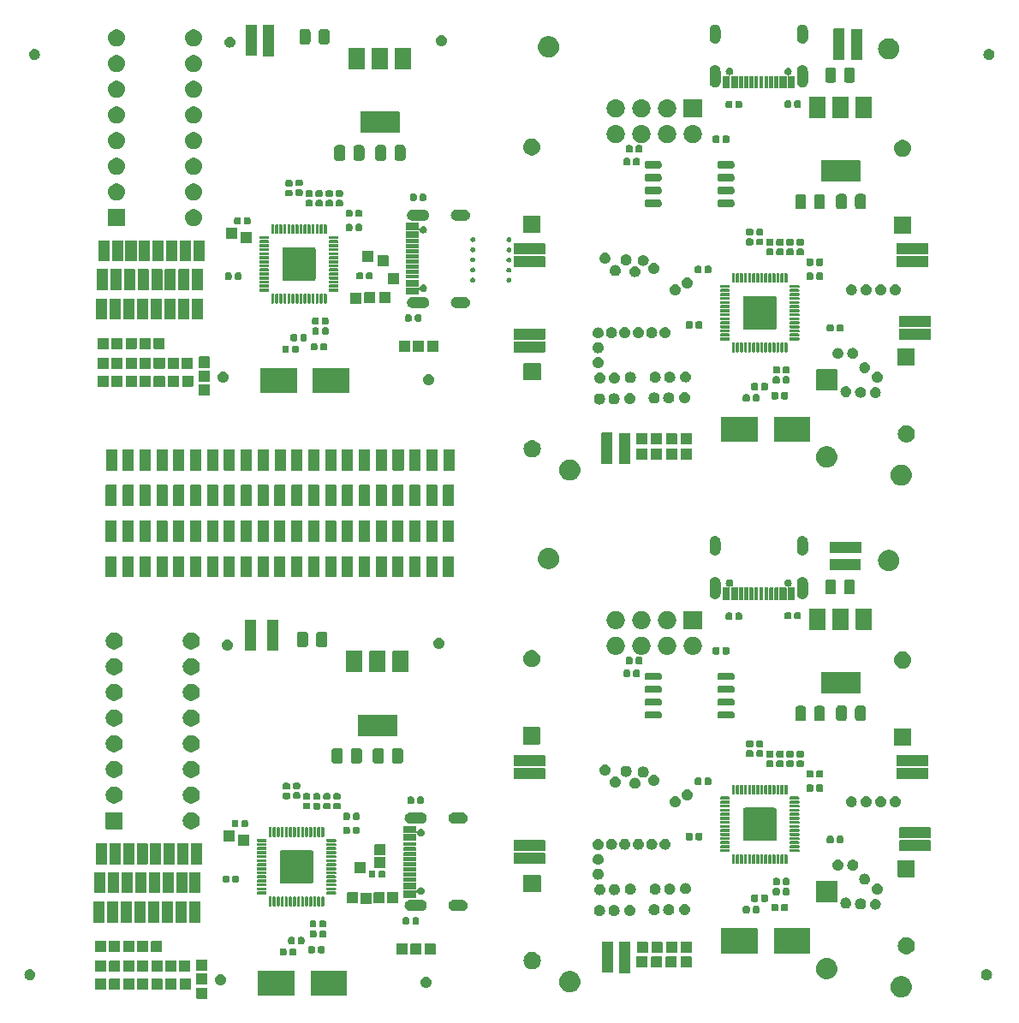
<source format=gts>
G04 #@! TF.GenerationSoftware,KiCad,Pcbnew,7.0.5*
G04 #@! TF.CreationDate,2023-10-02T17:03:19+03:00*
G04 #@! TF.ProjectId,RP2040_minimal - Copy,52503230-3430-45f6-9d69-6e696d616c20,REV1*
G04 #@! TF.SameCoordinates,Original*
G04 #@! TF.FileFunction,Soldermask,Top*
G04 #@! TF.FilePolarity,Negative*
%FSLAX46Y46*%
G04 Gerber Fmt 4.6, Leading zero omitted, Abs format (unit mm)*
G04 Created by KiCad (PCBNEW 7.0.5) date 2023-10-02 17:03:19*
%MOMM*%
%LPD*%
G01*
G04 APERTURE LIST*
G04 APERTURE END LIST*
G36*
X118601146Y-116276958D02*
G01*
X118617691Y-116288014D01*
X118628747Y-116304559D01*
X118632629Y-116324076D01*
X118632629Y-117324076D01*
X118628747Y-117343593D01*
X118617691Y-117360138D01*
X118601146Y-117371194D01*
X118581629Y-117375076D01*
X117581629Y-117375076D01*
X117562112Y-117371194D01*
X117545567Y-117360138D01*
X117534511Y-117343593D01*
X117530629Y-117324076D01*
X117530629Y-116324076D01*
X117534511Y-116304559D01*
X117545567Y-116288014D01*
X117562112Y-116276958D01*
X117581629Y-116273076D01*
X118581629Y-116273076D01*
X118601146Y-116276958D01*
G37*
G36*
X187276873Y-115149481D02*
G01*
X187326363Y-115149481D01*
X187381478Y-115159783D01*
X187434448Y-115165001D01*
X187474687Y-115177207D01*
X187516978Y-115185113D01*
X187575550Y-115207803D01*
X187631608Y-115224809D01*
X187663639Y-115241929D01*
X187697790Y-115255160D01*
X187757127Y-115291899D01*
X187813312Y-115321931D01*
X187836917Y-115341303D01*
X187862659Y-115357242D01*
X187919698Y-115409240D01*
X187972577Y-115452637D01*
X187988247Y-115471730D01*
X188005965Y-115487883D01*
X188057397Y-115555990D01*
X188103283Y-115611902D01*
X188112156Y-115628503D01*
X188122823Y-115642628D01*
X188165268Y-115727870D01*
X188200405Y-115793606D01*
X188204151Y-115805957D01*
X188209256Y-115816208D01*
X188239405Y-115922174D01*
X188260213Y-115990766D01*
X188260896Y-115997706D01*
X188262323Y-116002720D01*
X188277148Y-116162712D01*
X188280408Y-116195806D01*
X188277145Y-116228928D01*
X188262323Y-116388891D01*
X188260896Y-116393903D01*
X188260213Y-116400846D01*
X188239401Y-116469452D01*
X188209256Y-116575403D01*
X188204152Y-116585652D01*
X188200405Y-116598006D01*
X188165261Y-116663755D01*
X188122823Y-116748983D01*
X188112158Y-116763105D01*
X188103283Y-116779710D01*
X188057387Y-116835633D01*
X188005965Y-116903728D01*
X187988250Y-116919877D01*
X187972577Y-116938975D01*
X187919687Y-116982380D01*
X187862659Y-117034369D01*
X187836922Y-117050304D01*
X187813312Y-117069681D01*
X187757115Y-117099718D01*
X187697790Y-117136451D01*
X187663646Y-117149678D01*
X187631608Y-117166803D01*
X187575538Y-117183811D01*
X187516978Y-117206498D01*
X187474694Y-117214402D01*
X187434448Y-117226611D01*
X187381475Y-117231828D01*
X187326363Y-117242131D01*
X187276873Y-117242131D01*
X187229408Y-117246806D01*
X187181943Y-117242131D01*
X187132453Y-117242131D01*
X187077339Y-117231828D01*
X187024368Y-117226611D01*
X186984122Y-117214402D01*
X186941837Y-117206498D01*
X186883273Y-117183810D01*
X186827208Y-117166803D01*
X186795172Y-117149679D01*
X186761025Y-117136451D01*
X186701693Y-117099714D01*
X186645504Y-117069681D01*
X186621896Y-117050306D01*
X186596156Y-117034369D01*
X186539118Y-116982371D01*
X186486239Y-116938975D01*
X186470568Y-116919880D01*
X186452850Y-116903728D01*
X186401415Y-116835617D01*
X186355533Y-116779710D01*
X186346660Y-116763109D01*
X186335992Y-116748983D01*
X186293539Y-116663727D01*
X186258411Y-116598006D01*
X186254665Y-116585657D01*
X186249559Y-116575403D01*
X186219398Y-116469399D01*
X186198603Y-116400846D01*
X186197919Y-116393909D01*
X186196492Y-116388891D01*
X186181653Y-116228757D01*
X186178408Y-116195806D01*
X186181650Y-116162883D01*
X186196492Y-116002720D01*
X186197919Y-115997701D01*
X186198603Y-115990766D01*
X186219394Y-115922227D01*
X186249559Y-115816208D01*
X186254665Y-115805952D01*
X186258411Y-115793606D01*
X186293532Y-115727897D01*
X186335992Y-115642628D01*
X186346661Y-115628498D01*
X186355533Y-115611902D01*
X186401406Y-115556005D01*
X186452850Y-115487883D01*
X186470571Y-115471727D01*
X186486239Y-115452637D01*
X186539107Y-115409249D01*
X186596156Y-115357242D01*
X186621901Y-115341301D01*
X186645504Y-115321931D01*
X186701681Y-115291903D01*
X186761025Y-115255160D01*
X186795179Y-115241928D01*
X186827208Y-115224809D01*
X186883261Y-115207805D01*
X186941837Y-115185113D01*
X186984129Y-115177207D01*
X187024368Y-115165001D01*
X187077336Y-115159783D01*
X187132453Y-115149481D01*
X187181943Y-115149481D01*
X187229408Y-115144806D01*
X187276873Y-115149481D01*
G37*
G36*
X127194338Y-114616400D02*
G01*
X127210883Y-114627456D01*
X127221939Y-114644001D01*
X127225821Y-114663518D01*
X127225821Y-117063518D01*
X127221939Y-117083035D01*
X127210883Y-117099580D01*
X127194338Y-117110636D01*
X127174821Y-117114518D01*
X123674821Y-117114518D01*
X123655304Y-117110636D01*
X123638759Y-117099580D01*
X123627703Y-117083035D01*
X123623821Y-117063518D01*
X123623821Y-114663518D01*
X123627703Y-114644001D01*
X123638759Y-114627456D01*
X123655304Y-114616400D01*
X123674821Y-114612518D01*
X127174821Y-114612518D01*
X127194338Y-114616400D01*
G37*
G36*
X132394338Y-114616400D02*
G01*
X132410883Y-114627456D01*
X132421939Y-114644001D01*
X132425821Y-114663518D01*
X132425821Y-117063518D01*
X132421939Y-117083035D01*
X132410883Y-117099580D01*
X132394338Y-117110636D01*
X132374821Y-117114518D01*
X128874821Y-117114518D01*
X128855304Y-117110636D01*
X128838759Y-117099580D01*
X128827703Y-117083035D01*
X128823821Y-117063518D01*
X128823821Y-114663518D01*
X128827703Y-114644001D01*
X128838759Y-114627456D01*
X128855304Y-114616400D01*
X128874821Y-114612518D01*
X132374821Y-114612518D01*
X132394338Y-114616400D01*
G37*
G36*
X154510873Y-114641481D02*
G01*
X154560363Y-114641481D01*
X154615478Y-114651783D01*
X154668448Y-114657001D01*
X154708687Y-114669207D01*
X154750978Y-114677113D01*
X154809550Y-114699803D01*
X154865608Y-114716809D01*
X154897639Y-114733929D01*
X154931790Y-114747160D01*
X154991127Y-114783899D01*
X155047312Y-114813931D01*
X155070917Y-114833303D01*
X155096659Y-114849242D01*
X155153698Y-114901240D01*
X155206577Y-114944637D01*
X155222247Y-114963730D01*
X155239965Y-114979883D01*
X155291397Y-115047990D01*
X155337283Y-115103902D01*
X155346156Y-115120503D01*
X155356823Y-115134628D01*
X155399268Y-115219870D01*
X155434405Y-115285606D01*
X155438151Y-115297957D01*
X155443256Y-115308208D01*
X155473405Y-115414174D01*
X155494213Y-115482766D01*
X155494896Y-115489706D01*
X155496323Y-115494720D01*
X155511147Y-115654699D01*
X155514408Y-115687806D01*
X155511146Y-115720915D01*
X155496323Y-115880891D01*
X155494896Y-115885903D01*
X155494213Y-115892846D01*
X155473401Y-115961452D01*
X155443256Y-116067403D01*
X155438152Y-116077652D01*
X155434405Y-116090006D01*
X155399261Y-116155755D01*
X155356823Y-116240983D01*
X155346158Y-116255105D01*
X155337283Y-116271710D01*
X155291387Y-116327633D01*
X155239965Y-116395728D01*
X155222250Y-116411877D01*
X155206577Y-116430975D01*
X155153687Y-116474380D01*
X155096659Y-116526369D01*
X155070922Y-116542304D01*
X155047312Y-116561681D01*
X154991115Y-116591718D01*
X154931790Y-116628451D01*
X154897646Y-116641678D01*
X154865608Y-116658803D01*
X154809538Y-116675811D01*
X154750978Y-116698498D01*
X154708694Y-116706402D01*
X154668448Y-116718611D01*
X154615475Y-116723828D01*
X154560363Y-116734131D01*
X154510873Y-116734131D01*
X154463408Y-116738806D01*
X154415943Y-116734131D01*
X154366453Y-116734131D01*
X154311339Y-116723828D01*
X154258368Y-116718611D01*
X154218122Y-116706402D01*
X154175837Y-116698498D01*
X154117273Y-116675810D01*
X154061208Y-116658803D01*
X154029172Y-116641679D01*
X153995025Y-116628451D01*
X153935693Y-116591714D01*
X153879504Y-116561681D01*
X153855896Y-116542306D01*
X153830156Y-116526369D01*
X153773118Y-116474371D01*
X153720239Y-116430975D01*
X153704568Y-116411880D01*
X153686850Y-116395728D01*
X153635415Y-116327617D01*
X153589533Y-116271710D01*
X153580660Y-116255109D01*
X153569992Y-116240983D01*
X153527539Y-116155727D01*
X153492411Y-116090006D01*
X153488665Y-116077657D01*
X153483559Y-116067403D01*
X153453398Y-115961399D01*
X153432603Y-115892846D01*
X153431919Y-115885909D01*
X153430492Y-115880891D01*
X153415652Y-115720744D01*
X153412408Y-115687806D01*
X153415651Y-115654870D01*
X153430492Y-115494720D01*
X153431919Y-115489701D01*
X153432603Y-115482766D01*
X153453394Y-115414227D01*
X153483559Y-115308208D01*
X153488665Y-115297952D01*
X153492411Y-115285606D01*
X153527532Y-115219897D01*
X153569992Y-115134628D01*
X153580661Y-115120498D01*
X153589533Y-115103902D01*
X153635406Y-115048005D01*
X153686850Y-114979883D01*
X153704571Y-114963727D01*
X153720239Y-114944637D01*
X153773107Y-114901249D01*
X153830156Y-114849242D01*
X153855901Y-114833301D01*
X153879504Y-114813931D01*
X153935681Y-114783903D01*
X153995025Y-114747160D01*
X154029179Y-114733928D01*
X154061208Y-114716809D01*
X154117261Y-114699805D01*
X154175837Y-114677113D01*
X154218129Y-114669207D01*
X154258368Y-114657001D01*
X154311336Y-114651783D01*
X154366453Y-114641481D01*
X154415943Y-114641481D01*
X154463408Y-114636806D01*
X154510873Y-114641481D01*
G37*
G36*
X108601146Y-115401958D02*
G01*
X108617691Y-115413014D01*
X108628747Y-115429559D01*
X108632629Y-115449076D01*
X108632629Y-116449076D01*
X108628747Y-116468593D01*
X108617691Y-116485138D01*
X108601146Y-116496194D01*
X108581629Y-116500076D01*
X107581629Y-116500076D01*
X107562112Y-116496194D01*
X107545567Y-116485138D01*
X107534511Y-116468593D01*
X107530629Y-116449076D01*
X107530629Y-115449076D01*
X107534511Y-115429559D01*
X107545567Y-115413014D01*
X107562112Y-115401958D01*
X107581629Y-115398076D01*
X108581629Y-115398076D01*
X108601146Y-115401958D01*
G37*
G36*
X109988646Y-115401958D02*
G01*
X110005191Y-115413014D01*
X110016247Y-115429559D01*
X110020129Y-115449076D01*
X110020129Y-116449076D01*
X110016247Y-116468593D01*
X110005191Y-116485138D01*
X109988646Y-116496194D01*
X109969129Y-116500076D01*
X108969129Y-116500076D01*
X108949612Y-116496194D01*
X108933067Y-116485138D01*
X108922011Y-116468593D01*
X108918129Y-116449076D01*
X108918129Y-115449076D01*
X108922011Y-115429559D01*
X108933067Y-115413014D01*
X108949612Y-115401958D01*
X108969129Y-115398076D01*
X109969129Y-115398076D01*
X109988646Y-115401958D01*
G37*
G36*
X111376146Y-115401958D02*
G01*
X111392691Y-115413014D01*
X111403747Y-115429559D01*
X111407629Y-115449076D01*
X111407629Y-116449076D01*
X111403747Y-116468593D01*
X111392691Y-116485138D01*
X111376146Y-116496194D01*
X111356629Y-116500076D01*
X110356629Y-116500076D01*
X110337112Y-116496194D01*
X110320567Y-116485138D01*
X110309511Y-116468593D01*
X110305629Y-116449076D01*
X110305629Y-115449076D01*
X110309511Y-115429559D01*
X110320567Y-115413014D01*
X110337112Y-115401958D01*
X110356629Y-115398076D01*
X111356629Y-115398076D01*
X111376146Y-115401958D01*
G37*
G36*
X112763646Y-115401958D02*
G01*
X112780191Y-115413014D01*
X112791247Y-115429559D01*
X112795129Y-115449076D01*
X112795129Y-116449076D01*
X112791247Y-116468593D01*
X112780191Y-116485138D01*
X112763646Y-116496194D01*
X112744129Y-116500076D01*
X111744129Y-116500076D01*
X111724612Y-116496194D01*
X111708067Y-116485138D01*
X111697011Y-116468593D01*
X111693129Y-116449076D01*
X111693129Y-115449076D01*
X111697011Y-115429559D01*
X111708067Y-115413014D01*
X111724612Y-115401958D01*
X111744129Y-115398076D01*
X112744129Y-115398076D01*
X112763646Y-115401958D01*
G37*
G36*
X114151146Y-115401958D02*
G01*
X114167691Y-115413014D01*
X114178747Y-115429559D01*
X114182629Y-115449076D01*
X114182629Y-116449076D01*
X114178747Y-116468593D01*
X114167691Y-116485138D01*
X114151146Y-116496194D01*
X114131629Y-116500076D01*
X113131629Y-116500076D01*
X113112112Y-116496194D01*
X113095567Y-116485138D01*
X113084511Y-116468593D01*
X113080629Y-116449076D01*
X113080629Y-115449076D01*
X113084511Y-115429559D01*
X113095567Y-115413014D01*
X113112112Y-115401958D01*
X113131629Y-115398076D01*
X114131629Y-115398076D01*
X114151146Y-115401958D01*
G37*
G36*
X115551146Y-115401958D02*
G01*
X115567691Y-115413014D01*
X115578747Y-115429559D01*
X115582629Y-115449076D01*
X115582629Y-116449076D01*
X115578747Y-116468593D01*
X115567691Y-116485138D01*
X115551146Y-116496194D01*
X115531629Y-116500076D01*
X114531629Y-116500076D01*
X114512112Y-116496194D01*
X114495567Y-116485138D01*
X114484511Y-116468593D01*
X114480629Y-116449076D01*
X114480629Y-115449076D01*
X114484511Y-115429559D01*
X114495567Y-115413014D01*
X114512112Y-115401958D01*
X114531629Y-115398076D01*
X115531629Y-115398076D01*
X115551146Y-115401958D01*
G37*
G36*
X116951146Y-115376958D02*
G01*
X116967691Y-115388014D01*
X116978747Y-115404559D01*
X116982629Y-115424076D01*
X116982629Y-116424076D01*
X116978747Y-116443593D01*
X116967691Y-116460138D01*
X116951146Y-116471194D01*
X116931629Y-116475076D01*
X115931629Y-116475076D01*
X115912112Y-116471194D01*
X115895567Y-116460138D01*
X115884511Y-116443593D01*
X115880629Y-116424076D01*
X115880629Y-115424076D01*
X115884511Y-115404559D01*
X115895567Y-115388014D01*
X115912112Y-115376958D01*
X115931629Y-115373076D01*
X116931629Y-115373076D01*
X116951146Y-115376958D01*
G37*
G36*
X140383680Y-115243293D02*
G01*
X140516571Y-115298338D01*
X140630687Y-115385902D01*
X140718251Y-115500018D01*
X140773296Y-115632909D01*
X140792071Y-115775518D01*
X140773296Y-115918127D01*
X140718251Y-116051018D01*
X140630687Y-116165134D01*
X140516571Y-116252698D01*
X140383680Y-116307743D01*
X140241071Y-116326518D01*
X140098462Y-116307743D01*
X139965571Y-116252698D01*
X139851455Y-116165134D01*
X139763891Y-116051018D01*
X139708846Y-115918127D01*
X139690071Y-115775518D01*
X139708846Y-115632909D01*
X139763891Y-115500018D01*
X139851455Y-115385902D01*
X139965571Y-115298338D01*
X140098462Y-115243293D01*
X140241071Y-115224518D01*
X140383680Y-115243293D01*
G37*
G36*
X120063680Y-114989293D02*
G01*
X120196571Y-115044338D01*
X120310687Y-115131902D01*
X120398251Y-115246018D01*
X120453296Y-115378909D01*
X120472071Y-115521518D01*
X120453296Y-115664127D01*
X120398251Y-115797018D01*
X120310687Y-115911134D01*
X120196571Y-115998698D01*
X120063680Y-116053743D01*
X119921071Y-116072518D01*
X119778462Y-116053743D01*
X119645571Y-115998698D01*
X119531455Y-115911134D01*
X119443891Y-115797018D01*
X119388846Y-115664127D01*
X119370071Y-115521518D01*
X119388846Y-115378909D01*
X119443891Y-115246018D01*
X119531455Y-115131902D01*
X119645571Y-115044338D01*
X119778462Y-114989293D01*
X119921071Y-114970518D01*
X120063680Y-114989293D01*
G37*
G36*
X118601146Y-114889458D02*
G01*
X118617691Y-114900514D01*
X118628747Y-114917059D01*
X118632629Y-114936576D01*
X118632629Y-115936576D01*
X118628747Y-115956093D01*
X118617691Y-115972638D01*
X118601146Y-115983694D01*
X118581629Y-115987576D01*
X117581629Y-115987576D01*
X117562112Y-115983694D01*
X117545567Y-115972638D01*
X117534511Y-115956093D01*
X117530629Y-115936576D01*
X117530629Y-114936576D01*
X117534511Y-114917059D01*
X117545567Y-114900514D01*
X117562112Y-114889458D01*
X117581629Y-114885576D01*
X118581629Y-114885576D01*
X118601146Y-114889458D01*
G37*
G36*
X101219202Y-114447775D02*
G01*
X101352093Y-114502820D01*
X101466209Y-114590384D01*
X101553773Y-114704500D01*
X101608818Y-114837391D01*
X101627593Y-114980000D01*
X101608818Y-115122609D01*
X101553773Y-115255500D01*
X101466209Y-115369616D01*
X101352093Y-115457180D01*
X101219202Y-115512225D01*
X101076593Y-115531000D01*
X100933984Y-115512225D01*
X100801093Y-115457180D01*
X100686977Y-115369616D01*
X100599413Y-115255500D01*
X100544368Y-115122609D01*
X100525593Y-114980000D01*
X100544368Y-114837391D01*
X100599413Y-114704500D01*
X100686977Y-114590384D01*
X100801093Y-114502820D01*
X100933984Y-114447775D01*
X101076593Y-114429000D01*
X101219202Y-114447775D01*
G37*
G36*
X195809202Y-114447775D02*
G01*
X195942093Y-114502820D01*
X196056209Y-114590384D01*
X196143773Y-114704500D01*
X196198818Y-114837391D01*
X196217593Y-114980000D01*
X196198818Y-115122609D01*
X196143773Y-115255500D01*
X196056209Y-115369616D01*
X195942093Y-115457180D01*
X195809202Y-115512225D01*
X195666593Y-115531000D01*
X195523984Y-115512225D01*
X195391093Y-115457180D01*
X195276977Y-115369616D01*
X195189413Y-115255500D01*
X195134368Y-115122609D01*
X195115593Y-114980000D01*
X195134368Y-114837391D01*
X195189413Y-114704500D01*
X195276977Y-114590384D01*
X195391093Y-114502820D01*
X195523984Y-114447775D01*
X195666593Y-114429000D01*
X195809202Y-114447775D01*
G37*
G36*
X179910873Y-113351481D02*
G01*
X179960363Y-113351481D01*
X180015478Y-113361783D01*
X180068448Y-113367001D01*
X180108687Y-113379207D01*
X180150978Y-113387113D01*
X180209550Y-113409803D01*
X180265608Y-113426809D01*
X180297639Y-113443929D01*
X180331790Y-113457160D01*
X180391127Y-113493899D01*
X180447312Y-113523931D01*
X180470917Y-113543303D01*
X180496659Y-113559242D01*
X180553698Y-113611240D01*
X180606577Y-113654637D01*
X180622247Y-113673730D01*
X180639965Y-113689883D01*
X180691397Y-113757990D01*
X180737283Y-113813902D01*
X180746156Y-113830503D01*
X180756823Y-113844628D01*
X180799268Y-113929870D01*
X180834405Y-113995606D01*
X180838151Y-114007957D01*
X180843256Y-114018208D01*
X180873405Y-114124174D01*
X180894213Y-114192766D01*
X180894896Y-114199706D01*
X180896323Y-114204720D01*
X180911148Y-114364712D01*
X180914408Y-114397806D01*
X180911145Y-114430928D01*
X180896323Y-114590891D01*
X180894896Y-114595903D01*
X180894213Y-114602846D01*
X180873401Y-114671452D01*
X180843256Y-114777403D01*
X180838152Y-114787652D01*
X180834405Y-114800006D01*
X180799261Y-114865755D01*
X180756823Y-114950983D01*
X180746158Y-114965105D01*
X180737283Y-114981710D01*
X180691387Y-115037633D01*
X180639965Y-115105728D01*
X180622250Y-115121877D01*
X180606577Y-115140975D01*
X180553687Y-115184380D01*
X180496659Y-115236369D01*
X180470922Y-115252304D01*
X180447312Y-115271681D01*
X180391115Y-115301718D01*
X180331790Y-115338451D01*
X180297646Y-115351678D01*
X180265608Y-115368803D01*
X180209538Y-115385811D01*
X180150978Y-115408498D01*
X180108694Y-115416402D01*
X180068448Y-115428611D01*
X180015475Y-115433828D01*
X179960363Y-115444131D01*
X179910873Y-115444131D01*
X179863408Y-115448806D01*
X179815943Y-115444131D01*
X179766453Y-115444131D01*
X179711339Y-115433828D01*
X179658368Y-115428611D01*
X179618122Y-115416402D01*
X179575837Y-115408498D01*
X179517273Y-115385810D01*
X179461208Y-115368803D01*
X179429172Y-115351679D01*
X179395025Y-115338451D01*
X179335693Y-115301714D01*
X179279504Y-115271681D01*
X179255896Y-115252306D01*
X179230156Y-115236369D01*
X179173118Y-115184371D01*
X179120239Y-115140975D01*
X179104568Y-115121880D01*
X179086850Y-115105728D01*
X179035415Y-115037617D01*
X178989533Y-114981710D01*
X178980660Y-114965109D01*
X178969992Y-114950983D01*
X178927539Y-114865727D01*
X178892411Y-114800006D01*
X178888665Y-114787657D01*
X178883559Y-114777403D01*
X178853398Y-114671399D01*
X178832603Y-114602846D01*
X178831919Y-114595909D01*
X178830492Y-114590891D01*
X178815652Y-114430744D01*
X178812408Y-114397806D01*
X178815651Y-114364870D01*
X178830492Y-114204720D01*
X178831919Y-114199701D01*
X178832603Y-114192766D01*
X178853394Y-114124227D01*
X178883559Y-114018208D01*
X178888665Y-114007952D01*
X178892411Y-113995606D01*
X178927532Y-113929897D01*
X178969992Y-113844628D01*
X178980661Y-113830498D01*
X178989533Y-113813902D01*
X179035406Y-113758005D01*
X179086850Y-113689883D01*
X179104571Y-113673727D01*
X179120239Y-113654637D01*
X179173107Y-113611249D01*
X179230156Y-113559242D01*
X179255901Y-113543301D01*
X179279504Y-113523931D01*
X179335681Y-113493903D01*
X179395025Y-113457160D01*
X179429179Y-113443928D01*
X179461208Y-113426809D01*
X179517261Y-113409805D01*
X179575837Y-113387113D01*
X179618129Y-113379207D01*
X179658368Y-113367001D01*
X179711336Y-113361783D01*
X179766453Y-113351481D01*
X179815943Y-113351481D01*
X179863408Y-113346806D01*
X179910873Y-113351481D01*
G37*
G36*
X160406110Y-111752882D02*
G01*
X160422655Y-111763938D01*
X160433711Y-111780483D01*
X160437593Y-111800000D01*
X160437593Y-114800000D01*
X160433711Y-114819517D01*
X160422655Y-114836062D01*
X160406110Y-114847118D01*
X160386593Y-114851000D01*
X159386593Y-114851000D01*
X159367076Y-114847118D01*
X159350531Y-114836062D01*
X159339475Y-114819517D01*
X159335593Y-114800000D01*
X159335593Y-111800000D01*
X159339475Y-111780483D01*
X159350531Y-111763938D01*
X159367076Y-111752882D01*
X159386593Y-111749000D01*
X160386593Y-111749000D01*
X160406110Y-111752882D01*
G37*
G36*
X158686110Y-111722882D02*
G01*
X158702655Y-111733938D01*
X158713711Y-111750483D01*
X158717593Y-111770000D01*
X158717593Y-114770000D01*
X158713711Y-114789517D01*
X158702655Y-114806062D01*
X158686110Y-114817118D01*
X158666593Y-114821000D01*
X157666593Y-114821000D01*
X157647076Y-114817118D01*
X157630531Y-114806062D01*
X157619475Y-114789517D01*
X157615593Y-114770000D01*
X157615593Y-111770000D01*
X157619475Y-111750483D01*
X157630531Y-111733938D01*
X157647076Y-111722882D01*
X157666593Y-111719000D01*
X158666593Y-111719000D01*
X158686110Y-111722882D01*
G37*
G36*
X108601146Y-113601958D02*
G01*
X108617691Y-113613014D01*
X108628747Y-113629559D01*
X108632629Y-113649076D01*
X108632629Y-114649076D01*
X108628747Y-114668593D01*
X108617691Y-114685138D01*
X108601146Y-114696194D01*
X108581629Y-114700076D01*
X107581629Y-114700076D01*
X107562112Y-114696194D01*
X107545567Y-114685138D01*
X107534511Y-114668593D01*
X107530629Y-114649076D01*
X107530629Y-113649076D01*
X107534511Y-113629559D01*
X107545567Y-113613014D01*
X107562112Y-113601958D01*
X107581629Y-113598076D01*
X108581629Y-113598076D01*
X108601146Y-113601958D01*
G37*
G36*
X109988646Y-113601958D02*
G01*
X110005191Y-113613014D01*
X110016247Y-113629559D01*
X110020129Y-113649076D01*
X110020129Y-114649076D01*
X110016247Y-114668593D01*
X110005191Y-114685138D01*
X109988646Y-114696194D01*
X109969129Y-114700076D01*
X108969129Y-114700076D01*
X108949612Y-114696194D01*
X108933067Y-114685138D01*
X108922011Y-114668593D01*
X108918129Y-114649076D01*
X108918129Y-113649076D01*
X108922011Y-113629559D01*
X108933067Y-113613014D01*
X108949612Y-113601958D01*
X108969129Y-113598076D01*
X109969129Y-113598076D01*
X109988646Y-113601958D01*
G37*
G36*
X111376146Y-113601958D02*
G01*
X111392691Y-113613014D01*
X111403747Y-113629559D01*
X111407629Y-113649076D01*
X111407629Y-114649076D01*
X111403747Y-114668593D01*
X111392691Y-114685138D01*
X111376146Y-114696194D01*
X111356629Y-114700076D01*
X110356629Y-114700076D01*
X110337112Y-114696194D01*
X110320567Y-114685138D01*
X110309511Y-114668593D01*
X110305629Y-114649076D01*
X110305629Y-113649076D01*
X110309511Y-113629559D01*
X110320567Y-113613014D01*
X110337112Y-113601958D01*
X110356629Y-113598076D01*
X111356629Y-113598076D01*
X111376146Y-113601958D01*
G37*
G36*
X112763646Y-113601958D02*
G01*
X112780191Y-113613014D01*
X112791247Y-113629559D01*
X112795129Y-113649076D01*
X112795129Y-114649076D01*
X112791247Y-114668593D01*
X112780191Y-114685138D01*
X112763646Y-114696194D01*
X112744129Y-114700076D01*
X111744129Y-114700076D01*
X111724612Y-114696194D01*
X111708067Y-114685138D01*
X111697011Y-114668593D01*
X111693129Y-114649076D01*
X111693129Y-113649076D01*
X111697011Y-113629559D01*
X111708067Y-113613014D01*
X111724612Y-113601958D01*
X111744129Y-113598076D01*
X112744129Y-113598076D01*
X112763646Y-113601958D01*
G37*
G36*
X114151146Y-113601958D02*
G01*
X114167691Y-113613014D01*
X114178747Y-113629559D01*
X114182629Y-113649076D01*
X114182629Y-114649076D01*
X114178747Y-114668593D01*
X114167691Y-114685138D01*
X114151146Y-114696194D01*
X114131629Y-114700076D01*
X113131629Y-114700076D01*
X113112112Y-114696194D01*
X113095567Y-114685138D01*
X113084511Y-114668593D01*
X113080629Y-114649076D01*
X113080629Y-113649076D01*
X113084511Y-113629559D01*
X113095567Y-113613014D01*
X113112112Y-113601958D01*
X113131629Y-113598076D01*
X114131629Y-113598076D01*
X114151146Y-113601958D01*
G37*
G36*
X115551146Y-113601958D02*
G01*
X115567691Y-113613014D01*
X115578747Y-113629559D01*
X115582629Y-113649076D01*
X115582629Y-114649076D01*
X115578747Y-114668593D01*
X115567691Y-114685138D01*
X115551146Y-114696194D01*
X115531629Y-114700076D01*
X114531629Y-114700076D01*
X114512112Y-114696194D01*
X114495567Y-114685138D01*
X114484511Y-114668593D01*
X114480629Y-114649076D01*
X114480629Y-113649076D01*
X114484511Y-113629559D01*
X114495567Y-113613014D01*
X114512112Y-113601958D01*
X114531629Y-113598076D01*
X115531629Y-113598076D01*
X115551146Y-113601958D01*
G37*
G36*
X116901146Y-113601958D02*
G01*
X116917691Y-113613014D01*
X116928747Y-113629559D01*
X116932629Y-113649076D01*
X116932629Y-114649076D01*
X116928747Y-114668593D01*
X116917691Y-114685138D01*
X116901146Y-114696194D01*
X116881629Y-114700076D01*
X115881629Y-114700076D01*
X115862112Y-114696194D01*
X115845567Y-114685138D01*
X115834511Y-114668593D01*
X115830629Y-114649076D01*
X115830629Y-113649076D01*
X115834511Y-113629559D01*
X115845567Y-113613014D01*
X115862112Y-113601958D01*
X115881629Y-113598076D01*
X116881629Y-113598076D01*
X116901146Y-113601958D01*
G37*
G36*
X118601146Y-113501958D02*
G01*
X118617691Y-113513014D01*
X118628747Y-113529559D01*
X118632629Y-113549076D01*
X118632629Y-114549076D01*
X118628747Y-114568593D01*
X118617691Y-114585138D01*
X118601146Y-114596194D01*
X118581629Y-114600076D01*
X117581629Y-114600076D01*
X117562112Y-114596194D01*
X117545567Y-114585138D01*
X117534511Y-114568593D01*
X117530629Y-114549076D01*
X117530629Y-113549076D01*
X117534511Y-113529559D01*
X117545567Y-113513014D01*
X117562112Y-113501958D01*
X117581629Y-113498076D01*
X118581629Y-113498076D01*
X118601146Y-113501958D01*
G37*
G36*
X151006381Y-112798457D02*
G01*
X151168908Y-112870818D01*
X151312838Y-112975390D01*
X151431881Y-113107601D01*
X151520835Y-113261673D01*
X151575812Y-113430873D01*
X151594408Y-113607806D01*
X151575812Y-113784739D01*
X151520835Y-113953939D01*
X151431881Y-114108011D01*
X151312838Y-114240222D01*
X151168908Y-114344794D01*
X151006381Y-114417155D01*
X150832362Y-114454144D01*
X150654454Y-114454144D01*
X150480435Y-114417155D01*
X150317908Y-114344794D01*
X150173978Y-114240222D01*
X150054935Y-114108011D01*
X149965981Y-113953939D01*
X149911004Y-113784739D01*
X149892408Y-113607806D01*
X149911004Y-113430873D01*
X149965981Y-113261673D01*
X150054935Y-113107601D01*
X150173978Y-112975390D01*
X150317908Y-112870818D01*
X150480435Y-112798457D01*
X150654454Y-112761468D01*
X150832362Y-112761468D01*
X151006381Y-112798457D01*
G37*
G36*
X162112777Y-113212882D02*
G01*
X162129322Y-113223938D01*
X162140378Y-113240483D01*
X162144260Y-113260000D01*
X162144260Y-114260000D01*
X162140378Y-114279517D01*
X162129322Y-114296062D01*
X162112777Y-114307118D01*
X162093260Y-114311000D01*
X161093260Y-114311000D01*
X161073743Y-114307118D01*
X161057198Y-114296062D01*
X161046142Y-114279517D01*
X161042260Y-114260000D01*
X161042260Y-113260000D01*
X161046142Y-113240483D01*
X161057198Y-113223938D01*
X161073743Y-113212882D01*
X161093260Y-113209000D01*
X162093260Y-113209000D01*
X162112777Y-113212882D01*
G37*
G36*
X163566110Y-113212882D02*
G01*
X163582655Y-113223938D01*
X163593711Y-113240483D01*
X163597593Y-113260000D01*
X163597593Y-114260000D01*
X163593711Y-114279517D01*
X163582655Y-114296062D01*
X163566110Y-114307118D01*
X163546593Y-114311000D01*
X162546593Y-114311000D01*
X162527076Y-114307118D01*
X162510531Y-114296062D01*
X162499475Y-114279517D01*
X162495593Y-114260000D01*
X162495593Y-113260000D01*
X162499475Y-113240483D01*
X162510531Y-113223938D01*
X162527076Y-113212882D01*
X162546593Y-113209000D01*
X163546593Y-113209000D01*
X163566110Y-113212882D01*
G37*
G36*
X165019443Y-113212882D02*
G01*
X165035988Y-113223938D01*
X165047044Y-113240483D01*
X165050926Y-113260000D01*
X165050926Y-114260000D01*
X165047044Y-114279517D01*
X165035988Y-114296062D01*
X165019443Y-114307118D01*
X164999926Y-114311000D01*
X163999926Y-114311000D01*
X163980409Y-114307118D01*
X163963864Y-114296062D01*
X163952808Y-114279517D01*
X163948926Y-114260000D01*
X163948926Y-113260000D01*
X163952808Y-113240483D01*
X163963864Y-113223938D01*
X163980409Y-113212882D01*
X163999926Y-113209000D01*
X164999926Y-113209000D01*
X165019443Y-113212882D01*
G37*
G36*
X166472777Y-113212882D02*
G01*
X166489322Y-113223938D01*
X166500378Y-113240483D01*
X166504260Y-113260000D01*
X166504260Y-114260000D01*
X166500378Y-114279517D01*
X166489322Y-114296062D01*
X166472777Y-114307118D01*
X166453260Y-114311000D01*
X165453260Y-114311000D01*
X165433743Y-114307118D01*
X165417198Y-114296062D01*
X165406142Y-114279517D01*
X165402260Y-114260000D01*
X165402260Y-113260000D01*
X165406142Y-113240483D01*
X165417198Y-113223938D01*
X165433743Y-113212882D01*
X165453260Y-113209000D01*
X166453260Y-113209000D01*
X166472777Y-113212882D01*
G37*
G36*
X126337914Y-112417057D02*
G01*
X126399878Y-112458461D01*
X126441282Y-112520425D01*
X126455821Y-112593518D01*
X126455821Y-112933518D01*
X126441282Y-113006611D01*
X126399878Y-113068575D01*
X126337914Y-113109979D01*
X126264821Y-113124518D01*
X125984821Y-113124518D01*
X125911728Y-113109979D01*
X125849764Y-113068575D01*
X125808360Y-113006611D01*
X125793821Y-112933518D01*
X125793821Y-112593518D01*
X125808360Y-112520425D01*
X125849764Y-112458461D01*
X125911728Y-112417057D01*
X125984821Y-112402518D01*
X126264821Y-112402518D01*
X126337914Y-112417057D01*
G37*
G36*
X127297914Y-112417057D02*
G01*
X127359878Y-112458461D01*
X127401282Y-112520425D01*
X127415821Y-112593518D01*
X127415821Y-112933518D01*
X127401282Y-113006611D01*
X127359878Y-113068575D01*
X127297914Y-113109979D01*
X127224821Y-113124518D01*
X126944821Y-113124518D01*
X126871728Y-113109979D01*
X126809764Y-113068575D01*
X126768360Y-113006611D01*
X126753821Y-112933518D01*
X126753821Y-112593518D01*
X126768360Y-112520425D01*
X126809764Y-112458461D01*
X126871728Y-112417057D01*
X126944821Y-112402518D01*
X127224821Y-112402518D01*
X127297914Y-112417057D01*
G37*
G36*
X138401146Y-111951958D02*
G01*
X138417691Y-111963014D01*
X138428747Y-111979559D01*
X138432629Y-111999076D01*
X138432629Y-112999076D01*
X138428747Y-113018593D01*
X138417691Y-113035138D01*
X138401146Y-113046194D01*
X138381629Y-113050076D01*
X137381629Y-113050076D01*
X137362112Y-113046194D01*
X137345567Y-113035138D01*
X137334511Y-113018593D01*
X137330629Y-112999076D01*
X137330629Y-111999076D01*
X137334511Y-111979559D01*
X137345567Y-111963014D01*
X137362112Y-111951958D01*
X137381629Y-111948076D01*
X138381629Y-111948076D01*
X138401146Y-111951958D01*
G37*
G36*
X139788646Y-111951958D02*
G01*
X139805191Y-111963014D01*
X139816247Y-111979559D01*
X139820129Y-111999076D01*
X139820129Y-112999076D01*
X139816247Y-113018593D01*
X139805191Y-113035138D01*
X139788646Y-113046194D01*
X139769129Y-113050076D01*
X138769129Y-113050076D01*
X138749612Y-113046194D01*
X138733067Y-113035138D01*
X138722011Y-113018593D01*
X138718129Y-112999076D01*
X138718129Y-111999076D01*
X138722011Y-111979559D01*
X138733067Y-111963014D01*
X138749612Y-111951958D01*
X138769129Y-111948076D01*
X139769129Y-111948076D01*
X139788646Y-111951958D01*
G37*
G36*
X141176146Y-111951958D02*
G01*
X141192691Y-111963014D01*
X141203747Y-111979559D01*
X141207629Y-111999076D01*
X141207629Y-112999076D01*
X141203747Y-113018593D01*
X141192691Y-113035138D01*
X141176146Y-113046194D01*
X141156629Y-113050076D01*
X140156629Y-113050076D01*
X140137112Y-113046194D01*
X140120567Y-113035138D01*
X140109511Y-113018593D01*
X140105629Y-112999076D01*
X140105629Y-111999076D01*
X140109511Y-111979559D01*
X140120567Y-111963014D01*
X140137112Y-111951958D01*
X140156629Y-111948076D01*
X141156629Y-111948076D01*
X141176146Y-111951958D01*
G37*
G36*
X188000381Y-111322457D02*
G01*
X188162908Y-111394818D01*
X188306838Y-111499390D01*
X188425881Y-111631601D01*
X188514835Y-111785673D01*
X188569812Y-111954873D01*
X188588408Y-112131806D01*
X188569812Y-112308739D01*
X188514835Y-112477939D01*
X188425881Y-112632011D01*
X188306838Y-112764222D01*
X188162908Y-112868794D01*
X188000381Y-112941155D01*
X187826362Y-112978144D01*
X187648454Y-112978144D01*
X187474435Y-112941155D01*
X187311908Y-112868794D01*
X187167978Y-112764222D01*
X187048935Y-112632011D01*
X186959981Y-112477939D01*
X186905004Y-112308739D01*
X186886408Y-112131806D01*
X186905004Y-111954873D01*
X186959981Y-111785673D01*
X187048935Y-111631601D01*
X187167978Y-111499390D01*
X187311908Y-111394818D01*
X187474435Y-111322457D01*
X187648454Y-111285468D01*
X187826362Y-111285468D01*
X188000381Y-111322457D01*
G37*
G36*
X172996675Y-110420688D02*
G01*
X173013220Y-110431744D01*
X173024276Y-110448289D01*
X173028158Y-110467806D01*
X173028158Y-112867806D01*
X173024276Y-112887323D01*
X173013220Y-112903868D01*
X172996675Y-112914924D01*
X172977158Y-112918806D01*
X169477158Y-112918806D01*
X169457641Y-112914924D01*
X169441096Y-112903868D01*
X169430040Y-112887323D01*
X169426158Y-112867806D01*
X169426158Y-110467806D01*
X169430040Y-110448289D01*
X169441096Y-110431744D01*
X169457641Y-110420688D01*
X169477158Y-110416806D01*
X172977158Y-110416806D01*
X172996675Y-110420688D01*
G37*
G36*
X178196675Y-110420688D02*
G01*
X178213220Y-110431744D01*
X178224276Y-110448289D01*
X178228158Y-110467806D01*
X178228158Y-112867806D01*
X178224276Y-112887323D01*
X178213220Y-112903868D01*
X178196675Y-112914924D01*
X178177158Y-112918806D01*
X174677158Y-112918806D01*
X174657641Y-112914924D01*
X174641096Y-112903868D01*
X174630040Y-112887323D01*
X174626158Y-112867806D01*
X174626158Y-110467806D01*
X174630040Y-110448289D01*
X174641096Y-110431744D01*
X174657641Y-110420688D01*
X174677158Y-110416806D01*
X178177158Y-110416806D01*
X178196675Y-110420688D01*
G37*
G36*
X129147914Y-112187057D02*
G01*
X129209878Y-112228461D01*
X129251282Y-112290425D01*
X129265821Y-112363518D01*
X129265821Y-112703518D01*
X129251282Y-112776611D01*
X129209878Y-112838575D01*
X129147914Y-112879979D01*
X129074821Y-112894518D01*
X128794821Y-112894518D01*
X128721728Y-112879979D01*
X128659764Y-112838575D01*
X128618360Y-112776611D01*
X128603821Y-112703518D01*
X128603821Y-112363518D01*
X128618360Y-112290425D01*
X128659764Y-112228461D01*
X128721728Y-112187057D01*
X128794821Y-112172518D01*
X129074821Y-112172518D01*
X129147914Y-112187057D01*
G37*
G36*
X130107914Y-112187057D02*
G01*
X130169878Y-112228461D01*
X130211282Y-112290425D01*
X130225821Y-112363518D01*
X130225821Y-112703518D01*
X130211282Y-112776611D01*
X130169878Y-112838575D01*
X130107914Y-112879979D01*
X130034821Y-112894518D01*
X129754821Y-112894518D01*
X129681728Y-112879979D01*
X129619764Y-112838575D01*
X129578360Y-112776611D01*
X129563821Y-112703518D01*
X129563821Y-112363518D01*
X129578360Y-112290425D01*
X129619764Y-112228461D01*
X129681728Y-112187057D01*
X129754821Y-112172518D01*
X130034821Y-112172518D01*
X130107914Y-112187057D01*
G37*
G36*
X162156110Y-111772882D02*
G01*
X162172655Y-111783938D01*
X162183711Y-111800483D01*
X162187593Y-111820000D01*
X162187593Y-112820000D01*
X162183711Y-112839517D01*
X162172655Y-112856062D01*
X162156110Y-112867118D01*
X162136593Y-112871000D01*
X161136593Y-112871000D01*
X161117076Y-112867118D01*
X161100531Y-112856062D01*
X161089475Y-112839517D01*
X161085593Y-112820000D01*
X161085593Y-111820000D01*
X161089475Y-111800483D01*
X161100531Y-111783938D01*
X161117076Y-111772882D01*
X161136593Y-111769000D01*
X162136593Y-111769000D01*
X162156110Y-111772882D01*
G37*
G36*
X163609443Y-111772882D02*
G01*
X163625988Y-111783938D01*
X163637044Y-111800483D01*
X163640926Y-111820000D01*
X163640926Y-112820000D01*
X163637044Y-112839517D01*
X163625988Y-112856062D01*
X163609443Y-112867118D01*
X163589926Y-112871000D01*
X162589926Y-112871000D01*
X162570409Y-112867118D01*
X162553864Y-112856062D01*
X162542808Y-112839517D01*
X162538926Y-112820000D01*
X162538926Y-111820000D01*
X162542808Y-111800483D01*
X162553864Y-111783938D01*
X162570409Y-111772882D01*
X162589926Y-111769000D01*
X163589926Y-111769000D01*
X163609443Y-111772882D01*
G37*
G36*
X165062776Y-111772882D02*
G01*
X165079321Y-111783938D01*
X165090377Y-111800483D01*
X165094259Y-111820000D01*
X165094259Y-112820000D01*
X165090377Y-112839517D01*
X165079321Y-112856062D01*
X165062776Y-112867118D01*
X165043259Y-112871000D01*
X164043259Y-112871000D01*
X164023742Y-112867118D01*
X164007197Y-112856062D01*
X163996141Y-112839517D01*
X163992259Y-112820000D01*
X163992259Y-111820000D01*
X163996141Y-111800483D01*
X164007197Y-111783938D01*
X164023742Y-111772882D01*
X164043259Y-111769000D01*
X165043259Y-111769000D01*
X165062776Y-111772882D01*
G37*
G36*
X166516110Y-111772882D02*
G01*
X166532655Y-111783938D01*
X166543711Y-111800483D01*
X166547593Y-111820000D01*
X166547593Y-112820000D01*
X166543711Y-112839517D01*
X166532655Y-112856062D01*
X166516110Y-112867118D01*
X166496593Y-112871000D01*
X165496593Y-112871000D01*
X165477076Y-112867118D01*
X165460531Y-112856062D01*
X165449475Y-112839517D01*
X165445593Y-112820000D01*
X165445593Y-111820000D01*
X165449475Y-111800483D01*
X165460531Y-111783938D01*
X165477076Y-111772882D01*
X165496593Y-111769000D01*
X166496593Y-111769000D01*
X166516110Y-111772882D01*
G37*
G36*
X108588646Y-111651958D02*
G01*
X108605191Y-111663014D01*
X108616247Y-111679559D01*
X108620129Y-111699076D01*
X108620129Y-112699076D01*
X108616247Y-112718593D01*
X108605191Y-112735138D01*
X108588646Y-112746194D01*
X108569129Y-112750076D01*
X107569129Y-112750076D01*
X107549612Y-112746194D01*
X107533067Y-112735138D01*
X107522011Y-112718593D01*
X107518129Y-112699076D01*
X107518129Y-111699076D01*
X107522011Y-111679559D01*
X107533067Y-111663014D01*
X107549612Y-111651958D01*
X107569129Y-111648076D01*
X108569129Y-111648076D01*
X108588646Y-111651958D01*
G37*
G36*
X109976146Y-111651958D02*
G01*
X109992691Y-111663014D01*
X110003747Y-111679559D01*
X110007629Y-111699076D01*
X110007629Y-112699076D01*
X110003747Y-112718593D01*
X109992691Y-112735138D01*
X109976146Y-112746194D01*
X109956629Y-112750076D01*
X108956629Y-112750076D01*
X108937112Y-112746194D01*
X108920567Y-112735138D01*
X108909511Y-112718593D01*
X108905629Y-112699076D01*
X108905629Y-111699076D01*
X108909511Y-111679559D01*
X108920567Y-111663014D01*
X108937112Y-111651958D01*
X108956629Y-111648076D01*
X109956629Y-111648076D01*
X109976146Y-111651958D01*
G37*
G36*
X111363646Y-111651958D02*
G01*
X111380191Y-111663014D01*
X111391247Y-111679559D01*
X111395129Y-111699076D01*
X111395129Y-112699076D01*
X111391247Y-112718593D01*
X111380191Y-112735138D01*
X111363646Y-112746194D01*
X111344129Y-112750076D01*
X110344129Y-112750076D01*
X110324612Y-112746194D01*
X110308067Y-112735138D01*
X110297011Y-112718593D01*
X110293129Y-112699076D01*
X110293129Y-111699076D01*
X110297011Y-111679559D01*
X110308067Y-111663014D01*
X110324612Y-111651958D01*
X110344129Y-111648076D01*
X111344129Y-111648076D01*
X111363646Y-111651958D01*
G37*
G36*
X112751146Y-111651958D02*
G01*
X112767691Y-111663014D01*
X112778747Y-111679559D01*
X112782629Y-111699076D01*
X112782629Y-112699076D01*
X112778747Y-112718593D01*
X112767691Y-112735138D01*
X112751146Y-112746194D01*
X112731629Y-112750076D01*
X111731629Y-112750076D01*
X111712112Y-112746194D01*
X111695567Y-112735138D01*
X111684511Y-112718593D01*
X111680629Y-112699076D01*
X111680629Y-111699076D01*
X111684511Y-111679559D01*
X111695567Y-111663014D01*
X111712112Y-111651958D01*
X111731629Y-111648076D01*
X112731629Y-111648076D01*
X112751146Y-111651958D01*
G37*
G36*
X114138646Y-111651958D02*
G01*
X114155191Y-111663014D01*
X114166247Y-111679559D01*
X114170129Y-111699076D01*
X114170129Y-112699076D01*
X114166247Y-112718593D01*
X114155191Y-112735138D01*
X114138646Y-112746194D01*
X114119129Y-112750076D01*
X113119129Y-112750076D01*
X113099612Y-112746194D01*
X113083067Y-112735138D01*
X113072011Y-112718593D01*
X113068129Y-112699076D01*
X113068129Y-111699076D01*
X113072011Y-111679559D01*
X113083067Y-111663014D01*
X113099612Y-111651958D01*
X113119129Y-111648076D01*
X114119129Y-111648076D01*
X114138646Y-111651958D01*
G37*
G36*
X127147914Y-111277057D02*
G01*
X127209878Y-111318461D01*
X127251282Y-111380425D01*
X127265821Y-111453518D01*
X127265821Y-111793518D01*
X127251282Y-111866611D01*
X127209878Y-111928575D01*
X127147914Y-111969979D01*
X127074821Y-111984518D01*
X126794821Y-111984518D01*
X126721728Y-111969979D01*
X126659764Y-111928575D01*
X126618360Y-111866611D01*
X126603821Y-111793518D01*
X126603821Y-111453518D01*
X126618360Y-111380425D01*
X126659764Y-111318461D01*
X126721728Y-111277057D01*
X126794821Y-111262518D01*
X127074821Y-111262518D01*
X127147914Y-111277057D01*
G37*
G36*
X128107914Y-111277057D02*
G01*
X128169878Y-111318461D01*
X128211282Y-111380425D01*
X128225821Y-111453518D01*
X128225821Y-111793518D01*
X128211282Y-111866611D01*
X128169878Y-111928575D01*
X128107914Y-111969979D01*
X128034821Y-111984518D01*
X127754821Y-111984518D01*
X127681728Y-111969979D01*
X127619764Y-111928575D01*
X127578360Y-111866611D01*
X127563821Y-111793518D01*
X127563821Y-111453518D01*
X127578360Y-111380425D01*
X127619764Y-111318461D01*
X127681728Y-111277057D01*
X127754821Y-111262518D01*
X128034821Y-111262518D01*
X128107914Y-111277057D01*
G37*
G36*
X129297914Y-110627057D02*
G01*
X129359878Y-110668461D01*
X129401282Y-110730425D01*
X129415821Y-110803518D01*
X129415821Y-111143518D01*
X129401282Y-111216611D01*
X129359878Y-111278575D01*
X129297914Y-111319979D01*
X129224821Y-111334518D01*
X128944821Y-111334518D01*
X128871728Y-111319979D01*
X128809764Y-111278575D01*
X128768360Y-111216611D01*
X128753821Y-111143518D01*
X128753821Y-110803518D01*
X128768360Y-110730425D01*
X128809764Y-110668461D01*
X128871728Y-110627057D01*
X128944821Y-110612518D01*
X129224821Y-110612518D01*
X129297914Y-110627057D01*
G37*
G36*
X130257914Y-110627057D02*
G01*
X130319878Y-110668461D01*
X130361282Y-110730425D01*
X130375821Y-110803518D01*
X130375821Y-111143518D01*
X130361282Y-111216611D01*
X130319878Y-111278575D01*
X130257914Y-111319979D01*
X130184821Y-111334518D01*
X129904821Y-111334518D01*
X129831728Y-111319979D01*
X129769764Y-111278575D01*
X129728360Y-111216611D01*
X129713821Y-111143518D01*
X129713821Y-110803518D01*
X129728360Y-110730425D01*
X129769764Y-110668461D01*
X129831728Y-110627057D01*
X129904821Y-110612518D01*
X130184821Y-110612518D01*
X130257914Y-110627057D01*
G37*
G36*
X129287914Y-109627057D02*
G01*
X129349878Y-109668461D01*
X129391282Y-109730425D01*
X129405821Y-109803518D01*
X129405821Y-110143518D01*
X129391282Y-110216611D01*
X129349878Y-110278575D01*
X129287914Y-110319979D01*
X129214821Y-110334518D01*
X128934821Y-110334518D01*
X128861728Y-110319979D01*
X128799764Y-110278575D01*
X128758360Y-110216611D01*
X128743821Y-110143518D01*
X128743821Y-109803518D01*
X128758360Y-109730425D01*
X128799764Y-109668461D01*
X128861728Y-109627057D01*
X128934821Y-109612518D01*
X129214821Y-109612518D01*
X129287914Y-109627057D01*
G37*
G36*
X130247914Y-109627057D02*
G01*
X130309878Y-109668461D01*
X130351282Y-109730425D01*
X130365821Y-109803518D01*
X130365821Y-110143518D01*
X130351282Y-110216611D01*
X130309878Y-110278575D01*
X130247914Y-110319979D01*
X130174821Y-110334518D01*
X129894821Y-110334518D01*
X129821728Y-110319979D01*
X129759764Y-110278575D01*
X129718360Y-110216611D01*
X129703821Y-110143518D01*
X129703821Y-109803518D01*
X129718360Y-109730425D01*
X129759764Y-109668461D01*
X129821728Y-109627057D01*
X129894821Y-109612518D01*
X130174821Y-109612518D01*
X130247914Y-109627057D01*
G37*
G36*
X138478164Y-109333057D02*
G01*
X138540128Y-109374461D01*
X138581532Y-109436425D01*
X138596071Y-109509518D01*
X138596071Y-109849518D01*
X138581532Y-109922611D01*
X138540128Y-109984575D01*
X138478164Y-110025979D01*
X138405071Y-110040518D01*
X138125071Y-110040518D01*
X138051978Y-110025979D01*
X137990014Y-109984575D01*
X137948610Y-109922611D01*
X137934071Y-109849518D01*
X137934071Y-109509518D01*
X137948610Y-109436425D01*
X137990014Y-109374461D01*
X138051978Y-109333057D01*
X138125071Y-109318518D01*
X138405071Y-109318518D01*
X138478164Y-109333057D01*
G37*
G36*
X139438164Y-109333057D02*
G01*
X139500128Y-109374461D01*
X139541532Y-109436425D01*
X139556071Y-109509518D01*
X139556071Y-109849518D01*
X139541532Y-109922611D01*
X139500128Y-109984575D01*
X139438164Y-110025979D01*
X139365071Y-110040518D01*
X139085071Y-110040518D01*
X139011978Y-110025979D01*
X138950014Y-109984575D01*
X138908610Y-109922611D01*
X138894071Y-109849518D01*
X138894071Y-109509518D01*
X138908610Y-109436425D01*
X138950014Y-109374461D01*
X139011978Y-109333057D01*
X139085071Y-109318518D01*
X139365071Y-109318518D01*
X139438164Y-109333057D01*
G37*
G36*
X108451146Y-107751958D02*
G01*
X108467691Y-107763014D01*
X108478747Y-107779559D01*
X108482629Y-107799076D01*
X108482629Y-109799076D01*
X108478747Y-109818593D01*
X108467691Y-109835138D01*
X108451146Y-109846194D01*
X108431629Y-109850076D01*
X107431629Y-109850076D01*
X107412112Y-109846194D01*
X107395567Y-109835138D01*
X107384511Y-109818593D01*
X107380629Y-109799076D01*
X107380629Y-107799076D01*
X107384511Y-107779559D01*
X107395567Y-107763014D01*
X107412112Y-107751958D01*
X107431629Y-107748076D01*
X108431629Y-107748076D01*
X108451146Y-107751958D01*
G37*
G36*
X109800345Y-107751958D02*
G01*
X109816890Y-107763014D01*
X109827946Y-107779559D01*
X109831828Y-107799076D01*
X109831828Y-109799076D01*
X109827946Y-109818593D01*
X109816890Y-109835138D01*
X109800345Y-109846194D01*
X109780828Y-109850076D01*
X108780828Y-109850076D01*
X108761311Y-109846194D01*
X108744766Y-109835138D01*
X108733710Y-109818593D01*
X108729828Y-109799076D01*
X108729828Y-107799076D01*
X108733710Y-107779559D01*
X108744766Y-107763014D01*
X108761311Y-107751958D01*
X108780828Y-107748076D01*
X109780828Y-107748076D01*
X109800345Y-107751958D01*
G37*
G36*
X111149544Y-107751958D02*
G01*
X111166089Y-107763014D01*
X111177145Y-107779559D01*
X111181027Y-107799076D01*
X111181027Y-109799076D01*
X111177145Y-109818593D01*
X111166089Y-109835138D01*
X111149544Y-109846194D01*
X111130027Y-109850076D01*
X110130027Y-109850076D01*
X110110510Y-109846194D01*
X110093965Y-109835138D01*
X110082909Y-109818593D01*
X110079027Y-109799076D01*
X110079027Y-107799076D01*
X110082909Y-107779559D01*
X110093965Y-107763014D01*
X110110510Y-107751958D01*
X110130027Y-107748076D01*
X111130027Y-107748076D01*
X111149544Y-107751958D01*
G37*
G36*
X112498743Y-107751958D02*
G01*
X112515288Y-107763014D01*
X112526344Y-107779559D01*
X112530226Y-107799076D01*
X112530226Y-109799076D01*
X112526344Y-109818593D01*
X112515288Y-109835138D01*
X112498743Y-109846194D01*
X112479226Y-109850076D01*
X111479226Y-109850076D01*
X111459709Y-109846194D01*
X111443164Y-109835138D01*
X111432108Y-109818593D01*
X111428226Y-109799076D01*
X111428226Y-107799076D01*
X111432108Y-107779559D01*
X111443164Y-107763014D01*
X111459709Y-107751958D01*
X111479226Y-107748076D01*
X112479226Y-107748076D01*
X112498743Y-107751958D01*
G37*
G36*
X113847942Y-107751958D02*
G01*
X113864487Y-107763014D01*
X113875543Y-107779559D01*
X113879425Y-107799076D01*
X113879425Y-109799076D01*
X113875543Y-109818593D01*
X113864487Y-109835138D01*
X113847942Y-109846194D01*
X113828425Y-109850076D01*
X112828425Y-109850076D01*
X112808908Y-109846194D01*
X112792363Y-109835138D01*
X112781307Y-109818593D01*
X112777425Y-109799076D01*
X112777425Y-107799076D01*
X112781307Y-107779559D01*
X112792363Y-107763014D01*
X112808908Y-107751958D01*
X112828425Y-107748076D01*
X113828425Y-107748076D01*
X113847942Y-107751958D01*
G37*
G36*
X115197141Y-107751958D02*
G01*
X115213686Y-107763014D01*
X115224742Y-107779559D01*
X115228624Y-107799076D01*
X115228624Y-109799076D01*
X115224742Y-109818593D01*
X115213686Y-109835138D01*
X115197141Y-109846194D01*
X115177624Y-109850076D01*
X114177624Y-109850076D01*
X114158107Y-109846194D01*
X114141562Y-109835138D01*
X114130506Y-109818593D01*
X114126624Y-109799076D01*
X114126624Y-107799076D01*
X114130506Y-107779559D01*
X114141562Y-107763014D01*
X114158107Y-107751958D01*
X114177624Y-107748076D01*
X115177624Y-107748076D01*
X115197141Y-107751958D01*
G37*
G36*
X116546340Y-107751958D02*
G01*
X116562885Y-107763014D01*
X116573941Y-107779559D01*
X116577823Y-107799076D01*
X116577823Y-109799076D01*
X116573941Y-109818593D01*
X116562885Y-109835138D01*
X116546340Y-109846194D01*
X116526823Y-109850076D01*
X115526823Y-109850076D01*
X115507306Y-109846194D01*
X115490761Y-109835138D01*
X115479705Y-109818593D01*
X115475823Y-109799076D01*
X115475823Y-107799076D01*
X115479705Y-107779559D01*
X115490761Y-107763014D01*
X115507306Y-107751958D01*
X115526823Y-107748076D01*
X116526823Y-107748076D01*
X116546340Y-107751958D01*
G37*
G36*
X117895542Y-107751958D02*
G01*
X117912087Y-107763014D01*
X117923143Y-107779559D01*
X117927025Y-107799076D01*
X117927025Y-109799076D01*
X117923143Y-109818593D01*
X117912087Y-109835138D01*
X117895542Y-109846194D01*
X117876025Y-109850076D01*
X116876025Y-109850076D01*
X116856508Y-109846194D01*
X116839963Y-109835138D01*
X116828907Y-109818593D01*
X116825025Y-109799076D01*
X116825025Y-107799076D01*
X116828907Y-107779559D01*
X116839963Y-107763014D01*
X116856508Y-107751958D01*
X116876025Y-107748076D01*
X117876025Y-107748076D01*
X117895542Y-107751958D01*
G37*
G36*
X157541017Y-108140301D02*
G01*
X157673908Y-108195346D01*
X157788024Y-108282910D01*
X157875588Y-108397026D01*
X157930633Y-108529917D01*
X157949408Y-108672526D01*
X157930633Y-108815135D01*
X157875588Y-108948026D01*
X157788024Y-109062142D01*
X157673908Y-109149706D01*
X157541017Y-109204751D01*
X157398408Y-109223526D01*
X157255799Y-109204751D01*
X157122908Y-109149706D01*
X157008792Y-109062142D01*
X156921228Y-108948026D01*
X156866183Y-108815135D01*
X156847408Y-108672526D01*
X156866183Y-108529917D01*
X156921228Y-108397026D01*
X157008792Y-108282910D01*
X157122908Y-108195346D01*
X157255799Y-108140301D01*
X157398408Y-108121526D01*
X157541017Y-108140301D01*
G37*
G36*
X158981017Y-108130301D02*
G01*
X159113908Y-108185346D01*
X159228024Y-108272910D01*
X159315588Y-108387026D01*
X159370633Y-108519917D01*
X159389408Y-108662526D01*
X159370633Y-108805135D01*
X159315588Y-108938026D01*
X159228024Y-109052142D01*
X159113908Y-109139706D01*
X158981017Y-109194751D01*
X158838408Y-109213526D01*
X158695799Y-109194751D01*
X158562908Y-109139706D01*
X158448792Y-109052142D01*
X158361228Y-108938026D01*
X158306183Y-108805135D01*
X158287408Y-108662526D01*
X158306183Y-108519917D01*
X158361228Y-108387026D01*
X158448792Y-108272910D01*
X158562908Y-108185346D01*
X158695799Y-108130301D01*
X158838408Y-108111526D01*
X158981017Y-108130301D01*
G37*
G36*
X160551017Y-108100301D02*
G01*
X160683908Y-108155346D01*
X160798024Y-108242910D01*
X160885588Y-108357026D01*
X160940633Y-108489917D01*
X160959408Y-108632526D01*
X160940633Y-108775135D01*
X160885588Y-108908026D01*
X160798024Y-109022142D01*
X160683908Y-109109706D01*
X160551017Y-109164751D01*
X160408408Y-109183526D01*
X160265799Y-109164751D01*
X160132908Y-109109706D01*
X160018792Y-109022142D01*
X159931228Y-108908026D01*
X159876183Y-108775135D01*
X159857408Y-108632526D01*
X159876183Y-108489917D01*
X159931228Y-108357026D01*
X160018792Y-108242910D01*
X160132908Y-108155346D01*
X160265799Y-108100301D01*
X160408408Y-108081526D01*
X160551017Y-108100301D01*
G37*
G36*
X162951017Y-108050301D02*
G01*
X163083908Y-108105346D01*
X163198024Y-108192910D01*
X163285588Y-108307026D01*
X163340633Y-108439917D01*
X163359408Y-108582526D01*
X163340633Y-108725135D01*
X163285588Y-108858026D01*
X163198024Y-108972142D01*
X163083908Y-109059706D01*
X162951017Y-109114751D01*
X162808408Y-109133526D01*
X162665799Y-109114751D01*
X162532908Y-109059706D01*
X162418792Y-108972142D01*
X162331228Y-108858026D01*
X162276183Y-108725135D01*
X162257408Y-108582526D01*
X162276183Y-108439917D01*
X162331228Y-108307026D01*
X162418792Y-108192910D01*
X162532908Y-108105346D01*
X162665799Y-108050301D01*
X162808408Y-108031526D01*
X162951017Y-108050301D01*
G37*
G36*
X164391017Y-108040301D02*
G01*
X164523908Y-108095346D01*
X164638024Y-108182910D01*
X164725588Y-108297026D01*
X164780633Y-108429917D01*
X164799408Y-108572526D01*
X164780633Y-108715135D01*
X164725588Y-108848026D01*
X164638024Y-108962142D01*
X164523908Y-109049706D01*
X164391017Y-109104751D01*
X164248408Y-109123526D01*
X164105799Y-109104751D01*
X163972908Y-109049706D01*
X163858792Y-108962142D01*
X163771228Y-108848026D01*
X163716183Y-108715135D01*
X163697408Y-108572526D01*
X163716183Y-108429917D01*
X163771228Y-108297026D01*
X163858792Y-108182910D01*
X163972908Y-108095346D01*
X164105799Y-108040301D01*
X164248408Y-108021526D01*
X164391017Y-108040301D01*
G37*
G36*
X165961017Y-108010301D02*
G01*
X166093908Y-108065346D01*
X166208024Y-108152910D01*
X166295588Y-108267026D01*
X166350633Y-108399917D01*
X166369408Y-108542526D01*
X166350633Y-108685135D01*
X166295588Y-108818026D01*
X166208024Y-108932142D01*
X166093908Y-109019706D01*
X165961017Y-109074751D01*
X165818408Y-109093526D01*
X165675799Y-109074751D01*
X165542908Y-109019706D01*
X165428792Y-108932142D01*
X165341228Y-108818026D01*
X165286183Y-108685135D01*
X165267408Y-108542526D01*
X165286183Y-108399917D01*
X165341228Y-108267026D01*
X165428792Y-108152910D01*
X165542908Y-108065346D01*
X165675799Y-108010301D01*
X165818408Y-107991526D01*
X165961017Y-108010301D01*
G37*
G36*
X172140621Y-108211916D02*
G01*
X172205019Y-108254945D01*
X172248048Y-108319343D01*
X172263158Y-108395306D01*
X172263158Y-108740306D01*
X172248048Y-108816269D01*
X172205019Y-108880667D01*
X172140621Y-108923696D01*
X172064658Y-108938806D01*
X171769658Y-108938806D01*
X171693695Y-108923696D01*
X171629297Y-108880667D01*
X171586268Y-108816269D01*
X171571158Y-108740306D01*
X171571158Y-108395306D01*
X171586268Y-108319343D01*
X171629297Y-108254945D01*
X171693695Y-108211916D01*
X171769658Y-108196806D01*
X172064658Y-108196806D01*
X172140621Y-108211916D01*
G37*
G36*
X173110621Y-108211916D02*
G01*
X173175019Y-108254945D01*
X173218048Y-108319343D01*
X173233158Y-108395306D01*
X173233158Y-108740306D01*
X173218048Y-108816269D01*
X173175019Y-108880667D01*
X173110621Y-108923696D01*
X173034658Y-108938806D01*
X172739658Y-108938806D01*
X172663695Y-108923696D01*
X172599297Y-108880667D01*
X172556268Y-108816269D01*
X172541158Y-108740306D01*
X172541158Y-108395306D01*
X172556268Y-108319343D01*
X172599297Y-108254945D01*
X172663695Y-108211916D01*
X172739658Y-108196806D01*
X173034658Y-108196806D01*
X173110621Y-108211916D01*
G37*
G36*
X174950621Y-107991916D02*
G01*
X175015019Y-108034945D01*
X175058048Y-108099343D01*
X175073158Y-108175306D01*
X175073158Y-108520306D01*
X175058048Y-108596269D01*
X175015019Y-108660667D01*
X174950621Y-108703696D01*
X174874658Y-108718806D01*
X174579658Y-108718806D01*
X174503695Y-108703696D01*
X174439297Y-108660667D01*
X174396268Y-108596269D01*
X174381158Y-108520306D01*
X174381158Y-108175306D01*
X174396268Y-108099343D01*
X174439297Y-108034945D01*
X174503695Y-107991916D01*
X174579658Y-107976806D01*
X174874658Y-107976806D01*
X174950621Y-107991916D01*
G37*
G36*
X175920621Y-107991916D02*
G01*
X175985019Y-108034945D01*
X176028048Y-108099343D01*
X176043158Y-108175306D01*
X176043158Y-108520306D01*
X176028048Y-108596269D01*
X175985019Y-108660667D01*
X175920621Y-108703696D01*
X175844658Y-108718806D01*
X175549658Y-108718806D01*
X175473695Y-108703696D01*
X175409297Y-108660667D01*
X175366268Y-108596269D01*
X175351158Y-108520306D01*
X175351158Y-108175306D01*
X175366268Y-108099343D01*
X175409297Y-108034945D01*
X175473695Y-107991916D01*
X175549658Y-107976806D01*
X175844658Y-107976806D01*
X175920621Y-107991916D01*
G37*
G36*
X139850099Y-107609650D02*
G01*
X139884658Y-107619333D01*
X139917577Y-107623667D01*
X139954060Y-107638778D01*
X139994590Y-107650135D01*
X140022605Y-107667171D01*
X140050377Y-107678675D01*
X140084199Y-107704627D01*
X140122800Y-107728101D01*
X140143053Y-107749787D01*
X140164412Y-107766176D01*
X140192284Y-107802500D01*
X140225221Y-107837767D01*
X140237441Y-107861350D01*
X140251913Y-107880211D01*
X140270638Y-107925417D01*
X140294257Y-107970999D01*
X140299026Y-107993952D01*
X140306921Y-108013011D01*
X140313722Y-108064674D01*
X140324786Y-108117916D01*
X140323399Y-108138181D01*
X140325682Y-108155517D01*
X140318463Y-108210347D01*
X140314546Y-108267622D01*
X140308792Y-108283812D01*
X140306921Y-108298025D01*
X140284525Y-108352091D01*
X140264296Y-108409014D01*
X140256193Y-108420493D01*
X140251914Y-108430824D01*
X140214288Y-108479857D01*
X140177762Y-108531605D01*
X140169298Y-108538490D01*
X140164412Y-108544859D01*
X140112659Y-108584569D01*
X140061362Y-108626303D01*
X140054238Y-108629397D01*
X140050377Y-108632360D01*
X139986548Y-108658798D01*
X139923729Y-108686085D01*
X139919157Y-108686713D01*
X139917577Y-108687368D01*
X139842081Y-108697307D01*
X139775071Y-108706518D01*
X139772122Y-108706518D01*
X138678020Y-108706518D01*
X138675071Y-108706518D01*
X138600043Y-108701386D01*
X138565478Y-108691701D01*
X138532564Y-108687368D01*
X138496086Y-108672258D01*
X138455552Y-108660901D01*
X138427533Y-108643862D01*
X138399764Y-108632360D01*
X138365943Y-108606409D01*
X138327342Y-108582935D01*
X138307087Y-108561247D01*
X138285729Y-108544859D01*
X138257856Y-108508533D01*
X138224921Y-108473269D01*
X138212701Y-108449686D01*
X138198228Y-108430824D01*
X138179500Y-108385613D01*
X138155885Y-108340037D01*
X138151115Y-108317086D01*
X138143220Y-108298024D01*
X138136417Y-108246350D01*
X138125356Y-108193120D01*
X138126741Y-108172857D01*
X138124459Y-108155517D01*
X138131679Y-108100669D01*
X138135596Y-108043414D01*
X138141348Y-108027228D01*
X138143220Y-108013010D01*
X138165624Y-107958920D01*
X138185846Y-107902022D01*
X138193945Y-107890547D01*
X138198227Y-107880211D01*
X138235873Y-107831149D01*
X138272380Y-107779431D01*
X138280838Y-107772549D01*
X138285729Y-107766176D01*
X138337520Y-107726435D01*
X138388780Y-107684733D01*
X138395898Y-107681640D01*
X138399764Y-107678675D01*
X138463663Y-107652206D01*
X138526413Y-107624951D01*
X138530979Y-107624323D01*
X138532564Y-107623667D01*
X138608153Y-107613715D01*
X138675071Y-107604518D01*
X139775071Y-107604518D01*
X139850099Y-107609650D01*
G37*
G36*
X143880099Y-107609650D02*
G01*
X143914658Y-107619333D01*
X143947577Y-107623667D01*
X143984060Y-107638778D01*
X144024590Y-107650135D01*
X144052605Y-107667171D01*
X144080377Y-107678675D01*
X144114199Y-107704627D01*
X144152800Y-107728101D01*
X144173053Y-107749787D01*
X144194412Y-107766176D01*
X144222284Y-107802500D01*
X144255221Y-107837767D01*
X144267441Y-107861350D01*
X144281913Y-107880211D01*
X144300638Y-107925417D01*
X144324257Y-107970999D01*
X144329026Y-107993952D01*
X144336921Y-108013011D01*
X144343722Y-108064674D01*
X144354786Y-108117916D01*
X144353399Y-108138181D01*
X144355682Y-108155517D01*
X144348463Y-108210347D01*
X144344546Y-108267622D01*
X144338792Y-108283812D01*
X144336921Y-108298025D01*
X144314525Y-108352091D01*
X144294296Y-108409014D01*
X144286193Y-108420493D01*
X144281914Y-108430824D01*
X144244288Y-108479857D01*
X144207762Y-108531605D01*
X144199298Y-108538490D01*
X144194412Y-108544859D01*
X144142659Y-108584569D01*
X144091362Y-108626303D01*
X144084238Y-108629397D01*
X144080377Y-108632360D01*
X144016548Y-108658798D01*
X143953729Y-108686085D01*
X143949157Y-108686713D01*
X143947577Y-108687368D01*
X143872081Y-108697307D01*
X143805071Y-108706518D01*
X143802122Y-108706518D01*
X143008020Y-108706518D01*
X143005071Y-108706518D01*
X142930043Y-108701386D01*
X142895478Y-108691701D01*
X142862564Y-108687368D01*
X142826086Y-108672258D01*
X142785552Y-108660901D01*
X142757533Y-108643862D01*
X142729764Y-108632360D01*
X142695943Y-108606409D01*
X142657342Y-108582935D01*
X142637087Y-108561247D01*
X142615729Y-108544859D01*
X142587856Y-108508533D01*
X142554921Y-108473269D01*
X142542701Y-108449686D01*
X142528228Y-108430824D01*
X142509500Y-108385613D01*
X142485885Y-108340037D01*
X142481115Y-108317086D01*
X142473220Y-108298024D01*
X142466417Y-108246350D01*
X142455356Y-108193120D01*
X142456741Y-108172857D01*
X142454459Y-108155517D01*
X142461679Y-108100669D01*
X142465596Y-108043414D01*
X142471348Y-108027228D01*
X142473220Y-108013010D01*
X142495624Y-107958920D01*
X142515846Y-107902022D01*
X142523945Y-107890547D01*
X142528227Y-107880211D01*
X142565873Y-107831149D01*
X142602380Y-107779431D01*
X142610838Y-107772549D01*
X142615729Y-107766176D01*
X142667520Y-107726435D01*
X142718780Y-107684733D01*
X142725898Y-107681640D01*
X142729764Y-107678675D01*
X142793663Y-107652206D01*
X142856413Y-107624951D01*
X142860979Y-107624323D01*
X142862564Y-107623667D01*
X142938153Y-107613715D01*
X143005071Y-107604518D01*
X143805071Y-107604518D01*
X143880099Y-107609650D01*
G37*
G36*
X184814767Y-107495581D02*
G01*
X184947658Y-107550626D01*
X185061774Y-107638190D01*
X185149338Y-107752306D01*
X185204383Y-107885197D01*
X185223158Y-108027806D01*
X185204383Y-108170415D01*
X185149338Y-108303306D01*
X185061774Y-108417422D01*
X184947658Y-108504986D01*
X184814767Y-108560031D01*
X184672158Y-108578806D01*
X184529549Y-108560031D01*
X184396658Y-108504986D01*
X184282542Y-108417422D01*
X184194978Y-108303306D01*
X184139933Y-108170415D01*
X184121158Y-108027806D01*
X184139933Y-107885197D01*
X184194978Y-107752306D01*
X184282542Y-107638190D01*
X184396658Y-107550626D01*
X184529549Y-107495581D01*
X184672158Y-107476806D01*
X184814767Y-107495581D01*
G37*
G36*
X183354767Y-107475581D02*
G01*
X183487658Y-107530626D01*
X183601774Y-107618190D01*
X183689338Y-107732306D01*
X183744383Y-107865197D01*
X183763158Y-108007806D01*
X183744383Y-108150415D01*
X183689338Y-108283306D01*
X183601774Y-108397422D01*
X183487658Y-108484986D01*
X183354767Y-108540031D01*
X183212158Y-108558806D01*
X183069549Y-108540031D01*
X182936658Y-108484986D01*
X182822542Y-108397422D01*
X182734978Y-108283306D01*
X182679933Y-108150415D01*
X182661158Y-108007806D01*
X182679933Y-107865197D01*
X182734978Y-107732306D01*
X182822542Y-107618190D01*
X182936658Y-107530626D01*
X183069549Y-107475581D01*
X183212158Y-107456806D01*
X183354767Y-107475581D01*
G37*
G36*
X181904767Y-107395581D02*
G01*
X182037658Y-107450626D01*
X182151774Y-107538190D01*
X182239338Y-107652306D01*
X182294383Y-107785197D01*
X182313158Y-107927806D01*
X182294383Y-108070415D01*
X182239338Y-108203306D01*
X182151774Y-108317422D01*
X182037658Y-108404986D01*
X181904767Y-108460031D01*
X181762158Y-108478806D01*
X181619549Y-108460031D01*
X181486658Y-108404986D01*
X181372542Y-108317422D01*
X181284978Y-108203306D01*
X181229933Y-108070415D01*
X181211158Y-107927806D01*
X181229933Y-107785197D01*
X181284978Y-107652306D01*
X181372542Y-107538190D01*
X181486658Y-107450626D01*
X181619549Y-107395581D01*
X181762158Y-107376806D01*
X181904767Y-107395581D01*
G37*
G36*
X124928472Y-107285206D02*
G01*
X124961239Y-107307100D01*
X124983133Y-107339867D01*
X124990821Y-107378518D01*
X124990821Y-108153518D01*
X124983133Y-108192169D01*
X124961239Y-108224936D01*
X124928472Y-108246830D01*
X124889821Y-108254518D01*
X124789821Y-108254518D01*
X124751170Y-108246830D01*
X124718403Y-108224936D01*
X124696509Y-108192169D01*
X124688821Y-108153518D01*
X124688821Y-107378518D01*
X124696509Y-107339867D01*
X124718403Y-107307100D01*
X124751170Y-107285206D01*
X124789821Y-107277518D01*
X124889821Y-107277518D01*
X124928472Y-107285206D01*
G37*
G36*
X125328472Y-107285206D02*
G01*
X125361239Y-107307100D01*
X125383133Y-107339867D01*
X125390821Y-107378518D01*
X125390821Y-108153518D01*
X125383133Y-108192169D01*
X125361239Y-108224936D01*
X125328472Y-108246830D01*
X125289821Y-108254518D01*
X125189821Y-108254518D01*
X125151170Y-108246830D01*
X125118403Y-108224936D01*
X125096509Y-108192169D01*
X125088821Y-108153518D01*
X125088821Y-107378518D01*
X125096509Y-107339867D01*
X125118403Y-107307100D01*
X125151170Y-107285206D01*
X125189821Y-107277518D01*
X125289821Y-107277518D01*
X125328472Y-107285206D01*
G37*
G36*
X125728472Y-107285206D02*
G01*
X125761239Y-107307100D01*
X125783133Y-107339867D01*
X125790821Y-107378518D01*
X125790821Y-108153518D01*
X125783133Y-108192169D01*
X125761239Y-108224936D01*
X125728472Y-108246830D01*
X125689821Y-108254518D01*
X125589821Y-108254518D01*
X125551170Y-108246830D01*
X125518403Y-108224936D01*
X125496509Y-108192169D01*
X125488821Y-108153518D01*
X125488821Y-107378518D01*
X125496509Y-107339867D01*
X125518403Y-107307100D01*
X125551170Y-107285206D01*
X125589821Y-107277518D01*
X125689821Y-107277518D01*
X125728472Y-107285206D01*
G37*
G36*
X126128472Y-107285206D02*
G01*
X126161239Y-107307100D01*
X126183133Y-107339867D01*
X126190821Y-107378518D01*
X126190821Y-108153518D01*
X126183133Y-108192169D01*
X126161239Y-108224936D01*
X126128472Y-108246830D01*
X126089821Y-108254518D01*
X125989821Y-108254518D01*
X125951170Y-108246830D01*
X125918403Y-108224936D01*
X125896509Y-108192169D01*
X125888821Y-108153518D01*
X125888821Y-107378518D01*
X125896509Y-107339867D01*
X125918403Y-107307100D01*
X125951170Y-107285206D01*
X125989821Y-107277518D01*
X126089821Y-107277518D01*
X126128472Y-107285206D01*
G37*
G36*
X126528472Y-107285206D02*
G01*
X126561239Y-107307100D01*
X126583133Y-107339867D01*
X126590821Y-107378518D01*
X126590821Y-108153518D01*
X126583133Y-108192169D01*
X126561239Y-108224936D01*
X126528472Y-108246830D01*
X126489821Y-108254518D01*
X126389821Y-108254518D01*
X126351170Y-108246830D01*
X126318403Y-108224936D01*
X126296509Y-108192169D01*
X126288821Y-108153518D01*
X126288821Y-107378518D01*
X126296509Y-107339867D01*
X126318403Y-107307100D01*
X126351170Y-107285206D01*
X126389821Y-107277518D01*
X126489821Y-107277518D01*
X126528472Y-107285206D01*
G37*
G36*
X126928472Y-107285206D02*
G01*
X126961239Y-107307100D01*
X126983133Y-107339867D01*
X126990821Y-107378518D01*
X126990821Y-108153518D01*
X126983133Y-108192169D01*
X126961239Y-108224936D01*
X126928472Y-108246830D01*
X126889821Y-108254518D01*
X126789821Y-108254518D01*
X126751170Y-108246830D01*
X126718403Y-108224936D01*
X126696509Y-108192169D01*
X126688821Y-108153518D01*
X126688821Y-107378518D01*
X126696509Y-107339867D01*
X126718403Y-107307100D01*
X126751170Y-107285206D01*
X126789821Y-107277518D01*
X126889821Y-107277518D01*
X126928472Y-107285206D01*
G37*
G36*
X127328472Y-107285206D02*
G01*
X127361239Y-107307100D01*
X127383133Y-107339867D01*
X127390821Y-107378518D01*
X127390821Y-108153518D01*
X127383133Y-108192169D01*
X127361239Y-108224936D01*
X127328472Y-108246830D01*
X127289821Y-108254518D01*
X127189821Y-108254518D01*
X127151170Y-108246830D01*
X127118403Y-108224936D01*
X127096509Y-108192169D01*
X127088821Y-108153518D01*
X127088821Y-107378518D01*
X127096509Y-107339867D01*
X127118403Y-107307100D01*
X127151170Y-107285206D01*
X127189821Y-107277518D01*
X127289821Y-107277518D01*
X127328472Y-107285206D01*
G37*
G36*
X127728472Y-107285206D02*
G01*
X127761239Y-107307100D01*
X127783133Y-107339867D01*
X127790821Y-107378518D01*
X127790821Y-108153518D01*
X127783133Y-108192169D01*
X127761239Y-108224936D01*
X127728472Y-108246830D01*
X127689821Y-108254518D01*
X127589821Y-108254518D01*
X127551170Y-108246830D01*
X127518403Y-108224936D01*
X127496509Y-108192169D01*
X127488821Y-108153518D01*
X127488821Y-107378518D01*
X127496509Y-107339867D01*
X127518403Y-107307100D01*
X127551170Y-107285206D01*
X127589821Y-107277518D01*
X127689821Y-107277518D01*
X127728472Y-107285206D01*
G37*
G36*
X128128472Y-107285206D02*
G01*
X128161239Y-107307100D01*
X128183133Y-107339867D01*
X128190821Y-107378518D01*
X128190821Y-108153518D01*
X128183133Y-108192169D01*
X128161239Y-108224936D01*
X128128472Y-108246830D01*
X128089821Y-108254518D01*
X127989821Y-108254518D01*
X127951170Y-108246830D01*
X127918403Y-108224936D01*
X127896509Y-108192169D01*
X127888821Y-108153518D01*
X127888821Y-107378518D01*
X127896509Y-107339867D01*
X127918403Y-107307100D01*
X127951170Y-107285206D01*
X127989821Y-107277518D01*
X128089821Y-107277518D01*
X128128472Y-107285206D01*
G37*
G36*
X128528472Y-107285206D02*
G01*
X128561239Y-107307100D01*
X128583133Y-107339867D01*
X128590821Y-107378518D01*
X128590821Y-108153518D01*
X128583133Y-108192169D01*
X128561239Y-108224936D01*
X128528472Y-108246830D01*
X128489821Y-108254518D01*
X128389821Y-108254518D01*
X128351170Y-108246830D01*
X128318403Y-108224936D01*
X128296509Y-108192169D01*
X128288821Y-108153518D01*
X128288821Y-107378518D01*
X128296509Y-107339867D01*
X128318403Y-107307100D01*
X128351170Y-107285206D01*
X128389821Y-107277518D01*
X128489821Y-107277518D01*
X128528472Y-107285206D01*
G37*
G36*
X128928472Y-107285206D02*
G01*
X128961239Y-107307100D01*
X128983133Y-107339867D01*
X128990821Y-107378518D01*
X128990821Y-108153518D01*
X128983133Y-108192169D01*
X128961239Y-108224936D01*
X128928472Y-108246830D01*
X128889821Y-108254518D01*
X128789821Y-108254518D01*
X128751170Y-108246830D01*
X128718403Y-108224936D01*
X128696509Y-108192169D01*
X128688821Y-108153518D01*
X128688821Y-107378518D01*
X128696509Y-107339867D01*
X128718403Y-107307100D01*
X128751170Y-107285206D01*
X128789821Y-107277518D01*
X128889821Y-107277518D01*
X128928472Y-107285206D01*
G37*
G36*
X129328472Y-107285206D02*
G01*
X129361239Y-107307100D01*
X129383133Y-107339867D01*
X129390821Y-107378518D01*
X129390821Y-108153518D01*
X129383133Y-108192169D01*
X129361239Y-108224936D01*
X129328472Y-108246830D01*
X129289821Y-108254518D01*
X129189821Y-108254518D01*
X129151170Y-108246830D01*
X129118403Y-108224936D01*
X129096509Y-108192169D01*
X129088821Y-108153518D01*
X129088821Y-107378518D01*
X129096509Y-107339867D01*
X129118403Y-107307100D01*
X129151170Y-107285206D01*
X129189821Y-107277518D01*
X129289821Y-107277518D01*
X129328472Y-107285206D01*
G37*
G36*
X129728472Y-107285206D02*
G01*
X129761239Y-107307100D01*
X129783133Y-107339867D01*
X129790821Y-107378518D01*
X129790821Y-108153518D01*
X129783133Y-108192169D01*
X129761239Y-108224936D01*
X129728472Y-108246830D01*
X129689821Y-108254518D01*
X129589821Y-108254518D01*
X129551170Y-108246830D01*
X129518403Y-108224936D01*
X129496509Y-108192169D01*
X129488821Y-108153518D01*
X129488821Y-107378518D01*
X129496509Y-107339867D01*
X129518403Y-107307100D01*
X129551170Y-107285206D01*
X129589821Y-107277518D01*
X129689821Y-107277518D01*
X129728472Y-107285206D01*
G37*
G36*
X130128472Y-107285206D02*
G01*
X130161239Y-107307100D01*
X130183133Y-107339867D01*
X130190821Y-107378518D01*
X130190821Y-108153518D01*
X130183133Y-108192169D01*
X130161239Y-108224936D01*
X130128472Y-108246830D01*
X130089821Y-108254518D01*
X129989821Y-108254518D01*
X129951170Y-108246830D01*
X129918403Y-108224936D01*
X129896509Y-108192169D01*
X129888821Y-108153518D01*
X129888821Y-107378518D01*
X129896509Y-107339867D01*
X129918403Y-107307100D01*
X129951170Y-107285206D01*
X129989821Y-107277518D01*
X130089821Y-107277518D01*
X130128472Y-107285206D01*
G37*
G36*
X134806110Y-106892882D02*
G01*
X134822655Y-106903938D01*
X134833711Y-106920483D01*
X134837593Y-106940000D01*
X134837593Y-107940000D01*
X134833711Y-107959517D01*
X134822655Y-107976062D01*
X134806110Y-107987118D01*
X134786593Y-107991000D01*
X133786593Y-107991000D01*
X133767076Y-107987118D01*
X133750531Y-107976062D01*
X133739475Y-107959517D01*
X133735593Y-107940000D01*
X133735593Y-106940000D01*
X133739475Y-106920483D01*
X133750531Y-106903938D01*
X133767076Y-106892882D01*
X133786593Y-106889000D01*
X134786593Y-106889000D01*
X134806110Y-106892882D01*
G37*
G36*
X133516110Y-106872882D02*
G01*
X133532655Y-106883938D01*
X133543711Y-106900483D01*
X133547593Y-106920000D01*
X133547593Y-107920000D01*
X133543711Y-107939517D01*
X133532655Y-107956062D01*
X133516110Y-107967118D01*
X133496593Y-107971000D01*
X132496593Y-107971000D01*
X132477076Y-107967118D01*
X132460531Y-107956062D01*
X132449475Y-107939517D01*
X132445593Y-107920000D01*
X132445593Y-106920000D01*
X132449475Y-106900483D01*
X132460531Y-106883938D01*
X132477076Y-106872882D01*
X132496593Y-106869000D01*
X133496593Y-106869000D01*
X133516110Y-106872882D01*
G37*
G36*
X136126110Y-106872882D02*
G01*
X136142655Y-106883938D01*
X136153711Y-106900483D01*
X136157593Y-106920000D01*
X136157593Y-107920000D01*
X136153711Y-107939517D01*
X136142655Y-107956062D01*
X136126110Y-107967118D01*
X136106593Y-107971000D01*
X135106593Y-107971000D01*
X135087076Y-107967118D01*
X135070531Y-107956062D01*
X135059475Y-107939517D01*
X135055593Y-107920000D01*
X135055593Y-106920000D01*
X135059475Y-106900483D01*
X135070531Y-106883938D01*
X135087076Y-106872882D01*
X135106593Y-106869000D01*
X136106593Y-106869000D01*
X136126110Y-106872882D01*
G37*
G36*
X137456110Y-106862882D02*
G01*
X137472655Y-106873938D01*
X137483711Y-106890483D01*
X137487593Y-106910000D01*
X137487593Y-107910000D01*
X137483711Y-107929517D01*
X137472655Y-107946062D01*
X137456110Y-107957118D01*
X137436593Y-107961000D01*
X136436593Y-107961000D01*
X136417076Y-107957118D01*
X136400531Y-107946062D01*
X136389475Y-107929517D01*
X136385593Y-107910000D01*
X136385593Y-106910000D01*
X136389475Y-106890483D01*
X136400531Y-106873938D01*
X136417076Y-106862882D01*
X136436593Y-106859000D01*
X137436593Y-106859000D01*
X137456110Y-106862882D01*
G37*
G36*
X180882925Y-105750688D02*
G01*
X180899470Y-105761744D01*
X180910526Y-105778289D01*
X180914408Y-105797806D01*
X180914408Y-107797806D01*
X180910526Y-107817323D01*
X180899470Y-107833868D01*
X180882925Y-107844924D01*
X180863408Y-107848806D01*
X178863408Y-107848806D01*
X178843891Y-107844924D01*
X178827346Y-107833868D01*
X178816290Y-107817323D01*
X178812408Y-107797806D01*
X178812408Y-105797806D01*
X178816290Y-105778289D01*
X178827346Y-105761744D01*
X178843891Y-105750688D01*
X178863408Y-105746806D01*
X180863408Y-105746806D01*
X180882925Y-105750688D01*
G37*
G36*
X172960621Y-107081916D02*
G01*
X173025019Y-107124945D01*
X173068048Y-107189343D01*
X173083158Y-107265306D01*
X173083158Y-107610306D01*
X173068048Y-107686269D01*
X173025019Y-107750667D01*
X172960621Y-107793696D01*
X172884658Y-107808806D01*
X172589658Y-107808806D01*
X172513695Y-107793696D01*
X172449297Y-107750667D01*
X172406268Y-107686269D01*
X172391158Y-107610306D01*
X172391158Y-107265306D01*
X172406268Y-107189343D01*
X172449297Y-107124945D01*
X172513695Y-107081916D01*
X172589658Y-107066806D01*
X172884658Y-107066806D01*
X172960621Y-107081916D01*
G37*
G36*
X173930621Y-107081916D02*
G01*
X173995019Y-107124945D01*
X174038048Y-107189343D01*
X174053158Y-107265306D01*
X174053158Y-107610306D01*
X174038048Y-107686269D01*
X173995019Y-107750667D01*
X173930621Y-107793696D01*
X173854658Y-107808806D01*
X173559658Y-107808806D01*
X173483695Y-107793696D01*
X173419297Y-107750667D01*
X173376268Y-107686269D01*
X173361158Y-107610306D01*
X173361158Y-107265306D01*
X173376268Y-107189343D01*
X173419297Y-107124945D01*
X173483695Y-107081916D01*
X173559658Y-107066806D01*
X173854658Y-107066806D01*
X173930621Y-107081916D01*
G37*
G36*
X139841261Y-106367921D02*
G01*
X139946078Y-106421328D01*
X140029261Y-106504511D01*
X140082668Y-106609328D01*
X140101071Y-106725518D01*
X140082668Y-106841708D01*
X140029261Y-106946525D01*
X139946078Y-107029708D01*
X139841261Y-107083115D01*
X139725071Y-107101518D01*
X139608881Y-107083115D01*
X139504064Y-107029708D01*
X139420881Y-106946525D01*
X139367474Y-106841708D01*
X139358453Y-106784753D01*
X139276071Y-106791236D01*
X139276071Y-107335518D01*
X139272189Y-107355035D01*
X139261133Y-107371580D01*
X139244588Y-107382636D01*
X139225071Y-107386518D01*
X138075071Y-107386518D01*
X138055554Y-107382636D01*
X138039009Y-107371580D01*
X138027953Y-107355035D01*
X138024071Y-107335518D01*
X138024071Y-106735518D01*
X138027953Y-106716001D01*
X138039009Y-106699456D01*
X138055554Y-106688400D01*
X138075071Y-106684518D01*
X139225071Y-106684518D01*
X139244588Y-106688400D01*
X139261133Y-106699456D01*
X139272189Y-106716001D01*
X139272629Y-106718217D01*
X139288998Y-106742714D01*
X139348993Y-106729551D01*
X139349351Y-106727288D01*
X139349071Y-106725518D01*
X139367474Y-106609328D01*
X139420881Y-106504511D01*
X139504064Y-106421328D01*
X139608881Y-106367921D01*
X139725071Y-106349518D01*
X139841261Y-106367921D01*
G37*
G36*
X175100621Y-106431916D02*
G01*
X175165019Y-106474945D01*
X175208048Y-106539343D01*
X175223158Y-106615306D01*
X175223158Y-106960306D01*
X175208048Y-107036269D01*
X175165019Y-107100667D01*
X175100621Y-107143696D01*
X175024658Y-107158806D01*
X174729658Y-107158806D01*
X174653695Y-107143696D01*
X174589297Y-107100667D01*
X174546268Y-107036269D01*
X174531158Y-106960306D01*
X174531158Y-106615306D01*
X174546268Y-106539343D01*
X174589297Y-106474945D01*
X174653695Y-106431916D01*
X174729658Y-106416806D01*
X175024658Y-106416806D01*
X175100621Y-106431916D01*
G37*
G36*
X176070621Y-106431916D02*
G01*
X176135019Y-106474945D01*
X176178048Y-106539343D01*
X176193158Y-106615306D01*
X176193158Y-106960306D01*
X176178048Y-107036269D01*
X176135019Y-107100667D01*
X176070621Y-107143696D01*
X175994658Y-107158806D01*
X175699658Y-107158806D01*
X175623695Y-107143696D01*
X175559297Y-107100667D01*
X175516268Y-107036269D01*
X175501158Y-106960306D01*
X175501158Y-106615306D01*
X175516268Y-106539343D01*
X175559297Y-106474945D01*
X175623695Y-106431916D01*
X175699658Y-106416806D01*
X175994658Y-106416806D01*
X176070621Y-106431916D01*
G37*
G36*
X157576017Y-106055581D02*
G01*
X157708908Y-106110626D01*
X157823024Y-106198190D01*
X157910588Y-106312306D01*
X157965633Y-106445197D01*
X157984408Y-106587806D01*
X157965633Y-106730415D01*
X157910588Y-106863306D01*
X157823024Y-106977422D01*
X157708908Y-107064986D01*
X157576017Y-107120031D01*
X157433408Y-107138806D01*
X157290799Y-107120031D01*
X157157908Y-107064986D01*
X157043792Y-106977422D01*
X156956228Y-106863306D01*
X156901183Y-106730415D01*
X156882408Y-106587806D01*
X156901183Y-106445197D01*
X156956228Y-106312306D01*
X157043792Y-106198190D01*
X157157908Y-106110626D01*
X157290799Y-106055581D01*
X157433408Y-106036806D01*
X157576017Y-106055581D01*
G37*
G36*
X159016017Y-106045581D02*
G01*
X159148908Y-106100626D01*
X159263024Y-106188190D01*
X159350588Y-106302306D01*
X159405633Y-106435197D01*
X159424408Y-106577806D01*
X159405633Y-106720415D01*
X159350588Y-106853306D01*
X159263024Y-106967422D01*
X159148908Y-107054986D01*
X159016017Y-107110031D01*
X158873408Y-107128806D01*
X158730799Y-107110031D01*
X158597908Y-107054986D01*
X158483792Y-106967422D01*
X158396228Y-106853306D01*
X158341183Y-106720415D01*
X158322408Y-106577806D01*
X158341183Y-106435197D01*
X158396228Y-106302306D01*
X158483792Y-106188190D01*
X158597908Y-106100626D01*
X158730799Y-106045581D01*
X158873408Y-106026806D01*
X159016017Y-106045581D01*
G37*
G36*
X160586017Y-106015581D02*
G01*
X160718908Y-106070626D01*
X160833024Y-106158190D01*
X160920588Y-106272306D01*
X160975633Y-106405197D01*
X160994408Y-106547806D01*
X160975633Y-106690415D01*
X160920588Y-106823306D01*
X160833024Y-106937422D01*
X160718908Y-107024986D01*
X160586017Y-107080031D01*
X160443408Y-107098806D01*
X160300799Y-107080031D01*
X160167908Y-107024986D01*
X160053792Y-106937422D01*
X159966228Y-106823306D01*
X159911183Y-106690415D01*
X159892408Y-106547806D01*
X159911183Y-106405197D01*
X159966228Y-106272306D01*
X160053792Y-106158190D01*
X160167908Y-106070626D01*
X160300799Y-106015581D01*
X160443408Y-105996806D01*
X160586017Y-106015581D01*
G37*
G36*
X124428472Y-106785206D02*
G01*
X124461239Y-106807100D01*
X124483133Y-106839867D01*
X124490821Y-106878518D01*
X124490821Y-106978518D01*
X124483133Y-107017169D01*
X124461239Y-107049936D01*
X124428472Y-107071830D01*
X124389821Y-107079518D01*
X123614821Y-107079518D01*
X123576170Y-107071830D01*
X123543403Y-107049936D01*
X123521509Y-107017169D01*
X123513821Y-106978518D01*
X123513821Y-106878518D01*
X123521509Y-106839867D01*
X123543403Y-106807100D01*
X123576170Y-106785206D01*
X123614821Y-106777518D01*
X124389821Y-106777518D01*
X124428472Y-106785206D01*
G37*
G36*
X131303472Y-106785206D02*
G01*
X131336239Y-106807100D01*
X131358133Y-106839867D01*
X131365821Y-106878518D01*
X131365821Y-106978518D01*
X131358133Y-107017169D01*
X131336239Y-107049936D01*
X131303472Y-107071830D01*
X131264821Y-107079518D01*
X130489821Y-107079518D01*
X130451170Y-107071830D01*
X130418403Y-107049936D01*
X130396509Y-107017169D01*
X130388821Y-106978518D01*
X130388821Y-106878518D01*
X130396509Y-106839867D01*
X130418403Y-106807100D01*
X130451170Y-106785206D01*
X130489821Y-106777518D01*
X131264821Y-106777518D01*
X131303472Y-106785206D01*
G37*
G36*
X185024767Y-105995581D02*
G01*
X185157658Y-106050626D01*
X185271774Y-106138190D01*
X185359338Y-106252306D01*
X185414383Y-106385197D01*
X185433158Y-106527806D01*
X185414383Y-106670415D01*
X185359338Y-106803306D01*
X185271774Y-106917422D01*
X185157658Y-107004986D01*
X185024767Y-107060031D01*
X184882158Y-107078806D01*
X184739549Y-107060031D01*
X184606658Y-107004986D01*
X184492542Y-106917422D01*
X184404978Y-106803306D01*
X184349933Y-106670415D01*
X184331158Y-106527806D01*
X184349933Y-106385197D01*
X184404978Y-106252306D01*
X184492542Y-106138190D01*
X184606658Y-106050626D01*
X184739549Y-105995581D01*
X184882158Y-105976806D01*
X185024767Y-105995581D01*
G37*
G36*
X163041017Y-105990301D02*
G01*
X163173908Y-106045346D01*
X163288024Y-106132910D01*
X163375588Y-106247026D01*
X163430633Y-106379917D01*
X163449408Y-106522526D01*
X163430633Y-106665135D01*
X163375588Y-106798026D01*
X163288024Y-106912142D01*
X163173908Y-106999706D01*
X163041017Y-107054751D01*
X162898408Y-107073526D01*
X162755799Y-107054751D01*
X162622908Y-106999706D01*
X162508792Y-106912142D01*
X162421228Y-106798026D01*
X162366183Y-106665135D01*
X162347408Y-106522526D01*
X162366183Y-106379917D01*
X162421228Y-106247026D01*
X162508792Y-106132910D01*
X162622908Y-106045346D01*
X162755799Y-105990301D01*
X162898408Y-105971526D01*
X163041017Y-105990301D01*
G37*
G36*
X164481017Y-105980301D02*
G01*
X164613908Y-106035346D01*
X164728024Y-106122910D01*
X164815588Y-106237026D01*
X164870633Y-106369917D01*
X164889408Y-106512526D01*
X164870633Y-106655135D01*
X164815588Y-106788026D01*
X164728024Y-106902142D01*
X164613908Y-106989706D01*
X164481017Y-107044751D01*
X164338408Y-107063526D01*
X164195799Y-107044751D01*
X164062908Y-106989706D01*
X163948792Y-106902142D01*
X163861228Y-106788026D01*
X163806183Y-106655135D01*
X163787408Y-106512526D01*
X163806183Y-106369917D01*
X163861228Y-106237026D01*
X163948792Y-106122910D01*
X164062908Y-106035346D01*
X164195799Y-105980301D01*
X164338408Y-105961526D01*
X164481017Y-105980301D01*
G37*
G36*
X166051017Y-105950301D02*
G01*
X166183908Y-106005346D01*
X166298024Y-106092910D01*
X166385588Y-106207026D01*
X166440633Y-106339917D01*
X166459408Y-106482526D01*
X166440633Y-106625135D01*
X166385588Y-106758026D01*
X166298024Y-106872142D01*
X166183908Y-106959706D01*
X166051017Y-107014751D01*
X165908408Y-107033526D01*
X165765799Y-107014751D01*
X165632908Y-106959706D01*
X165518792Y-106872142D01*
X165431228Y-106758026D01*
X165376183Y-106625135D01*
X165357408Y-106482526D01*
X165376183Y-106339917D01*
X165431228Y-106207026D01*
X165518792Y-106092910D01*
X165632908Y-106005346D01*
X165765799Y-105950301D01*
X165908408Y-105931526D01*
X166051017Y-105950301D01*
G37*
G36*
X108501947Y-104851958D02*
G01*
X108518492Y-104863014D01*
X108529548Y-104879559D01*
X108533430Y-104899076D01*
X108533430Y-106899076D01*
X108529548Y-106918593D01*
X108518492Y-106935138D01*
X108501947Y-106946194D01*
X108482430Y-106950076D01*
X107482430Y-106950076D01*
X107462913Y-106946194D01*
X107446368Y-106935138D01*
X107435312Y-106918593D01*
X107431430Y-106899076D01*
X107431430Y-104899076D01*
X107435312Y-104879559D01*
X107446368Y-104863014D01*
X107462913Y-104851958D01*
X107482430Y-104848076D01*
X108482430Y-104848076D01*
X108501947Y-104851958D01*
G37*
G36*
X109851146Y-104851958D02*
G01*
X109867691Y-104863014D01*
X109878747Y-104879559D01*
X109882629Y-104899076D01*
X109882629Y-106899076D01*
X109878747Y-106918593D01*
X109867691Y-106935138D01*
X109851146Y-106946194D01*
X109831629Y-106950076D01*
X108831629Y-106950076D01*
X108812112Y-106946194D01*
X108795567Y-106935138D01*
X108784511Y-106918593D01*
X108780629Y-106899076D01*
X108780629Y-104899076D01*
X108784511Y-104879559D01*
X108795567Y-104863014D01*
X108812112Y-104851958D01*
X108831629Y-104848076D01*
X109831629Y-104848076D01*
X109851146Y-104851958D01*
G37*
G36*
X111200345Y-104851958D02*
G01*
X111216890Y-104863014D01*
X111227946Y-104879559D01*
X111231828Y-104899076D01*
X111231828Y-106899076D01*
X111227946Y-106918593D01*
X111216890Y-106935138D01*
X111200345Y-106946194D01*
X111180828Y-106950076D01*
X110180828Y-106950076D01*
X110161311Y-106946194D01*
X110144766Y-106935138D01*
X110133710Y-106918593D01*
X110129828Y-106899076D01*
X110129828Y-104899076D01*
X110133710Y-104879559D01*
X110144766Y-104863014D01*
X110161311Y-104851958D01*
X110180828Y-104848076D01*
X111180828Y-104848076D01*
X111200345Y-104851958D01*
G37*
G36*
X112549544Y-104851958D02*
G01*
X112566089Y-104863014D01*
X112577145Y-104879559D01*
X112581027Y-104899076D01*
X112581027Y-106899076D01*
X112577145Y-106918593D01*
X112566089Y-106935138D01*
X112549544Y-106946194D01*
X112530027Y-106950076D01*
X111530027Y-106950076D01*
X111510510Y-106946194D01*
X111493965Y-106935138D01*
X111482909Y-106918593D01*
X111479027Y-106899076D01*
X111479027Y-104899076D01*
X111482909Y-104879559D01*
X111493965Y-104863014D01*
X111510510Y-104851958D01*
X111530027Y-104848076D01*
X112530027Y-104848076D01*
X112549544Y-104851958D01*
G37*
G36*
X113898743Y-104851958D02*
G01*
X113915288Y-104863014D01*
X113926344Y-104879559D01*
X113930226Y-104899076D01*
X113930226Y-106899076D01*
X113926344Y-106918593D01*
X113915288Y-106935138D01*
X113898743Y-106946194D01*
X113879226Y-106950076D01*
X112879226Y-106950076D01*
X112859709Y-106946194D01*
X112843164Y-106935138D01*
X112832108Y-106918593D01*
X112828226Y-106899076D01*
X112828226Y-104899076D01*
X112832108Y-104879559D01*
X112843164Y-104863014D01*
X112859709Y-104851958D01*
X112879226Y-104848076D01*
X113879226Y-104848076D01*
X113898743Y-104851958D01*
G37*
G36*
X115247942Y-104851958D02*
G01*
X115264487Y-104863014D01*
X115275543Y-104879559D01*
X115279425Y-104899076D01*
X115279425Y-106899076D01*
X115275543Y-106918593D01*
X115264487Y-106935138D01*
X115247942Y-106946194D01*
X115228425Y-106950076D01*
X114228425Y-106950076D01*
X114208908Y-106946194D01*
X114192363Y-106935138D01*
X114181307Y-106918593D01*
X114177425Y-106899076D01*
X114177425Y-104899076D01*
X114181307Y-104879559D01*
X114192363Y-104863014D01*
X114208908Y-104851958D01*
X114228425Y-104848076D01*
X115228425Y-104848076D01*
X115247942Y-104851958D01*
G37*
G36*
X116597141Y-104851958D02*
G01*
X116613686Y-104863014D01*
X116624742Y-104879559D01*
X116628624Y-104899076D01*
X116628624Y-106899076D01*
X116624742Y-106918593D01*
X116613686Y-106935138D01*
X116597141Y-106946194D01*
X116577624Y-106950076D01*
X115577624Y-106950076D01*
X115558107Y-106946194D01*
X115541562Y-106935138D01*
X115530506Y-106918593D01*
X115526624Y-106899076D01*
X115526624Y-104899076D01*
X115530506Y-104879559D01*
X115541562Y-104863014D01*
X115558107Y-104851958D01*
X115577624Y-104848076D01*
X116577624Y-104848076D01*
X116597141Y-104851958D01*
G37*
G36*
X117946343Y-104851958D02*
G01*
X117962888Y-104863014D01*
X117973944Y-104879559D01*
X117977826Y-104899076D01*
X117977826Y-106899076D01*
X117973944Y-106918593D01*
X117962888Y-106935138D01*
X117946343Y-106946194D01*
X117926826Y-106950076D01*
X116926826Y-106950076D01*
X116907309Y-106946194D01*
X116890764Y-106935138D01*
X116879708Y-106918593D01*
X116875826Y-106899076D01*
X116875826Y-104899076D01*
X116879708Y-104879559D01*
X116890764Y-104863014D01*
X116907309Y-104851958D01*
X116926826Y-104848076D01*
X117926826Y-104848076D01*
X117946343Y-104851958D01*
G37*
G36*
X151562925Y-105140688D02*
G01*
X151579470Y-105151744D01*
X151590526Y-105168289D01*
X151594408Y-105187806D01*
X151594408Y-106787806D01*
X151590526Y-106807323D01*
X151579470Y-106823868D01*
X151562925Y-106834924D01*
X151543408Y-106838806D01*
X149943408Y-106838806D01*
X149923891Y-106834924D01*
X149907346Y-106823868D01*
X149896290Y-106807323D01*
X149892408Y-106787806D01*
X149892408Y-105187806D01*
X149896290Y-105168289D01*
X149907346Y-105151744D01*
X149923891Y-105140688D01*
X149943408Y-105136806D01*
X151543408Y-105136806D01*
X151562925Y-105140688D01*
G37*
G36*
X124428472Y-106385206D02*
G01*
X124461239Y-106407100D01*
X124483133Y-106439867D01*
X124490821Y-106478518D01*
X124490821Y-106578518D01*
X124483133Y-106617169D01*
X124461239Y-106649936D01*
X124428472Y-106671830D01*
X124389821Y-106679518D01*
X123614821Y-106679518D01*
X123576170Y-106671830D01*
X123543403Y-106649936D01*
X123521509Y-106617169D01*
X123513821Y-106578518D01*
X123513821Y-106478518D01*
X123521509Y-106439867D01*
X123543403Y-106407100D01*
X123576170Y-106385206D01*
X123614821Y-106377518D01*
X124389821Y-106377518D01*
X124428472Y-106385206D01*
G37*
G36*
X131303472Y-106385206D02*
G01*
X131336239Y-106407100D01*
X131358133Y-106439867D01*
X131365821Y-106478518D01*
X131365821Y-106578518D01*
X131358133Y-106617169D01*
X131336239Y-106649936D01*
X131303472Y-106671830D01*
X131264821Y-106679518D01*
X130489821Y-106679518D01*
X130451170Y-106671830D01*
X130418403Y-106649936D01*
X130396509Y-106617169D01*
X130388821Y-106578518D01*
X130388821Y-106478518D01*
X130396509Y-106439867D01*
X130418403Y-106407100D01*
X130451170Y-106385206D01*
X130489821Y-106377518D01*
X131264821Y-106377518D01*
X131303472Y-106385206D01*
G37*
G36*
X139244588Y-105888400D02*
G01*
X139261133Y-105899456D01*
X139272189Y-105916001D01*
X139276071Y-105935518D01*
X139276071Y-106535518D01*
X139272189Y-106555035D01*
X139261133Y-106571580D01*
X139244588Y-106582636D01*
X139225071Y-106586518D01*
X138075071Y-106586518D01*
X138055554Y-106582636D01*
X138039009Y-106571580D01*
X138027953Y-106555035D01*
X138024071Y-106535518D01*
X138024071Y-105935518D01*
X138027953Y-105916001D01*
X138039009Y-105899456D01*
X138055554Y-105888400D01*
X138075071Y-105884518D01*
X139225071Y-105884518D01*
X139244588Y-105888400D01*
G37*
G36*
X124428472Y-105985206D02*
G01*
X124461239Y-106007100D01*
X124483133Y-106039867D01*
X124490821Y-106078518D01*
X124490821Y-106178518D01*
X124483133Y-106217169D01*
X124461239Y-106249936D01*
X124428472Y-106271830D01*
X124389821Y-106279518D01*
X123614821Y-106279518D01*
X123576170Y-106271830D01*
X123543403Y-106249936D01*
X123521509Y-106217169D01*
X123513821Y-106178518D01*
X123513821Y-106078518D01*
X123521509Y-106039867D01*
X123543403Y-106007100D01*
X123576170Y-105985206D01*
X123614821Y-105977518D01*
X124389821Y-105977518D01*
X124428472Y-105985206D01*
G37*
G36*
X131303472Y-105985206D02*
G01*
X131336239Y-106007100D01*
X131358133Y-106039867D01*
X131365821Y-106078518D01*
X131365821Y-106178518D01*
X131358133Y-106217169D01*
X131336239Y-106249936D01*
X131303472Y-106271830D01*
X131264821Y-106279518D01*
X130489821Y-106279518D01*
X130451170Y-106271830D01*
X130418403Y-106249936D01*
X130396509Y-106217169D01*
X130388821Y-106178518D01*
X130388821Y-106078518D01*
X130396509Y-106039867D01*
X130418403Y-106007100D01*
X130451170Y-105985206D01*
X130489821Y-105977518D01*
X131264821Y-105977518D01*
X131303472Y-105985206D01*
G37*
G36*
X175110621Y-105441916D02*
G01*
X175175019Y-105484945D01*
X175218048Y-105549343D01*
X175233158Y-105625306D01*
X175233158Y-105970306D01*
X175218048Y-106046269D01*
X175175019Y-106110667D01*
X175110621Y-106153696D01*
X175034658Y-106168806D01*
X174739658Y-106168806D01*
X174663695Y-106153696D01*
X174599297Y-106110667D01*
X174556268Y-106046269D01*
X174541158Y-105970306D01*
X174541158Y-105625306D01*
X174556268Y-105549343D01*
X174599297Y-105484945D01*
X174663695Y-105441916D01*
X174739658Y-105426806D01*
X175034658Y-105426806D01*
X175110621Y-105441916D01*
G37*
G36*
X176080621Y-105441916D02*
G01*
X176145019Y-105484945D01*
X176188048Y-105549343D01*
X176203158Y-105625306D01*
X176203158Y-105970306D01*
X176188048Y-106046269D01*
X176145019Y-106110667D01*
X176080621Y-106153696D01*
X176004658Y-106168806D01*
X175709658Y-106168806D01*
X175633695Y-106153696D01*
X175569297Y-106110667D01*
X175526268Y-106046269D01*
X175511158Y-105970306D01*
X175511158Y-105625306D01*
X175526268Y-105549343D01*
X175569297Y-105484945D01*
X175633695Y-105441916D01*
X175709658Y-105426806D01*
X176004658Y-105426806D01*
X176080621Y-105441916D01*
G37*
G36*
X183764767Y-105025581D02*
G01*
X183897658Y-105080626D01*
X184011774Y-105168190D01*
X184099338Y-105282306D01*
X184154383Y-105415197D01*
X184173158Y-105557806D01*
X184154383Y-105700415D01*
X184099338Y-105833306D01*
X184011774Y-105947422D01*
X183897658Y-106034986D01*
X183764767Y-106090031D01*
X183622158Y-106108806D01*
X183479549Y-106090031D01*
X183346658Y-106034986D01*
X183232542Y-105947422D01*
X183144978Y-105833306D01*
X183089933Y-105700415D01*
X183071158Y-105557806D01*
X183089933Y-105415197D01*
X183144978Y-105282306D01*
X183232542Y-105168190D01*
X183346658Y-105080626D01*
X183479549Y-105025581D01*
X183622158Y-105006806D01*
X183764767Y-105025581D01*
G37*
G36*
X128970444Y-102692361D02*
G01*
X129033707Y-102734632D01*
X129075978Y-102797895D01*
X129090821Y-102872518D01*
X129090821Y-105784518D01*
X129075978Y-105859141D01*
X129033707Y-105922404D01*
X128970444Y-105964675D01*
X128895821Y-105979518D01*
X125983821Y-105979518D01*
X125909198Y-105964675D01*
X125845935Y-105922404D01*
X125803664Y-105859141D01*
X125788821Y-105784518D01*
X125788821Y-102872518D01*
X125803664Y-102797895D01*
X125845935Y-102734632D01*
X125909198Y-102692361D01*
X125983821Y-102677518D01*
X128895821Y-102677518D01*
X128970444Y-102692361D01*
G37*
G36*
X120677914Y-105197057D02*
G01*
X120739878Y-105238461D01*
X120781282Y-105300425D01*
X120795821Y-105373518D01*
X120795821Y-105713518D01*
X120781282Y-105786611D01*
X120739878Y-105848575D01*
X120677914Y-105889979D01*
X120604821Y-105904518D01*
X120324821Y-105904518D01*
X120251728Y-105889979D01*
X120189764Y-105848575D01*
X120148360Y-105786611D01*
X120133821Y-105713518D01*
X120133821Y-105373518D01*
X120148360Y-105300425D01*
X120189764Y-105238461D01*
X120251728Y-105197057D01*
X120324821Y-105182518D01*
X120604821Y-105182518D01*
X120677914Y-105197057D01*
G37*
G36*
X121637914Y-105197057D02*
G01*
X121699878Y-105238461D01*
X121741282Y-105300425D01*
X121755821Y-105373518D01*
X121755821Y-105713518D01*
X121741282Y-105786611D01*
X121699878Y-105848575D01*
X121637914Y-105889979D01*
X121564821Y-105904518D01*
X121284821Y-105904518D01*
X121211728Y-105889979D01*
X121149764Y-105848575D01*
X121108360Y-105786611D01*
X121093821Y-105713518D01*
X121093821Y-105373518D01*
X121108360Y-105300425D01*
X121149764Y-105238461D01*
X121211728Y-105197057D01*
X121284821Y-105182518D01*
X121564821Y-105182518D01*
X121637914Y-105197057D01*
G37*
G36*
X124428472Y-105585206D02*
G01*
X124461239Y-105607100D01*
X124483133Y-105639867D01*
X124490821Y-105678518D01*
X124490821Y-105778518D01*
X124483133Y-105817169D01*
X124461239Y-105849936D01*
X124428472Y-105871830D01*
X124389821Y-105879518D01*
X123614821Y-105879518D01*
X123576170Y-105871830D01*
X123543403Y-105849936D01*
X123521509Y-105817169D01*
X123513821Y-105778518D01*
X123513821Y-105678518D01*
X123521509Y-105639867D01*
X123543403Y-105607100D01*
X123576170Y-105585206D01*
X123614821Y-105577518D01*
X124389821Y-105577518D01*
X124428472Y-105585206D01*
G37*
G36*
X131303472Y-105585206D02*
G01*
X131336239Y-105607100D01*
X131358133Y-105639867D01*
X131365821Y-105678518D01*
X131365821Y-105778518D01*
X131358133Y-105817169D01*
X131336239Y-105849936D01*
X131303472Y-105871830D01*
X131264821Y-105879518D01*
X130489821Y-105879518D01*
X130451170Y-105871830D01*
X130418403Y-105849936D01*
X130396509Y-105817169D01*
X130388821Y-105778518D01*
X130388821Y-105678518D01*
X130396509Y-105639867D01*
X130418403Y-105607100D01*
X130451170Y-105585206D01*
X130489821Y-105577518D01*
X131264821Y-105577518D01*
X131303472Y-105585206D01*
G37*
G36*
X139244588Y-105388400D02*
G01*
X139261133Y-105399456D01*
X139272189Y-105416001D01*
X139276071Y-105435518D01*
X139276071Y-105735518D01*
X139272189Y-105755035D01*
X139261133Y-105771580D01*
X139244588Y-105782636D01*
X139225071Y-105786518D01*
X138075071Y-105786518D01*
X138055554Y-105782636D01*
X138039009Y-105771580D01*
X138027953Y-105755035D01*
X138024071Y-105735518D01*
X138024071Y-105435518D01*
X138027953Y-105416001D01*
X138039009Y-105399456D01*
X138055554Y-105388400D01*
X138075071Y-105384518D01*
X139225071Y-105384518D01*
X139244588Y-105388400D01*
G37*
G36*
X157396017Y-104525581D02*
G01*
X157528908Y-104580626D01*
X157643024Y-104668190D01*
X157730588Y-104782306D01*
X157785633Y-104915197D01*
X157804408Y-105057806D01*
X157785633Y-105200415D01*
X157730588Y-105333306D01*
X157643024Y-105447422D01*
X157528908Y-105534986D01*
X157396017Y-105590031D01*
X157253408Y-105608806D01*
X157110799Y-105590031D01*
X156977908Y-105534986D01*
X156863792Y-105447422D01*
X156776228Y-105333306D01*
X156721183Y-105200415D01*
X156702408Y-105057806D01*
X156721183Y-104915197D01*
X156776228Y-104782306D01*
X156863792Y-104668190D01*
X156977908Y-104580626D01*
X157110799Y-104525581D01*
X157253408Y-104506806D01*
X157396017Y-104525581D01*
G37*
G36*
X124428472Y-105185206D02*
G01*
X124461239Y-105207100D01*
X124483133Y-105239867D01*
X124490821Y-105278518D01*
X124490821Y-105378518D01*
X124483133Y-105417169D01*
X124461239Y-105449936D01*
X124428472Y-105471830D01*
X124389821Y-105479518D01*
X123614821Y-105479518D01*
X123576170Y-105471830D01*
X123543403Y-105449936D01*
X123521509Y-105417169D01*
X123513821Y-105378518D01*
X123513821Y-105278518D01*
X123521509Y-105239867D01*
X123543403Y-105207100D01*
X123576170Y-105185206D01*
X123614821Y-105177518D01*
X124389821Y-105177518D01*
X124428472Y-105185206D01*
G37*
G36*
X131303472Y-105185206D02*
G01*
X131336239Y-105207100D01*
X131358133Y-105239867D01*
X131365821Y-105278518D01*
X131365821Y-105378518D01*
X131358133Y-105417169D01*
X131336239Y-105449936D01*
X131303472Y-105471830D01*
X131264821Y-105479518D01*
X130489821Y-105479518D01*
X130451170Y-105471830D01*
X130418403Y-105449936D01*
X130396509Y-105417169D01*
X130388821Y-105378518D01*
X130388821Y-105278518D01*
X130396509Y-105239867D01*
X130418403Y-105207100D01*
X130451170Y-105185206D01*
X130489821Y-105177518D01*
X131264821Y-105177518D01*
X131303472Y-105185206D01*
G37*
G36*
X135134686Y-104713539D02*
G01*
X135196650Y-104754943D01*
X135238054Y-104816907D01*
X135252593Y-104890000D01*
X135252593Y-105230000D01*
X135238054Y-105303093D01*
X135196650Y-105365057D01*
X135134686Y-105406461D01*
X135061593Y-105421000D01*
X134781593Y-105421000D01*
X134708500Y-105406461D01*
X134646536Y-105365057D01*
X134605132Y-105303093D01*
X134590593Y-105230000D01*
X134590593Y-104890000D01*
X134605132Y-104816907D01*
X134646536Y-104754943D01*
X134708500Y-104713539D01*
X134781593Y-104699000D01*
X135061593Y-104699000D01*
X135134686Y-104713539D01*
G37*
G36*
X136094686Y-104713539D02*
G01*
X136156650Y-104754943D01*
X136198054Y-104816907D01*
X136212593Y-104890000D01*
X136212593Y-105230000D01*
X136198054Y-105303093D01*
X136156650Y-105365057D01*
X136094686Y-105406461D01*
X136021593Y-105421000D01*
X135741593Y-105421000D01*
X135668500Y-105406461D01*
X135606536Y-105365057D01*
X135565132Y-105303093D01*
X135550593Y-105230000D01*
X135550593Y-104890000D01*
X135565132Y-104816907D01*
X135606536Y-104754943D01*
X135668500Y-104713539D01*
X135741593Y-104699000D01*
X136021593Y-104699000D01*
X136094686Y-104713539D01*
G37*
G36*
X188556925Y-103664688D02*
G01*
X188573470Y-103675744D01*
X188584526Y-103692289D01*
X188588408Y-103711806D01*
X188588408Y-105311806D01*
X188584526Y-105331323D01*
X188573470Y-105347868D01*
X188556925Y-105358924D01*
X188537408Y-105362806D01*
X186937408Y-105362806D01*
X186917891Y-105358924D01*
X186901346Y-105347868D01*
X186890290Y-105331323D01*
X186886408Y-105311806D01*
X186886408Y-103711806D01*
X186890290Y-103692289D01*
X186901346Y-103675744D01*
X186917891Y-103664688D01*
X186937408Y-103660806D01*
X188537408Y-103660806D01*
X188556925Y-103664688D01*
G37*
G36*
X139244588Y-104888400D02*
G01*
X139261133Y-104899456D01*
X139272189Y-104916001D01*
X139276071Y-104935518D01*
X139276071Y-105235518D01*
X139272189Y-105255035D01*
X139261133Y-105271580D01*
X139244588Y-105282636D01*
X139225071Y-105286518D01*
X138075071Y-105286518D01*
X138055554Y-105282636D01*
X138039009Y-105271580D01*
X138027953Y-105255035D01*
X138024071Y-105235518D01*
X138024071Y-104935518D01*
X138027953Y-104916001D01*
X138039009Y-104899456D01*
X138055554Y-104888400D01*
X138075071Y-104884518D01*
X139225071Y-104884518D01*
X139244588Y-104888400D01*
G37*
G36*
X124428472Y-104785206D02*
G01*
X124461239Y-104807100D01*
X124483133Y-104839867D01*
X124490821Y-104878518D01*
X124490821Y-104978518D01*
X124483133Y-105017169D01*
X124461239Y-105049936D01*
X124428472Y-105071830D01*
X124389821Y-105079518D01*
X123614821Y-105079518D01*
X123576170Y-105071830D01*
X123543403Y-105049936D01*
X123521509Y-105017169D01*
X123513821Y-104978518D01*
X123513821Y-104878518D01*
X123521509Y-104839867D01*
X123543403Y-104807100D01*
X123576170Y-104785206D01*
X123614821Y-104777518D01*
X124389821Y-104777518D01*
X124428472Y-104785206D01*
G37*
G36*
X131303472Y-104785206D02*
G01*
X131336239Y-104807100D01*
X131358133Y-104839867D01*
X131365821Y-104878518D01*
X131365821Y-104978518D01*
X131358133Y-105017169D01*
X131336239Y-105049936D01*
X131303472Y-105071830D01*
X131264821Y-105079518D01*
X130489821Y-105079518D01*
X130451170Y-105071830D01*
X130418403Y-105049936D01*
X130396509Y-105017169D01*
X130388821Y-104978518D01*
X130388821Y-104878518D01*
X130396509Y-104839867D01*
X130418403Y-104807100D01*
X130451170Y-104785206D01*
X130489821Y-104777518D01*
X131264821Y-104777518D01*
X131303472Y-104785206D01*
G37*
G36*
X134236110Y-103842882D02*
G01*
X134252655Y-103853938D01*
X134263711Y-103870483D01*
X134267593Y-103890000D01*
X134267593Y-104890000D01*
X134263711Y-104909517D01*
X134252655Y-104926062D01*
X134236110Y-104937118D01*
X134216593Y-104941000D01*
X133216593Y-104941000D01*
X133197076Y-104937118D01*
X133180531Y-104926062D01*
X133169475Y-104909517D01*
X133165593Y-104890000D01*
X133165593Y-103890000D01*
X133169475Y-103870483D01*
X133180531Y-103853938D01*
X133197076Y-103842882D01*
X133216593Y-103839000D01*
X134216593Y-103839000D01*
X134236110Y-103842882D01*
G37*
G36*
X139244588Y-104388400D02*
G01*
X139261133Y-104399456D01*
X139272189Y-104416001D01*
X139276071Y-104435518D01*
X139276071Y-104735518D01*
X139272189Y-104755035D01*
X139261133Y-104771580D01*
X139244588Y-104782636D01*
X139225071Y-104786518D01*
X138075071Y-104786518D01*
X138055554Y-104782636D01*
X138039009Y-104771580D01*
X138027953Y-104755035D01*
X138024071Y-104735518D01*
X138024071Y-104435518D01*
X138027953Y-104416001D01*
X138039009Y-104399456D01*
X138055554Y-104388400D01*
X138075071Y-104384518D01*
X139225071Y-104384518D01*
X139244588Y-104388400D01*
G37*
G36*
X181136017Y-103635581D02*
G01*
X181268908Y-103690626D01*
X181383024Y-103778190D01*
X181470588Y-103892306D01*
X181525633Y-104025197D01*
X181544408Y-104167806D01*
X181525633Y-104310415D01*
X181470588Y-104443306D01*
X181383024Y-104557422D01*
X181268908Y-104644986D01*
X181136017Y-104700031D01*
X180993408Y-104718806D01*
X180850799Y-104700031D01*
X180717908Y-104644986D01*
X180603792Y-104557422D01*
X180516228Y-104443306D01*
X180461183Y-104310415D01*
X180442408Y-104167806D01*
X180461183Y-104025197D01*
X180516228Y-103892306D01*
X180603792Y-103778190D01*
X180717908Y-103690626D01*
X180850799Y-103635581D01*
X180993408Y-103616806D01*
X181136017Y-103635581D01*
G37*
G36*
X182586017Y-103635581D02*
G01*
X182718908Y-103690626D01*
X182833024Y-103778190D01*
X182920588Y-103892306D01*
X182975633Y-104025197D01*
X182994408Y-104167806D01*
X182975633Y-104310415D01*
X182920588Y-104443306D01*
X182833024Y-104557422D01*
X182718908Y-104644986D01*
X182586017Y-104700031D01*
X182443408Y-104718806D01*
X182300799Y-104700031D01*
X182167908Y-104644986D01*
X182053792Y-104557422D01*
X181966228Y-104443306D01*
X181911183Y-104310415D01*
X181892408Y-104167806D01*
X181911183Y-104025197D01*
X181966228Y-103892306D01*
X182053792Y-103778190D01*
X182167908Y-103690626D01*
X182300799Y-103635581D01*
X182443408Y-103616806D01*
X182586017Y-103635581D01*
G37*
G36*
X124428472Y-104385206D02*
G01*
X124461239Y-104407100D01*
X124483133Y-104439867D01*
X124490821Y-104478518D01*
X124490821Y-104578518D01*
X124483133Y-104617169D01*
X124461239Y-104649936D01*
X124428472Y-104671830D01*
X124389821Y-104679518D01*
X123614821Y-104679518D01*
X123576170Y-104671830D01*
X123543403Y-104649936D01*
X123521509Y-104617169D01*
X123513821Y-104578518D01*
X123513821Y-104478518D01*
X123521509Y-104439867D01*
X123543403Y-104407100D01*
X123576170Y-104385206D01*
X123614821Y-104377518D01*
X124389821Y-104377518D01*
X124428472Y-104385206D01*
G37*
G36*
X131303472Y-104385206D02*
G01*
X131336239Y-104407100D01*
X131358133Y-104439867D01*
X131365821Y-104478518D01*
X131365821Y-104578518D01*
X131358133Y-104617169D01*
X131336239Y-104649936D01*
X131303472Y-104671830D01*
X131264821Y-104679518D01*
X130489821Y-104679518D01*
X130451170Y-104671830D01*
X130418403Y-104649936D01*
X130396509Y-104617169D01*
X130388821Y-104578518D01*
X130388821Y-104478518D01*
X130396509Y-104439867D01*
X130418403Y-104407100D01*
X130451170Y-104385206D01*
X130489821Y-104377518D01*
X131264821Y-104377518D01*
X131303472Y-104385206D01*
G37*
G36*
X136216110Y-103372882D02*
G01*
X136232655Y-103383938D01*
X136243711Y-103400483D01*
X136247593Y-103420000D01*
X136247593Y-104420000D01*
X136243711Y-104439517D01*
X136232655Y-104456062D01*
X136216110Y-104467118D01*
X136196593Y-104471000D01*
X135196593Y-104471000D01*
X135177076Y-104467118D01*
X135160531Y-104456062D01*
X135149475Y-104439517D01*
X135145593Y-104420000D01*
X135145593Y-103420000D01*
X135149475Y-103400483D01*
X135160531Y-103383938D01*
X135177076Y-103372882D01*
X135196593Y-103369000D01*
X136196593Y-103369000D01*
X136216110Y-103372882D01*
G37*
G36*
X139244588Y-103888400D02*
G01*
X139261133Y-103899456D01*
X139272189Y-103916001D01*
X139276071Y-103935518D01*
X139276071Y-104235518D01*
X139272189Y-104255035D01*
X139261133Y-104271580D01*
X139244588Y-104282636D01*
X139225071Y-104286518D01*
X138075071Y-104286518D01*
X138055554Y-104282636D01*
X138039009Y-104271580D01*
X138027953Y-104255035D01*
X138024071Y-104235518D01*
X138024071Y-103935518D01*
X138027953Y-103916001D01*
X138039009Y-103899456D01*
X138055554Y-103888400D01*
X138075071Y-103884518D01*
X139225071Y-103884518D01*
X139244588Y-103888400D01*
G37*
G36*
X124428472Y-103985206D02*
G01*
X124461239Y-104007100D01*
X124483133Y-104039867D01*
X124490821Y-104078518D01*
X124490821Y-104178518D01*
X124483133Y-104217169D01*
X124461239Y-104249936D01*
X124428472Y-104271830D01*
X124389821Y-104279518D01*
X123614821Y-104279518D01*
X123576170Y-104271830D01*
X123543403Y-104249936D01*
X123521509Y-104217169D01*
X123513821Y-104178518D01*
X123513821Y-104078518D01*
X123521509Y-104039867D01*
X123543403Y-104007100D01*
X123576170Y-103985206D01*
X123614821Y-103977518D01*
X124389821Y-103977518D01*
X124428472Y-103985206D01*
G37*
G36*
X131303472Y-103985206D02*
G01*
X131336239Y-104007100D01*
X131358133Y-104039867D01*
X131365821Y-104078518D01*
X131365821Y-104178518D01*
X131358133Y-104217169D01*
X131336239Y-104249936D01*
X131303472Y-104271830D01*
X131264821Y-104279518D01*
X130489821Y-104279518D01*
X130451170Y-104271830D01*
X130418403Y-104249936D01*
X130396509Y-104217169D01*
X130388821Y-104178518D01*
X130388821Y-104078518D01*
X130396509Y-104039867D01*
X130418403Y-104007100D01*
X130451170Y-103985206D01*
X130489821Y-103977518D01*
X131264821Y-103977518D01*
X131303472Y-103985206D01*
G37*
G36*
X157396017Y-103065581D02*
G01*
X157528908Y-103120626D01*
X157643024Y-103208190D01*
X157730588Y-103322306D01*
X157785633Y-103455197D01*
X157804408Y-103597806D01*
X157785633Y-103740415D01*
X157730588Y-103873306D01*
X157643024Y-103987422D01*
X157528908Y-104074986D01*
X157396017Y-104130031D01*
X157253408Y-104148806D01*
X157110799Y-104130031D01*
X156977908Y-104074986D01*
X156863792Y-103987422D01*
X156776228Y-103873306D01*
X156721183Y-103740415D01*
X156702408Y-103597806D01*
X156721183Y-103455197D01*
X156776228Y-103322306D01*
X156863792Y-103208190D01*
X156977908Y-103120626D01*
X157110799Y-103065581D01*
X157253408Y-103046806D01*
X157396017Y-103065581D01*
G37*
G36*
X108662354Y-102001958D02*
G01*
X108678899Y-102013014D01*
X108689955Y-102029559D01*
X108693837Y-102049076D01*
X108693837Y-104049076D01*
X108689955Y-104068593D01*
X108678899Y-104085138D01*
X108662354Y-104096194D01*
X108642837Y-104100076D01*
X107642837Y-104100076D01*
X107623320Y-104096194D01*
X107606775Y-104085138D01*
X107595719Y-104068593D01*
X107591837Y-104049076D01*
X107591837Y-102049076D01*
X107595719Y-102029559D01*
X107606775Y-102013014D01*
X107623320Y-102001958D01*
X107642837Y-101998076D01*
X108642837Y-101998076D01*
X108662354Y-102001958D01*
G37*
G36*
X110009552Y-102001958D02*
G01*
X110026097Y-102013014D01*
X110037153Y-102029559D01*
X110041035Y-102049076D01*
X110041035Y-104049076D01*
X110037153Y-104068593D01*
X110026097Y-104085138D01*
X110009552Y-104096194D01*
X109990035Y-104100076D01*
X108990035Y-104100076D01*
X108970518Y-104096194D01*
X108953973Y-104085138D01*
X108942917Y-104068593D01*
X108939035Y-104049076D01*
X108939035Y-102049076D01*
X108942917Y-102029559D01*
X108953973Y-102013014D01*
X108970518Y-102001958D01*
X108990035Y-101998076D01*
X109990035Y-101998076D01*
X110009552Y-102001958D01*
G37*
G36*
X111356750Y-102001958D02*
G01*
X111373295Y-102013014D01*
X111384351Y-102029559D01*
X111388233Y-102049076D01*
X111388233Y-104049076D01*
X111384351Y-104068593D01*
X111373295Y-104085138D01*
X111356750Y-104096194D01*
X111337233Y-104100076D01*
X110337233Y-104100076D01*
X110317716Y-104096194D01*
X110301171Y-104085138D01*
X110290115Y-104068593D01*
X110286233Y-104049076D01*
X110286233Y-102049076D01*
X110290115Y-102029559D01*
X110301171Y-102013014D01*
X110317716Y-102001958D01*
X110337233Y-101998076D01*
X111337233Y-101998076D01*
X111356750Y-102001958D01*
G37*
G36*
X112703948Y-102001958D02*
G01*
X112720493Y-102013014D01*
X112731549Y-102029559D01*
X112735431Y-102049076D01*
X112735431Y-104049076D01*
X112731549Y-104068593D01*
X112720493Y-104085138D01*
X112703948Y-104096194D01*
X112684431Y-104100076D01*
X111684431Y-104100076D01*
X111664914Y-104096194D01*
X111648369Y-104085138D01*
X111637313Y-104068593D01*
X111633431Y-104049076D01*
X111633431Y-102049076D01*
X111637313Y-102029559D01*
X111648369Y-102013014D01*
X111664914Y-102001958D01*
X111684431Y-101998076D01*
X112684431Y-101998076D01*
X112703948Y-102001958D01*
G37*
G36*
X114051146Y-102001958D02*
G01*
X114067691Y-102013014D01*
X114078747Y-102029559D01*
X114082629Y-102049076D01*
X114082629Y-104049076D01*
X114078747Y-104068593D01*
X114067691Y-104085138D01*
X114051146Y-104096194D01*
X114031629Y-104100076D01*
X113031629Y-104100076D01*
X113012112Y-104096194D01*
X112995567Y-104085138D01*
X112984511Y-104068593D01*
X112980629Y-104049076D01*
X112980629Y-102049076D01*
X112984511Y-102029559D01*
X112995567Y-102013014D01*
X113012112Y-102001958D01*
X113031629Y-101998076D01*
X114031629Y-101998076D01*
X114051146Y-102001958D01*
G37*
G36*
X115398344Y-102001958D02*
G01*
X115414889Y-102013014D01*
X115425945Y-102029559D01*
X115429827Y-102049076D01*
X115429827Y-104049076D01*
X115425945Y-104068593D01*
X115414889Y-104085138D01*
X115398344Y-104096194D01*
X115378827Y-104100076D01*
X114378827Y-104100076D01*
X114359310Y-104096194D01*
X114342765Y-104085138D01*
X114331709Y-104068593D01*
X114327827Y-104049076D01*
X114327827Y-102049076D01*
X114331709Y-102029559D01*
X114342765Y-102013014D01*
X114359310Y-102001958D01*
X114378827Y-101998076D01*
X115378827Y-101998076D01*
X115398344Y-102001958D01*
G37*
G36*
X116745543Y-102001958D02*
G01*
X116762088Y-102013014D01*
X116773144Y-102029559D01*
X116777026Y-102049076D01*
X116777026Y-104049076D01*
X116773144Y-104068593D01*
X116762088Y-104085138D01*
X116745543Y-104096194D01*
X116726026Y-104100076D01*
X115726026Y-104100076D01*
X115706509Y-104096194D01*
X115689964Y-104085138D01*
X115678908Y-104068593D01*
X115675026Y-104049076D01*
X115675026Y-102049076D01*
X115678908Y-102029559D01*
X115689964Y-102013014D01*
X115706509Y-102001958D01*
X115726026Y-101998076D01*
X116726026Y-101998076D01*
X116745543Y-102001958D01*
G37*
G36*
X118095543Y-102001958D02*
G01*
X118112088Y-102013014D01*
X118123144Y-102029559D01*
X118127026Y-102049076D01*
X118127026Y-104049076D01*
X118123144Y-104068593D01*
X118112088Y-104085138D01*
X118095543Y-104096194D01*
X118076026Y-104100076D01*
X117076026Y-104100076D01*
X117056509Y-104096194D01*
X117039964Y-104085138D01*
X117028908Y-104068593D01*
X117025026Y-104049076D01*
X117025026Y-102049076D01*
X117028908Y-102029559D01*
X117039964Y-102013014D01*
X117056509Y-102001958D01*
X117076026Y-101998076D01*
X118076026Y-101998076D01*
X118095543Y-102001958D01*
G37*
G36*
X151987925Y-102980688D02*
G01*
X152004470Y-102991744D01*
X152015526Y-103008289D01*
X152019408Y-103027806D01*
X152019408Y-104027806D01*
X152015526Y-104047323D01*
X152004470Y-104063868D01*
X151987925Y-104074924D01*
X151968408Y-104078806D01*
X148968408Y-104078806D01*
X148948891Y-104074924D01*
X148932346Y-104063868D01*
X148921290Y-104047323D01*
X148917408Y-104027806D01*
X148917408Y-103027806D01*
X148921290Y-103008289D01*
X148932346Y-102991744D01*
X148948891Y-102980688D01*
X148968408Y-102976806D01*
X151968408Y-102976806D01*
X151987925Y-102980688D01*
G37*
G36*
X170730809Y-103094494D02*
G01*
X170763576Y-103116388D01*
X170785470Y-103149155D01*
X170793158Y-103187806D01*
X170793158Y-103962806D01*
X170785470Y-104001457D01*
X170763576Y-104034224D01*
X170730809Y-104056118D01*
X170692158Y-104063806D01*
X170592158Y-104063806D01*
X170553507Y-104056118D01*
X170520740Y-104034224D01*
X170498846Y-104001457D01*
X170491158Y-103962806D01*
X170491158Y-103187806D01*
X170498846Y-103149155D01*
X170520740Y-103116388D01*
X170553507Y-103094494D01*
X170592158Y-103086806D01*
X170692158Y-103086806D01*
X170730809Y-103094494D01*
G37*
G36*
X171130809Y-103094494D02*
G01*
X171163576Y-103116388D01*
X171185470Y-103149155D01*
X171193158Y-103187806D01*
X171193158Y-103962806D01*
X171185470Y-104001457D01*
X171163576Y-104034224D01*
X171130809Y-104056118D01*
X171092158Y-104063806D01*
X170992158Y-104063806D01*
X170953507Y-104056118D01*
X170920740Y-104034224D01*
X170898846Y-104001457D01*
X170891158Y-103962806D01*
X170891158Y-103187806D01*
X170898846Y-103149155D01*
X170920740Y-103116388D01*
X170953507Y-103094494D01*
X170992158Y-103086806D01*
X171092158Y-103086806D01*
X171130809Y-103094494D01*
G37*
G36*
X171530809Y-103094494D02*
G01*
X171563576Y-103116388D01*
X171585470Y-103149155D01*
X171593158Y-103187806D01*
X171593158Y-103962806D01*
X171585470Y-104001457D01*
X171563576Y-104034224D01*
X171530809Y-104056118D01*
X171492158Y-104063806D01*
X171392158Y-104063806D01*
X171353507Y-104056118D01*
X171320740Y-104034224D01*
X171298846Y-104001457D01*
X171291158Y-103962806D01*
X171291158Y-103187806D01*
X171298846Y-103149155D01*
X171320740Y-103116388D01*
X171353507Y-103094494D01*
X171392158Y-103086806D01*
X171492158Y-103086806D01*
X171530809Y-103094494D01*
G37*
G36*
X171930809Y-103094494D02*
G01*
X171963576Y-103116388D01*
X171985470Y-103149155D01*
X171993158Y-103187806D01*
X171993158Y-103962806D01*
X171985470Y-104001457D01*
X171963576Y-104034224D01*
X171930809Y-104056118D01*
X171892158Y-104063806D01*
X171792158Y-104063806D01*
X171753507Y-104056118D01*
X171720740Y-104034224D01*
X171698846Y-104001457D01*
X171691158Y-103962806D01*
X171691158Y-103187806D01*
X171698846Y-103149155D01*
X171720740Y-103116388D01*
X171753507Y-103094494D01*
X171792158Y-103086806D01*
X171892158Y-103086806D01*
X171930809Y-103094494D01*
G37*
G36*
X172330809Y-103094494D02*
G01*
X172363576Y-103116388D01*
X172385470Y-103149155D01*
X172393158Y-103187806D01*
X172393158Y-103962806D01*
X172385470Y-104001457D01*
X172363576Y-104034224D01*
X172330809Y-104056118D01*
X172292158Y-104063806D01*
X172192158Y-104063806D01*
X172153507Y-104056118D01*
X172120740Y-104034224D01*
X172098846Y-104001457D01*
X172091158Y-103962806D01*
X172091158Y-103187806D01*
X172098846Y-103149155D01*
X172120740Y-103116388D01*
X172153507Y-103094494D01*
X172192158Y-103086806D01*
X172292158Y-103086806D01*
X172330809Y-103094494D01*
G37*
G36*
X172730809Y-103094494D02*
G01*
X172763576Y-103116388D01*
X172785470Y-103149155D01*
X172793158Y-103187806D01*
X172793158Y-103962806D01*
X172785470Y-104001457D01*
X172763576Y-104034224D01*
X172730809Y-104056118D01*
X172692158Y-104063806D01*
X172592158Y-104063806D01*
X172553507Y-104056118D01*
X172520740Y-104034224D01*
X172498846Y-104001457D01*
X172491158Y-103962806D01*
X172491158Y-103187806D01*
X172498846Y-103149155D01*
X172520740Y-103116388D01*
X172553507Y-103094494D01*
X172592158Y-103086806D01*
X172692158Y-103086806D01*
X172730809Y-103094494D01*
G37*
G36*
X173130809Y-103094494D02*
G01*
X173163576Y-103116388D01*
X173185470Y-103149155D01*
X173193158Y-103187806D01*
X173193158Y-103962806D01*
X173185470Y-104001457D01*
X173163576Y-104034224D01*
X173130809Y-104056118D01*
X173092158Y-104063806D01*
X172992158Y-104063806D01*
X172953507Y-104056118D01*
X172920740Y-104034224D01*
X172898846Y-104001457D01*
X172891158Y-103962806D01*
X172891158Y-103187806D01*
X172898846Y-103149155D01*
X172920740Y-103116388D01*
X172953507Y-103094494D01*
X172992158Y-103086806D01*
X173092158Y-103086806D01*
X173130809Y-103094494D01*
G37*
G36*
X173530809Y-103094494D02*
G01*
X173563576Y-103116388D01*
X173585470Y-103149155D01*
X173593158Y-103187806D01*
X173593158Y-103962806D01*
X173585470Y-104001457D01*
X173563576Y-104034224D01*
X173530809Y-104056118D01*
X173492158Y-104063806D01*
X173392158Y-104063806D01*
X173353507Y-104056118D01*
X173320740Y-104034224D01*
X173298846Y-104001457D01*
X173291158Y-103962806D01*
X173291158Y-103187806D01*
X173298846Y-103149155D01*
X173320740Y-103116388D01*
X173353507Y-103094494D01*
X173392158Y-103086806D01*
X173492158Y-103086806D01*
X173530809Y-103094494D01*
G37*
G36*
X173930809Y-103094494D02*
G01*
X173963576Y-103116388D01*
X173985470Y-103149155D01*
X173993158Y-103187806D01*
X173993158Y-103962806D01*
X173985470Y-104001457D01*
X173963576Y-104034224D01*
X173930809Y-104056118D01*
X173892158Y-104063806D01*
X173792158Y-104063806D01*
X173753507Y-104056118D01*
X173720740Y-104034224D01*
X173698846Y-104001457D01*
X173691158Y-103962806D01*
X173691158Y-103187806D01*
X173698846Y-103149155D01*
X173720740Y-103116388D01*
X173753507Y-103094494D01*
X173792158Y-103086806D01*
X173892158Y-103086806D01*
X173930809Y-103094494D01*
G37*
G36*
X174330809Y-103094494D02*
G01*
X174363576Y-103116388D01*
X174385470Y-103149155D01*
X174393158Y-103187806D01*
X174393158Y-103962806D01*
X174385470Y-104001457D01*
X174363576Y-104034224D01*
X174330809Y-104056118D01*
X174292158Y-104063806D01*
X174192158Y-104063806D01*
X174153507Y-104056118D01*
X174120740Y-104034224D01*
X174098846Y-104001457D01*
X174091158Y-103962806D01*
X174091158Y-103187806D01*
X174098846Y-103149155D01*
X174120740Y-103116388D01*
X174153507Y-103094494D01*
X174192158Y-103086806D01*
X174292158Y-103086806D01*
X174330809Y-103094494D01*
G37*
G36*
X174730809Y-103094494D02*
G01*
X174763576Y-103116388D01*
X174785470Y-103149155D01*
X174793158Y-103187806D01*
X174793158Y-103962806D01*
X174785470Y-104001457D01*
X174763576Y-104034224D01*
X174730809Y-104056118D01*
X174692158Y-104063806D01*
X174592158Y-104063806D01*
X174553507Y-104056118D01*
X174520740Y-104034224D01*
X174498846Y-104001457D01*
X174491158Y-103962806D01*
X174491158Y-103187806D01*
X174498846Y-103149155D01*
X174520740Y-103116388D01*
X174553507Y-103094494D01*
X174592158Y-103086806D01*
X174692158Y-103086806D01*
X174730809Y-103094494D01*
G37*
G36*
X175130809Y-103094494D02*
G01*
X175163576Y-103116388D01*
X175185470Y-103149155D01*
X175193158Y-103187806D01*
X175193158Y-103962806D01*
X175185470Y-104001457D01*
X175163576Y-104034224D01*
X175130809Y-104056118D01*
X175092158Y-104063806D01*
X174992158Y-104063806D01*
X174953507Y-104056118D01*
X174920740Y-104034224D01*
X174898846Y-104001457D01*
X174891158Y-103962806D01*
X174891158Y-103187806D01*
X174898846Y-103149155D01*
X174920740Y-103116388D01*
X174953507Y-103094494D01*
X174992158Y-103086806D01*
X175092158Y-103086806D01*
X175130809Y-103094494D01*
G37*
G36*
X175530809Y-103094494D02*
G01*
X175563576Y-103116388D01*
X175585470Y-103149155D01*
X175593158Y-103187806D01*
X175593158Y-103962806D01*
X175585470Y-104001457D01*
X175563576Y-104034224D01*
X175530809Y-104056118D01*
X175492158Y-104063806D01*
X175392158Y-104063806D01*
X175353507Y-104056118D01*
X175320740Y-104034224D01*
X175298846Y-104001457D01*
X175291158Y-103962806D01*
X175291158Y-103187806D01*
X175298846Y-103149155D01*
X175320740Y-103116388D01*
X175353507Y-103094494D01*
X175392158Y-103086806D01*
X175492158Y-103086806D01*
X175530809Y-103094494D01*
G37*
G36*
X175930809Y-103094494D02*
G01*
X175963576Y-103116388D01*
X175985470Y-103149155D01*
X175993158Y-103187806D01*
X175993158Y-103962806D01*
X175985470Y-104001457D01*
X175963576Y-104034224D01*
X175930809Y-104056118D01*
X175892158Y-104063806D01*
X175792158Y-104063806D01*
X175753507Y-104056118D01*
X175720740Y-104034224D01*
X175698846Y-104001457D01*
X175691158Y-103962806D01*
X175691158Y-103187806D01*
X175698846Y-103149155D01*
X175720740Y-103116388D01*
X175753507Y-103094494D01*
X175792158Y-103086806D01*
X175892158Y-103086806D01*
X175930809Y-103094494D01*
G37*
G36*
X124428472Y-103585206D02*
G01*
X124461239Y-103607100D01*
X124483133Y-103639867D01*
X124490821Y-103678518D01*
X124490821Y-103778518D01*
X124483133Y-103817169D01*
X124461239Y-103849936D01*
X124428472Y-103871830D01*
X124389821Y-103879518D01*
X123614821Y-103879518D01*
X123576170Y-103871830D01*
X123543403Y-103849936D01*
X123521509Y-103817169D01*
X123513821Y-103778518D01*
X123513821Y-103678518D01*
X123521509Y-103639867D01*
X123543403Y-103607100D01*
X123576170Y-103585206D01*
X123614821Y-103577518D01*
X124389821Y-103577518D01*
X124428472Y-103585206D01*
G37*
G36*
X131303472Y-103585206D02*
G01*
X131336239Y-103607100D01*
X131358133Y-103639867D01*
X131365821Y-103678518D01*
X131365821Y-103778518D01*
X131358133Y-103817169D01*
X131336239Y-103849936D01*
X131303472Y-103871830D01*
X131264821Y-103879518D01*
X130489821Y-103879518D01*
X130451170Y-103871830D01*
X130418403Y-103849936D01*
X130396509Y-103817169D01*
X130388821Y-103778518D01*
X130388821Y-103678518D01*
X130396509Y-103639867D01*
X130418403Y-103607100D01*
X130451170Y-103585206D01*
X130489821Y-103577518D01*
X131264821Y-103577518D01*
X131303472Y-103585206D01*
G37*
G36*
X139244588Y-103388400D02*
G01*
X139261133Y-103399456D01*
X139272189Y-103416001D01*
X139276071Y-103435518D01*
X139276071Y-103735518D01*
X139272189Y-103755035D01*
X139261133Y-103771580D01*
X139244588Y-103782636D01*
X139225071Y-103786518D01*
X138075071Y-103786518D01*
X138055554Y-103782636D01*
X138039009Y-103771580D01*
X138027953Y-103755035D01*
X138024071Y-103735518D01*
X138024071Y-103435518D01*
X138027953Y-103416001D01*
X138039009Y-103399456D01*
X138055554Y-103388400D01*
X138075071Y-103384518D01*
X139225071Y-103384518D01*
X139244588Y-103388400D01*
G37*
G36*
X124428472Y-103185206D02*
G01*
X124461239Y-103207100D01*
X124483133Y-103239867D01*
X124490821Y-103278518D01*
X124490821Y-103378518D01*
X124483133Y-103417169D01*
X124461239Y-103449936D01*
X124428472Y-103471830D01*
X124389821Y-103479518D01*
X123614821Y-103479518D01*
X123576170Y-103471830D01*
X123543403Y-103449936D01*
X123521509Y-103417169D01*
X123513821Y-103378518D01*
X123513821Y-103278518D01*
X123521509Y-103239867D01*
X123543403Y-103207100D01*
X123576170Y-103185206D01*
X123614821Y-103177518D01*
X124389821Y-103177518D01*
X124428472Y-103185206D01*
G37*
G36*
X131303472Y-103185206D02*
G01*
X131336239Y-103207100D01*
X131358133Y-103239867D01*
X131365821Y-103278518D01*
X131365821Y-103378518D01*
X131358133Y-103417169D01*
X131336239Y-103449936D01*
X131303472Y-103471830D01*
X131264821Y-103479518D01*
X130489821Y-103479518D01*
X130451170Y-103471830D01*
X130418403Y-103449936D01*
X130396509Y-103417169D01*
X130388821Y-103378518D01*
X130388821Y-103278518D01*
X130396509Y-103239867D01*
X130418403Y-103207100D01*
X130451170Y-103185206D01*
X130489821Y-103177518D01*
X131264821Y-103177518D01*
X131303472Y-103185206D01*
G37*
G36*
X139244588Y-102888400D02*
G01*
X139261133Y-102899456D01*
X139272189Y-102916001D01*
X139276071Y-102935518D01*
X139276071Y-103235518D01*
X139272189Y-103255035D01*
X139261133Y-103271580D01*
X139244588Y-103282636D01*
X139225071Y-103286518D01*
X138075071Y-103286518D01*
X138055554Y-103282636D01*
X138039009Y-103271580D01*
X138027953Y-103255035D01*
X138024071Y-103235518D01*
X138024071Y-102935518D01*
X138027953Y-102916001D01*
X138039009Y-102899456D01*
X138055554Y-102888400D01*
X138075071Y-102884518D01*
X139225071Y-102884518D01*
X139244588Y-102888400D01*
G37*
G36*
X136236110Y-102102882D02*
G01*
X136252655Y-102113938D01*
X136263711Y-102130483D01*
X136267593Y-102150000D01*
X136267593Y-103150000D01*
X136263711Y-103169517D01*
X136252655Y-103186062D01*
X136236110Y-103197118D01*
X136216593Y-103201000D01*
X135216593Y-103201000D01*
X135197076Y-103197118D01*
X135180531Y-103186062D01*
X135169475Y-103169517D01*
X135165593Y-103150000D01*
X135165593Y-102150000D01*
X135169475Y-102130483D01*
X135180531Y-102113938D01*
X135197076Y-102102882D01*
X135216593Y-102099000D01*
X136216593Y-102099000D01*
X136236110Y-102102882D01*
G37*
G36*
X124428472Y-102785206D02*
G01*
X124461239Y-102807100D01*
X124483133Y-102839867D01*
X124490821Y-102878518D01*
X124490821Y-102978518D01*
X124483133Y-103017169D01*
X124461239Y-103049936D01*
X124428472Y-103071830D01*
X124389821Y-103079518D01*
X123614821Y-103079518D01*
X123576170Y-103071830D01*
X123543403Y-103049936D01*
X123521509Y-103017169D01*
X123513821Y-102978518D01*
X123513821Y-102878518D01*
X123521509Y-102839867D01*
X123543403Y-102807100D01*
X123576170Y-102785206D01*
X123614821Y-102777518D01*
X124389821Y-102777518D01*
X124428472Y-102785206D01*
G37*
G36*
X131303472Y-102785206D02*
G01*
X131336239Y-102807100D01*
X131358133Y-102839867D01*
X131365821Y-102878518D01*
X131365821Y-102978518D01*
X131358133Y-103017169D01*
X131336239Y-103049936D01*
X131303472Y-103071830D01*
X131264821Y-103079518D01*
X130489821Y-103079518D01*
X130451170Y-103071830D01*
X130418403Y-103049936D01*
X130396509Y-103017169D01*
X130388821Y-102978518D01*
X130388821Y-102878518D01*
X130396509Y-102839867D01*
X130418403Y-102807100D01*
X130451170Y-102785206D01*
X130489821Y-102777518D01*
X131264821Y-102777518D01*
X131303472Y-102785206D01*
G37*
G36*
X170230809Y-102594494D02*
G01*
X170263576Y-102616388D01*
X170285470Y-102649155D01*
X170293158Y-102687806D01*
X170293158Y-102787806D01*
X170285470Y-102826457D01*
X170263576Y-102859224D01*
X170230809Y-102881118D01*
X170192158Y-102888806D01*
X169417158Y-102888806D01*
X169378507Y-102881118D01*
X169345740Y-102859224D01*
X169323846Y-102826457D01*
X169316158Y-102787806D01*
X169316158Y-102687806D01*
X169323846Y-102649155D01*
X169345740Y-102616388D01*
X169378507Y-102594494D01*
X169417158Y-102586806D01*
X170192158Y-102586806D01*
X170230809Y-102594494D01*
G37*
G36*
X177105809Y-102594494D02*
G01*
X177138576Y-102616388D01*
X177160470Y-102649155D01*
X177168158Y-102687806D01*
X177168158Y-102787806D01*
X177160470Y-102826457D01*
X177138576Y-102859224D01*
X177105809Y-102881118D01*
X177067158Y-102888806D01*
X176292158Y-102888806D01*
X176253507Y-102881118D01*
X176220740Y-102859224D01*
X176198846Y-102826457D01*
X176191158Y-102787806D01*
X176191158Y-102687806D01*
X176198846Y-102649155D01*
X176220740Y-102616388D01*
X176253507Y-102594494D01*
X176292158Y-102586806D01*
X177067158Y-102586806D01*
X177105809Y-102594494D01*
G37*
G36*
X151987925Y-101710688D02*
G01*
X152004470Y-101721744D01*
X152015526Y-101738289D01*
X152019408Y-101757806D01*
X152019408Y-102757806D01*
X152015526Y-102777323D01*
X152004470Y-102793868D01*
X151987925Y-102804924D01*
X151968408Y-102808806D01*
X148968408Y-102808806D01*
X148948891Y-102804924D01*
X148932346Y-102793868D01*
X148921290Y-102777323D01*
X148917408Y-102757806D01*
X148917408Y-101757806D01*
X148921290Y-101738289D01*
X148932346Y-101721744D01*
X148948891Y-101710688D01*
X148968408Y-101706806D01*
X151968408Y-101706806D01*
X151987925Y-101710688D01*
G37*
G36*
X190095425Y-101710688D02*
G01*
X190111970Y-101721744D01*
X190123026Y-101738289D01*
X190126908Y-101757806D01*
X190126908Y-102757806D01*
X190123026Y-102777323D01*
X190111970Y-102793868D01*
X190095425Y-102804924D01*
X190075908Y-102808806D01*
X187075908Y-102808806D01*
X187056391Y-102804924D01*
X187039846Y-102793868D01*
X187028790Y-102777323D01*
X187024908Y-102757806D01*
X187024908Y-101757806D01*
X187028790Y-101738289D01*
X187039846Y-101721744D01*
X187056391Y-101710688D01*
X187075908Y-101706806D01*
X190075908Y-101706806D01*
X190095425Y-101710688D01*
G37*
G36*
X139244588Y-102388400D02*
G01*
X139261133Y-102399456D01*
X139272189Y-102416001D01*
X139276071Y-102435518D01*
X139276071Y-102735518D01*
X139272189Y-102755035D01*
X139261133Y-102771580D01*
X139244588Y-102782636D01*
X139225071Y-102786518D01*
X138075071Y-102786518D01*
X138055554Y-102782636D01*
X138039009Y-102771580D01*
X138027953Y-102755035D01*
X138024071Y-102735518D01*
X138024071Y-102435518D01*
X138027953Y-102416001D01*
X138039009Y-102399456D01*
X138055554Y-102388400D01*
X138075071Y-102384518D01*
X139225071Y-102384518D01*
X139244588Y-102388400D01*
G37*
G36*
X157396017Y-101605581D02*
G01*
X157528908Y-101660626D01*
X157643024Y-101748190D01*
X157730588Y-101862306D01*
X157785633Y-101995197D01*
X157804408Y-102137806D01*
X157785633Y-102280415D01*
X157730588Y-102413306D01*
X157643024Y-102527422D01*
X157528908Y-102614986D01*
X157396017Y-102670031D01*
X157253408Y-102688806D01*
X157110799Y-102670031D01*
X156977908Y-102614986D01*
X156863792Y-102527422D01*
X156776228Y-102413306D01*
X156721183Y-102280415D01*
X156702408Y-102137806D01*
X156721183Y-101995197D01*
X156776228Y-101862306D01*
X156863792Y-101748190D01*
X156977908Y-101660626D01*
X157110799Y-101605581D01*
X157253408Y-101586806D01*
X157396017Y-101605581D01*
G37*
G36*
X124428472Y-102385206D02*
G01*
X124461239Y-102407100D01*
X124483133Y-102439867D01*
X124490821Y-102478518D01*
X124490821Y-102578518D01*
X124483133Y-102617169D01*
X124461239Y-102649936D01*
X124428472Y-102671830D01*
X124389821Y-102679518D01*
X123614821Y-102679518D01*
X123576170Y-102671830D01*
X123543403Y-102649936D01*
X123521509Y-102617169D01*
X123513821Y-102578518D01*
X123513821Y-102478518D01*
X123521509Y-102439867D01*
X123543403Y-102407100D01*
X123576170Y-102385206D01*
X123614821Y-102377518D01*
X124389821Y-102377518D01*
X124428472Y-102385206D01*
G37*
G36*
X131303472Y-102385206D02*
G01*
X131336239Y-102407100D01*
X131358133Y-102439867D01*
X131365821Y-102478518D01*
X131365821Y-102578518D01*
X131358133Y-102617169D01*
X131336239Y-102649936D01*
X131303472Y-102671830D01*
X131264821Y-102679518D01*
X130489821Y-102679518D01*
X130451170Y-102671830D01*
X130418403Y-102649936D01*
X130396509Y-102617169D01*
X130388821Y-102578518D01*
X130388821Y-102478518D01*
X130396509Y-102439867D01*
X130418403Y-102407100D01*
X130451170Y-102385206D01*
X130489821Y-102377518D01*
X131264821Y-102377518D01*
X131303472Y-102385206D01*
G37*
G36*
X158726017Y-101565581D02*
G01*
X158858908Y-101620626D01*
X158973024Y-101708190D01*
X159060588Y-101822306D01*
X159115633Y-101955197D01*
X159134408Y-102097806D01*
X159115633Y-102240415D01*
X159060588Y-102373306D01*
X158973024Y-102487422D01*
X158858908Y-102574986D01*
X158726017Y-102630031D01*
X158583408Y-102648806D01*
X158440799Y-102630031D01*
X158307908Y-102574986D01*
X158193792Y-102487422D01*
X158106228Y-102373306D01*
X158051183Y-102240415D01*
X158032408Y-102097806D01*
X158051183Y-101955197D01*
X158106228Y-101822306D01*
X158193792Y-101708190D01*
X158307908Y-101620626D01*
X158440799Y-101565581D01*
X158583408Y-101546806D01*
X158726017Y-101565581D01*
G37*
G36*
X160053517Y-101565581D02*
G01*
X160186408Y-101620626D01*
X160300524Y-101708190D01*
X160388088Y-101822306D01*
X160443133Y-101955197D01*
X160461908Y-102097806D01*
X160443133Y-102240415D01*
X160388088Y-102373306D01*
X160300524Y-102487422D01*
X160186408Y-102574986D01*
X160053517Y-102630031D01*
X159910908Y-102648806D01*
X159768299Y-102630031D01*
X159635408Y-102574986D01*
X159521292Y-102487422D01*
X159433728Y-102373306D01*
X159378683Y-102240415D01*
X159359908Y-102097806D01*
X159378683Y-101955197D01*
X159433728Y-101822306D01*
X159521292Y-101708190D01*
X159635408Y-101620626D01*
X159768299Y-101565581D01*
X159910908Y-101546806D01*
X160053517Y-101565581D01*
G37*
G36*
X161381017Y-101565581D02*
G01*
X161513908Y-101620626D01*
X161628024Y-101708190D01*
X161715588Y-101822306D01*
X161770633Y-101955197D01*
X161789408Y-102097806D01*
X161770633Y-102240415D01*
X161715588Y-102373306D01*
X161628024Y-102487422D01*
X161513908Y-102574986D01*
X161381017Y-102630031D01*
X161238408Y-102648806D01*
X161095799Y-102630031D01*
X160962908Y-102574986D01*
X160848792Y-102487422D01*
X160761228Y-102373306D01*
X160706183Y-102240415D01*
X160687408Y-102097806D01*
X160706183Y-101955197D01*
X160761228Y-101822306D01*
X160848792Y-101708190D01*
X160962908Y-101620626D01*
X161095799Y-101565581D01*
X161238408Y-101546806D01*
X161381017Y-101565581D01*
G37*
G36*
X162708517Y-101565581D02*
G01*
X162841408Y-101620626D01*
X162955524Y-101708190D01*
X163043088Y-101822306D01*
X163098133Y-101955197D01*
X163116908Y-102097806D01*
X163098133Y-102240415D01*
X163043088Y-102373306D01*
X162955524Y-102487422D01*
X162841408Y-102574986D01*
X162708517Y-102630031D01*
X162565908Y-102648806D01*
X162423299Y-102630031D01*
X162290408Y-102574986D01*
X162176292Y-102487422D01*
X162088728Y-102373306D01*
X162033683Y-102240415D01*
X162014908Y-102097806D01*
X162033683Y-101955197D01*
X162088728Y-101822306D01*
X162176292Y-101708190D01*
X162290408Y-101620626D01*
X162423299Y-101565581D01*
X162565908Y-101546806D01*
X162708517Y-101565581D01*
G37*
G36*
X164036017Y-101565581D02*
G01*
X164168908Y-101620626D01*
X164283024Y-101708190D01*
X164370588Y-101822306D01*
X164425633Y-101955197D01*
X164444408Y-102097806D01*
X164425633Y-102240415D01*
X164370588Y-102373306D01*
X164283024Y-102487422D01*
X164168908Y-102574986D01*
X164036017Y-102630031D01*
X163893408Y-102648806D01*
X163750799Y-102630031D01*
X163617908Y-102574986D01*
X163503792Y-102487422D01*
X163416228Y-102373306D01*
X163361183Y-102240415D01*
X163342408Y-102097806D01*
X163361183Y-101955197D01*
X163416228Y-101822306D01*
X163503792Y-101708190D01*
X163617908Y-101620626D01*
X163750799Y-101565581D01*
X163893408Y-101546806D01*
X164036017Y-101565581D01*
G37*
G36*
X170230809Y-102194494D02*
G01*
X170263576Y-102216388D01*
X170285470Y-102249155D01*
X170293158Y-102287806D01*
X170293158Y-102387806D01*
X170285470Y-102426457D01*
X170263576Y-102459224D01*
X170230809Y-102481118D01*
X170192158Y-102488806D01*
X169417158Y-102488806D01*
X169378507Y-102481118D01*
X169345740Y-102459224D01*
X169323846Y-102426457D01*
X169316158Y-102387806D01*
X169316158Y-102287806D01*
X169323846Y-102249155D01*
X169345740Y-102216388D01*
X169378507Y-102194494D01*
X169417158Y-102186806D01*
X170192158Y-102186806D01*
X170230809Y-102194494D01*
G37*
G36*
X177105809Y-102194494D02*
G01*
X177138576Y-102216388D01*
X177160470Y-102249155D01*
X177168158Y-102287806D01*
X177168158Y-102387806D01*
X177160470Y-102426457D01*
X177138576Y-102459224D01*
X177105809Y-102481118D01*
X177067158Y-102488806D01*
X176292158Y-102488806D01*
X176253507Y-102481118D01*
X176220740Y-102459224D01*
X176198846Y-102426457D01*
X176191158Y-102387806D01*
X176191158Y-102287806D01*
X176198846Y-102249155D01*
X176220740Y-102216388D01*
X176253507Y-102194494D01*
X176292158Y-102186806D01*
X177067158Y-102186806D01*
X177105809Y-102194494D01*
G37*
G36*
X139244588Y-101888400D02*
G01*
X139261133Y-101899456D01*
X139272189Y-101916001D01*
X139276071Y-101935518D01*
X139276071Y-102235518D01*
X139272189Y-102255035D01*
X139261133Y-102271580D01*
X139244588Y-102282636D01*
X139225071Y-102286518D01*
X138075071Y-102286518D01*
X138055554Y-102282636D01*
X138039009Y-102271580D01*
X138027953Y-102255035D01*
X138024071Y-102235518D01*
X138024071Y-101935518D01*
X138027953Y-101916001D01*
X138039009Y-101899456D01*
X138055554Y-101888400D01*
X138075071Y-101884518D01*
X139225071Y-101884518D01*
X139244588Y-101888400D01*
G37*
G36*
X124428472Y-101985206D02*
G01*
X124461239Y-102007100D01*
X124483133Y-102039867D01*
X124490821Y-102078518D01*
X124490821Y-102178518D01*
X124483133Y-102217169D01*
X124461239Y-102249936D01*
X124428472Y-102271830D01*
X124389821Y-102279518D01*
X123614821Y-102279518D01*
X123576170Y-102271830D01*
X123543403Y-102249936D01*
X123521509Y-102217169D01*
X123513821Y-102178518D01*
X123513821Y-102078518D01*
X123521509Y-102039867D01*
X123543403Y-102007100D01*
X123576170Y-101985206D01*
X123614821Y-101977518D01*
X124389821Y-101977518D01*
X124428472Y-101985206D01*
G37*
G36*
X131303472Y-101985206D02*
G01*
X131336239Y-102007100D01*
X131358133Y-102039867D01*
X131365821Y-102078518D01*
X131365821Y-102178518D01*
X131358133Y-102217169D01*
X131336239Y-102249936D01*
X131303472Y-102271830D01*
X131264821Y-102279518D01*
X130489821Y-102279518D01*
X130451170Y-102271830D01*
X130418403Y-102249936D01*
X130396509Y-102217169D01*
X130388821Y-102178518D01*
X130388821Y-102078518D01*
X130396509Y-102039867D01*
X130418403Y-102007100D01*
X130451170Y-101985206D01*
X130489821Y-101977518D01*
X131264821Y-101977518D01*
X131303472Y-101985206D01*
G37*
G36*
X122751146Y-101151958D02*
G01*
X122767691Y-101163014D01*
X122778747Y-101179559D01*
X122782629Y-101199076D01*
X122782629Y-102199076D01*
X122778747Y-102218593D01*
X122767691Y-102235138D01*
X122751146Y-102246194D01*
X122731629Y-102250076D01*
X121731629Y-102250076D01*
X121712112Y-102246194D01*
X121695567Y-102235138D01*
X121684511Y-102218593D01*
X121680629Y-102199076D01*
X121680629Y-101199076D01*
X121684511Y-101179559D01*
X121695567Y-101163014D01*
X121712112Y-101151958D01*
X121731629Y-101148076D01*
X122731629Y-101148076D01*
X122751146Y-101151958D01*
G37*
G36*
X170230809Y-101794494D02*
G01*
X170263576Y-101816388D01*
X170285470Y-101849155D01*
X170293158Y-101887806D01*
X170293158Y-101987806D01*
X170285470Y-102026457D01*
X170263576Y-102059224D01*
X170230809Y-102081118D01*
X170192158Y-102088806D01*
X169417158Y-102088806D01*
X169378507Y-102081118D01*
X169345740Y-102059224D01*
X169323846Y-102026457D01*
X169316158Y-101987806D01*
X169316158Y-101887806D01*
X169323846Y-101849155D01*
X169345740Y-101816388D01*
X169378507Y-101794494D01*
X169417158Y-101786806D01*
X170192158Y-101786806D01*
X170230809Y-101794494D01*
G37*
G36*
X177105809Y-101794494D02*
G01*
X177138576Y-101816388D01*
X177160470Y-101849155D01*
X177168158Y-101887806D01*
X177168158Y-101987806D01*
X177160470Y-102026457D01*
X177138576Y-102059224D01*
X177105809Y-102081118D01*
X177067158Y-102088806D01*
X176292158Y-102088806D01*
X176253507Y-102081118D01*
X176220740Y-102059224D01*
X176198846Y-102026457D01*
X176191158Y-101987806D01*
X176191158Y-101887806D01*
X176198846Y-101849155D01*
X176220740Y-101816388D01*
X176253507Y-101794494D01*
X176292158Y-101786806D01*
X177067158Y-101786806D01*
X177105809Y-101794494D01*
G37*
G36*
X180435621Y-101281916D02*
G01*
X180500019Y-101324945D01*
X180543048Y-101389343D01*
X180558158Y-101465306D01*
X180558158Y-101810306D01*
X180543048Y-101886269D01*
X180500019Y-101950667D01*
X180435621Y-101993696D01*
X180359658Y-102008806D01*
X180064658Y-102008806D01*
X179988695Y-101993696D01*
X179924297Y-101950667D01*
X179881268Y-101886269D01*
X179866158Y-101810306D01*
X179866158Y-101465306D01*
X179881268Y-101389343D01*
X179924297Y-101324945D01*
X179988695Y-101281916D01*
X180064658Y-101266806D01*
X180359658Y-101266806D01*
X180435621Y-101281916D01*
G37*
G36*
X181405621Y-101281916D02*
G01*
X181470019Y-101324945D01*
X181513048Y-101389343D01*
X181528158Y-101465306D01*
X181528158Y-101810306D01*
X181513048Y-101886269D01*
X181470019Y-101950667D01*
X181405621Y-101993696D01*
X181329658Y-102008806D01*
X181034658Y-102008806D01*
X180958695Y-101993696D01*
X180894297Y-101950667D01*
X180851268Y-101886269D01*
X180836158Y-101810306D01*
X180836158Y-101465306D01*
X180851268Y-101389343D01*
X180894297Y-101324945D01*
X180958695Y-101281916D01*
X181034658Y-101266806D01*
X181329658Y-101266806D01*
X181405621Y-101281916D01*
G37*
G36*
X124428472Y-101585206D02*
G01*
X124461239Y-101607100D01*
X124483133Y-101639867D01*
X124490821Y-101678518D01*
X124490821Y-101778518D01*
X124483133Y-101817169D01*
X124461239Y-101849936D01*
X124428472Y-101871830D01*
X124389821Y-101879518D01*
X123614821Y-101879518D01*
X123576170Y-101871830D01*
X123543403Y-101849936D01*
X123521509Y-101817169D01*
X123513821Y-101778518D01*
X123513821Y-101678518D01*
X123521509Y-101639867D01*
X123543403Y-101607100D01*
X123576170Y-101585206D01*
X123614821Y-101577518D01*
X124389821Y-101577518D01*
X124428472Y-101585206D01*
G37*
G36*
X131303472Y-101585206D02*
G01*
X131336239Y-101607100D01*
X131358133Y-101639867D01*
X131365821Y-101678518D01*
X131365821Y-101778518D01*
X131358133Y-101817169D01*
X131336239Y-101849936D01*
X131303472Y-101871830D01*
X131264821Y-101879518D01*
X130489821Y-101879518D01*
X130451170Y-101871830D01*
X130418403Y-101849936D01*
X130396509Y-101817169D01*
X130388821Y-101778518D01*
X130388821Y-101678518D01*
X130396509Y-101639867D01*
X130418403Y-101607100D01*
X130451170Y-101585206D01*
X130489821Y-101577518D01*
X131264821Y-101577518D01*
X131303472Y-101585206D01*
G37*
G36*
X121301146Y-100751958D02*
G01*
X121317691Y-100763014D01*
X121328747Y-100779559D01*
X121332629Y-100799076D01*
X121332629Y-101799076D01*
X121328747Y-101818593D01*
X121317691Y-101835138D01*
X121301146Y-101846194D01*
X121281629Y-101850076D01*
X120281629Y-101850076D01*
X120262112Y-101846194D01*
X120245567Y-101835138D01*
X120234511Y-101818593D01*
X120230629Y-101799076D01*
X120230629Y-100799076D01*
X120234511Y-100779559D01*
X120245567Y-100763014D01*
X120262112Y-100751958D01*
X120281629Y-100748076D01*
X121281629Y-100748076D01*
X121301146Y-100751958D01*
G37*
G36*
X174772781Y-98501649D02*
G01*
X174836044Y-98543920D01*
X174878315Y-98607183D01*
X174893158Y-98681806D01*
X174893158Y-101593806D01*
X174878315Y-101668429D01*
X174836044Y-101731692D01*
X174772781Y-101773963D01*
X174698158Y-101788806D01*
X171786158Y-101788806D01*
X171711535Y-101773963D01*
X171648272Y-101731692D01*
X171606001Y-101668429D01*
X171591158Y-101593806D01*
X171591158Y-98681806D01*
X171606001Y-98607183D01*
X171648272Y-98543920D01*
X171711535Y-98501649D01*
X171786158Y-98486806D01*
X174698158Y-98486806D01*
X174772781Y-98501649D01*
G37*
G36*
X139244588Y-101088400D02*
G01*
X139261133Y-101099456D01*
X139272189Y-101116001D01*
X139276071Y-101135518D01*
X139276071Y-101735518D01*
X139272189Y-101755035D01*
X139261133Y-101771580D01*
X139244588Y-101782636D01*
X139225071Y-101786518D01*
X138075071Y-101786518D01*
X138055554Y-101782636D01*
X138039009Y-101771580D01*
X138027953Y-101755035D01*
X138024071Y-101735518D01*
X138024071Y-101135518D01*
X138027953Y-101116001D01*
X138039009Y-101099456D01*
X138055554Y-101088400D01*
X138075071Y-101084518D01*
X139225071Y-101084518D01*
X139244588Y-101088400D01*
G37*
G36*
X166495621Y-100981916D02*
G01*
X166560019Y-101024945D01*
X166603048Y-101089343D01*
X166618158Y-101165306D01*
X166618158Y-101510306D01*
X166603048Y-101586269D01*
X166560019Y-101650667D01*
X166495621Y-101693696D01*
X166419658Y-101708806D01*
X166124658Y-101708806D01*
X166048695Y-101693696D01*
X165984297Y-101650667D01*
X165941268Y-101586269D01*
X165926158Y-101510306D01*
X165926158Y-101165306D01*
X165941268Y-101089343D01*
X165984297Y-101024945D01*
X166048695Y-100981916D01*
X166124658Y-100966806D01*
X166419658Y-100966806D01*
X166495621Y-100981916D01*
G37*
G36*
X167465621Y-100981916D02*
G01*
X167530019Y-101024945D01*
X167573048Y-101089343D01*
X167588158Y-101165306D01*
X167588158Y-101510306D01*
X167573048Y-101586269D01*
X167530019Y-101650667D01*
X167465621Y-101693696D01*
X167389658Y-101708806D01*
X167094658Y-101708806D01*
X167018695Y-101693696D01*
X166954297Y-101650667D01*
X166911268Y-101586269D01*
X166896158Y-101510306D01*
X166896158Y-101165306D01*
X166911268Y-101089343D01*
X166954297Y-101024945D01*
X167018695Y-100981916D01*
X167094658Y-100966806D01*
X167389658Y-100966806D01*
X167465621Y-100981916D01*
G37*
G36*
X170230809Y-101394494D02*
G01*
X170263576Y-101416388D01*
X170285470Y-101449155D01*
X170293158Y-101487806D01*
X170293158Y-101587806D01*
X170285470Y-101626457D01*
X170263576Y-101659224D01*
X170230809Y-101681118D01*
X170192158Y-101688806D01*
X169417158Y-101688806D01*
X169378507Y-101681118D01*
X169345740Y-101659224D01*
X169323846Y-101626457D01*
X169316158Y-101587806D01*
X169316158Y-101487806D01*
X169323846Y-101449155D01*
X169345740Y-101416388D01*
X169378507Y-101394494D01*
X169417158Y-101386806D01*
X170192158Y-101386806D01*
X170230809Y-101394494D01*
G37*
G36*
X177105809Y-101394494D02*
G01*
X177138576Y-101416388D01*
X177160470Y-101449155D01*
X177168158Y-101487806D01*
X177168158Y-101587806D01*
X177160470Y-101626457D01*
X177138576Y-101659224D01*
X177105809Y-101681118D01*
X177067158Y-101688806D01*
X176292158Y-101688806D01*
X176253507Y-101681118D01*
X176220740Y-101659224D01*
X176198846Y-101626457D01*
X176191158Y-101587806D01*
X176191158Y-101487806D01*
X176198846Y-101449155D01*
X176220740Y-101416388D01*
X176253507Y-101394494D01*
X176292158Y-101386806D01*
X177067158Y-101386806D01*
X177105809Y-101394494D01*
G37*
G36*
X190095425Y-100440688D02*
G01*
X190111970Y-100451744D01*
X190123026Y-100468289D01*
X190126908Y-100487806D01*
X190126908Y-101487806D01*
X190123026Y-101507323D01*
X190111970Y-101523868D01*
X190095425Y-101534924D01*
X190075908Y-101538806D01*
X187075908Y-101538806D01*
X187056391Y-101534924D01*
X187039846Y-101523868D01*
X187028790Y-101507323D01*
X187024908Y-101487806D01*
X187024908Y-100487806D01*
X187028790Y-100468289D01*
X187039846Y-100451744D01*
X187056391Y-100440688D01*
X187075908Y-100436806D01*
X190075908Y-100436806D01*
X190095425Y-100440688D01*
G37*
G36*
X124928472Y-100410206D02*
G01*
X124961239Y-100432100D01*
X124983133Y-100464867D01*
X124990821Y-100503518D01*
X124990821Y-101278518D01*
X124983133Y-101317169D01*
X124961239Y-101349936D01*
X124928472Y-101371830D01*
X124889821Y-101379518D01*
X124789821Y-101379518D01*
X124751170Y-101371830D01*
X124718403Y-101349936D01*
X124696509Y-101317169D01*
X124688821Y-101278518D01*
X124688821Y-100503518D01*
X124696509Y-100464867D01*
X124718403Y-100432100D01*
X124751170Y-100410206D01*
X124789821Y-100402518D01*
X124889821Y-100402518D01*
X124928472Y-100410206D01*
G37*
G36*
X125328472Y-100410206D02*
G01*
X125361239Y-100432100D01*
X125383133Y-100464867D01*
X125390821Y-100503518D01*
X125390821Y-101278518D01*
X125383133Y-101317169D01*
X125361239Y-101349936D01*
X125328472Y-101371830D01*
X125289821Y-101379518D01*
X125189821Y-101379518D01*
X125151170Y-101371830D01*
X125118403Y-101349936D01*
X125096509Y-101317169D01*
X125088821Y-101278518D01*
X125088821Y-100503518D01*
X125096509Y-100464867D01*
X125118403Y-100432100D01*
X125151170Y-100410206D01*
X125189821Y-100402518D01*
X125289821Y-100402518D01*
X125328472Y-100410206D01*
G37*
G36*
X125728472Y-100410206D02*
G01*
X125761239Y-100432100D01*
X125783133Y-100464867D01*
X125790821Y-100503518D01*
X125790821Y-101278518D01*
X125783133Y-101317169D01*
X125761239Y-101349936D01*
X125728472Y-101371830D01*
X125689821Y-101379518D01*
X125589821Y-101379518D01*
X125551170Y-101371830D01*
X125518403Y-101349936D01*
X125496509Y-101317169D01*
X125488821Y-101278518D01*
X125488821Y-100503518D01*
X125496509Y-100464867D01*
X125518403Y-100432100D01*
X125551170Y-100410206D01*
X125589821Y-100402518D01*
X125689821Y-100402518D01*
X125728472Y-100410206D01*
G37*
G36*
X126128472Y-100410206D02*
G01*
X126161239Y-100432100D01*
X126183133Y-100464867D01*
X126190821Y-100503518D01*
X126190821Y-101278518D01*
X126183133Y-101317169D01*
X126161239Y-101349936D01*
X126128472Y-101371830D01*
X126089821Y-101379518D01*
X125989821Y-101379518D01*
X125951170Y-101371830D01*
X125918403Y-101349936D01*
X125896509Y-101317169D01*
X125888821Y-101278518D01*
X125888821Y-100503518D01*
X125896509Y-100464867D01*
X125918403Y-100432100D01*
X125951170Y-100410206D01*
X125989821Y-100402518D01*
X126089821Y-100402518D01*
X126128472Y-100410206D01*
G37*
G36*
X126528472Y-100410206D02*
G01*
X126561239Y-100432100D01*
X126583133Y-100464867D01*
X126590821Y-100503518D01*
X126590821Y-101278518D01*
X126583133Y-101317169D01*
X126561239Y-101349936D01*
X126528472Y-101371830D01*
X126489821Y-101379518D01*
X126389821Y-101379518D01*
X126351170Y-101371830D01*
X126318403Y-101349936D01*
X126296509Y-101317169D01*
X126288821Y-101278518D01*
X126288821Y-100503518D01*
X126296509Y-100464867D01*
X126318403Y-100432100D01*
X126351170Y-100410206D01*
X126389821Y-100402518D01*
X126489821Y-100402518D01*
X126528472Y-100410206D01*
G37*
G36*
X126928472Y-100410206D02*
G01*
X126961239Y-100432100D01*
X126983133Y-100464867D01*
X126990821Y-100503518D01*
X126990821Y-101278518D01*
X126983133Y-101317169D01*
X126961239Y-101349936D01*
X126928472Y-101371830D01*
X126889821Y-101379518D01*
X126789821Y-101379518D01*
X126751170Y-101371830D01*
X126718403Y-101349936D01*
X126696509Y-101317169D01*
X126688821Y-101278518D01*
X126688821Y-100503518D01*
X126696509Y-100464867D01*
X126718403Y-100432100D01*
X126751170Y-100410206D01*
X126789821Y-100402518D01*
X126889821Y-100402518D01*
X126928472Y-100410206D01*
G37*
G36*
X127328472Y-100410206D02*
G01*
X127361239Y-100432100D01*
X127383133Y-100464867D01*
X127390821Y-100503518D01*
X127390821Y-101278518D01*
X127383133Y-101317169D01*
X127361239Y-101349936D01*
X127328472Y-101371830D01*
X127289821Y-101379518D01*
X127189821Y-101379518D01*
X127151170Y-101371830D01*
X127118403Y-101349936D01*
X127096509Y-101317169D01*
X127088821Y-101278518D01*
X127088821Y-100503518D01*
X127096509Y-100464867D01*
X127118403Y-100432100D01*
X127151170Y-100410206D01*
X127189821Y-100402518D01*
X127289821Y-100402518D01*
X127328472Y-100410206D01*
G37*
G36*
X127728472Y-100410206D02*
G01*
X127761239Y-100432100D01*
X127783133Y-100464867D01*
X127790821Y-100503518D01*
X127790821Y-101278518D01*
X127783133Y-101317169D01*
X127761239Y-101349936D01*
X127728472Y-101371830D01*
X127689821Y-101379518D01*
X127589821Y-101379518D01*
X127551170Y-101371830D01*
X127518403Y-101349936D01*
X127496509Y-101317169D01*
X127488821Y-101278518D01*
X127488821Y-100503518D01*
X127496509Y-100464867D01*
X127518403Y-100432100D01*
X127551170Y-100410206D01*
X127589821Y-100402518D01*
X127689821Y-100402518D01*
X127728472Y-100410206D01*
G37*
G36*
X128128472Y-100410206D02*
G01*
X128161239Y-100432100D01*
X128183133Y-100464867D01*
X128190821Y-100503518D01*
X128190821Y-101278518D01*
X128183133Y-101317169D01*
X128161239Y-101349936D01*
X128128472Y-101371830D01*
X128089821Y-101379518D01*
X127989821Y-101379518D01*
X127951170Y-101371830D01*
X127918403Y-101349936D01*
X127896509Y-101317169D01*
X127888821Y-101278518D01*
X127888821Y-100503518D01*
X127896509Y-100464867D01*
X127918403Y-100432100D01*
X127951170Y-100410206D01*
X127989821Y-100402518D01*
X128089821Y-100402518D01*
X128128472Y-100410206D01*
G37*
G36*
X128528472Y-100410206D02*
G01*
X128561239Y-100432100D01*
X128583133Y-100464867D01*
X128590821Y-100503518D01*
X128590821Y-101278518D01*
X128583133Y-101317169D01*
X128561239Y-101349936D01*
X128528472Y-101371830D01*
X128489821Y-101379518D01*
X128389821Y-101379518D01*
X128351170Y-101371830D01*
X128318403Y-101349936D01*
X128296509Y-101317169D01*
X128288821Y-101278518D01*
X128288821Y-100503518D01*
X128296509Y-100464867D01*
X128318403Y-100432100D01*
X128351170Y-100410206D01*
X128389821Y-100402518D01*
X128489821Y-100402518D01*
X128528472Y-100410206D01*
G37*
G36*
X128928472Y-100410206D02*
G01*
X128961239Y-100432100D01*
X128983133Y-100464867D01*
X128990821Y-100503518D01*
X128990821Y-101278518D01*
X128983133Y-101317169D01*
X128961239Y-101349936D01*
X128928472Y-101371830D01*
X128889821Y-101379518D01*
X128789821Y-101379518D01*
X128751170Y-101371830D01*
X128718403Y-101349936D01*
X128696509Y-101317169D01*
X128688821Y-101278518D01*
X128688821Y-100503518D01*
X128696509Y-100464867D01*
X128718403Y-100432100D01*
X128751170Y-100410206D01*
X128789821Y-100402518D01*
X128889821Y-100402518D01*
X128928472Y-100410206D01*
G37*
G36*
X129328472Y-100410206D02*
G01*
X129361239Y-100432100D01*
X129383133Y-100464867D01*
X129390821Y-100503518D01*
X129390821Y-101278518D01*
X129383133Y-101317169D01*
X129361239Y-101349936D01*
X129328472Y-101371830D01*
X129289821Y-101379518D01*
X129189821Y-101379518D01*
X129151170Y-101371830D01*
X129118403Y-101349936D01*
X129096509Y-101317169D01*
X129088821Y-101278518D01*
X129088821Y-100503518D01*
X129096509Y-100464867D01*
X129118403Y-100432100D01*
X129151170Y-100410206D01*
X129189821Y-100402518D01*
X129289821Y-100402518D01*
X129328472Y-100410206D01*
G37*
G36*
X129728472Y-100410206D02*
G01*
X129761239Y-100432100D01*
X129783133Y-100464867D01*
X129790821Y-100503518D01*
X129790821Y-101278518D01*
X129783133Y-101317169D01*
X129761239Y-101349936D01*
X129728472Y-101371830D01*
X129689821Y-101379518D01*
X129589821Y-101379518D01*
X129551170Y-101371830D01*
X129518403Y-101349936D01*
X129496509Y-101317169D01*
X129488821Y-101278518D01*
X129488821Y-100503518D01*
X129496509Y-100464867D01*
X129518403Y-100432100D01*
X129551170Y-100410206D01*
X129589821Y-100402518D01*
X129689821Y-100402518D01*
X129728472Y-100410206D01*
G37*
G36*
X130128472Y-100410206D02*
G01*
X130161239Y-100432100D01*
X130183133Y-100464867D01*
X130190821Y-100503518D01*
X130190821Y-101278518D01*
X130183133Y-101317169D01*
X130161239Y-101349936D01*
X130128472Y-101371830D01*
X130089821Y-101379518D01*
X129989821Y-101379518D01*
X129951170Y-101371830D01*
X129918403Y-101349936D01*
X129896509Y-101317169D01*
X129888821Y-101278518D01*
X129888821Y-100503518D01*
X129896509Y-100464867D01*
X129918403Y-100432100D01*
X129951170Y-100410206D01*
X129989821Y-100402518D01*
X130089821Y-100402518D01*
X130128472Y-100410206D01*
G37*
G36*
X139244588Y-100288400D02*
G01*
X139261133Y-100299456D01*
X139272189Y-100316001D01*
X139276071Y-100335518D01*
X139276071Y-100879792D01*
X139358453Y-100886277D01*
X139367474Y-100829328D01*
X139420881Y-100724511D01*
X139504064Y-100641328D01*
X139608881Y-100587921D01*
X139725071Y-100569518D01*
X139841261Y-100587921D01*
X139946078Y-100641328D01*
X140029261Y-100724511D01*
X140082668Y-100829328D01*
X140101071Y-100945518D01*
X140082668Y-101061708D01*
X140029261Y-101166525D01*
X139946078Y-101249708D01*
X139841261Y-101303115D01*
X139725071Y-101321518D01*
X139608881Y-101303115D01*
X139504064Y-101249708D01*
X139420881Y-101166525D01*
X139367474Y-101061708D01*
X139349071Y-100945518D01*
X139349351Y-100943747D01*
X139348993Y-100941484D01*
X139288998Y-100928321D01*
X139272629Y-100952818D01*
X139272189Y-100955035D01*
X139261133Y-100971580D01*
X139244588Y-100982636D01*
X139225071Y-100986518D01*
X138075071Y-100986518D01*
X138055554Y-100982636D01*
X138039009Y-100971580D01*
X138027953Y-100955035D01*
X138024071Y-100935518D01*
X138024071Y-100335518D01*
X138027953Y-100316001D01*
X138039009Y-100299456D01*
X138055554Y-100288400D01*
X138075071Y-100284518D01*
X139225071Y-100284518D01*
X139244588Y-100288400D01*
G37*
G36*
X170230809Y-100994494D02*
G01*
X170263576Y-101016388D01*
X170285470Y-101049155D01*
X170293158Y-101087806D01*
X170293158Y-101187806D01*
X170285470Y-101226457D01*
X170263576Y-101259224D01*
X170230809Y-101281118D01*
X170192158Y-101288806D01*
X169417158Y-101288806D01*
X169378507Y-101281118D01*
X169345740Y-101259224D01*
X169323846Y-101226457D01*
X169316158Y-101187806D01*
X169316158Y-101087806D01*
X169323846Y-101049155D01*
X169345740Y-101016388D01*
X169378507Y-100994494D01*
X169417158Y-100986806D01*
X170192158Y-100986806D01*
X170230809Y-100994494D01*
G37*
G36*
X177105809Y-100994494D02*
G01*
X177138576Y-101016388D01*
X177160470Y-101049155D01*
X177168158Y-101087806D01*
X177168158Y-101187806D01*
X177160470Y-101226457D01*
X177138576Y-101259224D01*
X177105809Y-101281118D01*
X177067158Y-101288806D01*
X176292158Y-101288806D01*
X176253507Y-101281118D01*
X176220740Y-101259224D01*
X176198846Y-101226457D01*
X176191158Y-101187806D01*
X176191158Y-101087806D01*
X176198846Y-101049155D01*
X176220740Y-101016388D01*
X176253507Y-100994494D01*
X176292158Y-100986806D01*
X177067158Y-100986806D01*
X177105809Y-100994494D01*
G37*
G36*
X132607914Y-100377057D02*
G01*
X132669878Y-100418461D01*
X132711282Y-100480425D01*
X132725821Y-100553518D01*
X132725821Y-100893518D01*
X132711282Y-100966611D01*
X132669878Y-101028575D01*
X132607914Y-101069979D01*
X132534821Y-101084518D01*
X132254821Y-101084518D01*
X132181728Y-101069979D01*
X132119764Y-101028575D01*
X132078360Y-100966611D01*
X132063821Y-100893518D01*
X132063821Y-100553518D01*
X132078360Y-100480425D01*
X132119764Y-100418461D01*
X132181728Y-100377057D01*
X132254821Y-100362518D01*
X132534821Y-100362518D01*
X132607914Y-100377057D01*
G37*
G36*
X133567914Y-100377057D02*
G01*
X133629878Y-100418461D01*
X133671282Y-100480425D01*
X133685821Y-100553518D01*
X133685821Y-100893518D01*
X133671282Y-100966611D01*
X133629878Y-101028575D01*
X133567914Y-101069979D01*
X133494821Y-101084518D01*
X133214821Y-101084518D01*
X133141728Y-101069979D01*
X133079764Y-101028575D01*
X133038360Y-100966611D01*
X133023821Y-100893518D01*
X133023821Y-100553518D01*
X133038360Y-100480425D01*
X133079764Y-100418461D01*
X133141728Y-100377057D01*
X133214821Y-100362518D01*
X133494821Y-100362518D01*
X133567914Y-100377057D01*
G37*
G36*
X170230809Y-100594494D02*
G01*
X170263576Y-100616388D01*
X170285470Y-100649155D01*
X170293158Y-100687806D01*
X170293158Y-100787806D01*
X170285470Y-100826457D01*
X170263576Y-100859224D01*
X170230809Y-100881118D01*
X170192158Y-100888806D01*
X169417158Y-100888806D01*
X169378507Y-100881118D01*
X169345740Y-100859224D01*
X169323846Y-100826457D01*
X169316158Y-100787806D01*
X169316158Y-100687806D01*
X169323846Y-100649155D01*
X169345740Y-100616388D01*
X169378507Y-100594494D01*
X169417158Y-100586806D01*
X170192158Y-100586806D01*
X170230809Y-100594494D01*
G37*
G36*
X177105809Y-100594494D02*
G01*
X177138576Y-100616388D01*
X177160470Y-100649155D01*
X177168158Y-100687806D01*
X177168158Y-100787806D01*
X177160470Y-100826457D01*
X177138576Y-100859224D01*
X177105809Y-100881118D01*
X177067158Y-100888806D01*
X176292158Y-100888806D01*
X176253507Y-100881118D01*
X176220740Y-100859224D01*
X176198846Y-100826457D01*
X176191158Y-100787806D01*
X176191158Y-100687806D01*
X176198846Y-100649155D01*
X176220740Y-100616388D01*
X176253507Y-100594494D01*
X176292158Y-100586806D01*
X177067158Y-100586806D01*
X177105809Y-100594494D01*
G37*
G36*
X110239588Y-98920733D02*
G01*
X110256133Y-98931789D01*
X110267189Y-98948334D01*
X110271071Y-98967851D01*
X110271071Y-100567851D01*
X110267189Y-100587368D01*
X110256133Y-100603913D01*
X110239588Y-100614969D01*
X110220071Y-100618851D01*
X108620071Y-100618851D01*
X108600554Y-100614969D01*
X108584009Y-100603913D01*
X108572953Y-100587368D01*
X108569071Y-100567851D01*
X108569071Y-98967851D01*
X108572953Y-98948334D01*
X108584009Y-98931789D01*
X108600554Y-98920733D01*
X108620071Y-98916851D01*
X110220071Y-98916851D01*
X110239588Y-98920733D01*
G37*
G36*
X117303044Y-98958502D02*
G01*
X117465571Y-99030863D01*
X117609501Y-99135435D01*
X117728544Y-99267646D01*
X117817498Y-99421718D01*
X117872475Y-99590918D01*
X117891071Y-99767851D01*
X117872475Y-99944784D01*
X117817498Y-100113984D01*
X117728544Y-100268056D01*
X117609501Y-100400267D01*
X117465571Y-100504839D01*
X117303044Y-100577200D01*
X117129025Y-100614189D01*
X116951117Y-100614189D01*
X116777098Y-100577200D01*
X116614571Y-100504839D01*
X116470641Y-100400267D01*
X116351598Y-100268056D01*
X116262644Y-100113984D01*
X116207667Y-99944784D01*
X116189071Y-99767851D01*
X116207667Y-99590918D01*
X116262644Y-99421718D01*
X116351598Y-99267646D01*
X116470641Y-99135435D01*
X116614571Y-99030863D01*
X116777098Y-98958502D01*
X116951117Y-98921513D01*
X117129025Y-98921513D01*
X117303044Y-98958502D01*
G37*
G36*
X170230809Y-100194494D02*
G01*
X170263576Y-100216388D01*
X170285470Y-100249155D01*
X170293158Y-100287806D01*
X170293158Y-100387806D01*
X170285470Y-100426457D01*
X170263576Y-100459224D01*
X170230809Y-100481118D01*
X170192158Y-100488806D01*
X169417158Y-100488806D01*
X169378507Y-100481118D01*
X169345740Y-100459224D01*
X169323846Y-100426457D01*
X169316158Y-100387806D01*
X169316158Y-100287806D01*
X169323846Y-100249155D01*
X169345740Y-100216388D01*
X169378507Y-100194494D01*
X169417158Y-100186806D01*
X170192158Y-100186806D01*
X170230809Y-100194494D01*
G37*
G36*
X177105809Y-100194494D02*
G01*
X177138576Y-100216388D01*
X177160470Y-100249155D01*
X177168158Y-100287806D01*
X177168158Y-100387806D01*
X177160470Y-100426457D01*
X177138576Y-100459224D01*
X177105809Y-100481118D01*
X177067158Y-100488806D01*
X176292158Y-100488806D01*
X176253507Y-100481118D01*
X176220740Y-100459224D01*
X176198846Y-100426457D01*
X176191158Y-100387806D01*
X176191158Y-100287806D01*
X176198846Y-100249155D01*
X176220740Y-100216388D01*
X176253507Y-100194494D01*
X176292158Y-100186806D01*
X177067158Y-100186806D01*
X177105809Y-100194494D01*
G37*
G36*
X121574164Y-99717057D02*
G01*
X121636128Y-99758461D01*
X121677532Y-99820425D01*
X121692071Y-99893518D01*
X121692071Y-100233518D01*
X121677532Y-100306611D01*
X121636128Y-100368575D01*
X121574164Y-100409979D01*
X121501071Y-100424518D01*
X121221071Y-100424518D01*
X121147978Y-100409979D01*
X121086014Y-100368575D01*
X121044610Y-100306611D01*
X121030071Y-100233518D01*
X121030071Y-99893518D01*
X121044610Y-99820425D01*
X121086014Y-99758461D01*
X121147978Y-99717057D01*
X121221071Y-99702518D01*
X121501071Y-99702518D01*
X121574164Y-99717057D01*
G37*
G36*
X122534164Y-99717057D02*
G01*
X122596128Y-99758461D01*
X122637532Y-99820425D01*
X122652071Y-99893518D01*
X122652071Y-100233518D01*
X122637532Y-100306611D01*
X122596128Y-100368575D01*
X122534164Y-100409979D01*
X122461071Y-100424518D01*
X122181071Y-100424518D01*
X122107978Y-100409979D01*
X122046014Y-100368575D01*
X122004610Y-100306611D01*
X121990071Y-100233518D01*
X121990071Y-99893518D01*
X122004610Y-99820425D01*
X122046014Y-99758461D01*
X122107978Y-99717057D01*
X122181071Y-99702518D01*
X122461071Y-99702518D01*
X122534164Y-99717057D01*
G37*
G36*
X170230809Y-99794494D02*
G01*
X170263576Y-99816388D01*
X170285470Y-99849155D01*
X170293158Y-99887806D01*
X170293158Y-99987806D01*
X170285470Y-100026457D01*
X170263576Y-100059224D01*
X170230809Y-100081118D01*
X170192158Y-100088806D01*
X169417158Y-100088806D01*
X169378507Y-100081118D01*
X169345740Y-100059224D01*
X169323846Y-100026457D01*
X169316158Y-99987806D01*
X169316158Y-99887806D01*
X169323846Y-99849155D01*
X169345740Y-99816388D01*
X169378507Y-99794494D01*
X169417158Y-99786806D01*
X170192158Y-99786806D01*
X170230809Y-99794494D01*
G37*
G36*
X177105809Y-99794494D02*
G01*
X177138576Y-99816388D01*
X177160470Y-99849155D01*
X177168158Y-99887806D01*
X177168158Y-99987806D01*
X177160470Y-100026457D01*
X177138576Y-100059224D01*
X177105809Y-100081118D01*
X177067158Y-100088806D01*
X176292158Y-100088806D01*
X176253507Y-100081118D01*
X176220740Y-100059224D01*
X176198846Y-100026457D01*
X176191158Y-99987806D01*
X176191158Y-99887806D01*
X176198846Y-99849155D01*
X176220740Y-99816388D01*
X176253507Y-99794494D01*
X176292158Y-99786806D01*
X177067158Y-99786806D01*
X177105809Y-99794494D01*
G37*
G36*
X139850099Y-98969650D02*
G01*
X139884658Y-98979333D01*
X139917577Y-98983667D01*
X139954060Y-98998778D01*
X139994590Y-99010135D01*
X140022605Y-99027171D01*
X140050377Y-99038675D01*
X140084199Y-99064627D01*
X140122800Y-99088101D01*
X140143053Y-99109787D01*
X140164412Y-99126176D01*
X140192284Y-99162500D01*
X140225221Y-99197767D01*
X140237441Y-99221350D01*
X140251913Y-99240211D01*
X140270638Y-99285417D01*
X140294257Y-99330999D01*
X140299026Y-99353952D01*
X140306921Y-99373011D01*
X140313722Y-99424674D01*
X140324786Y-99477916D01*
X140323399Y-99498181D01*
X140325682Y-99515517D01*
X140318463Y-99570347D01*
X140314546Y-99627622D01*
X140308792Y-99643812D01*
X140306921Y-99658025D01*
X140284525Y-99712091D01*
X140264296Y-99769014D01*
X140256193Y-99780493D01*
X140251914Y-99790824D01*
X140214288Y-99839857D01*
X140177762Y-99891605D01*
X140169298Y-99898490D01*
X140164412Y-99904859D01*
X140112659Y-99944569D01*
X140061362Y-99986303D01*
X140054238Y-99989397D01*
X140050377Y-99992360D01*
X139986548Y-100018798D01*
X139923729Y-100046085D01*
X139919157Y-100046713D01*
X139917577Y-100047368D01*
X139842081Y-100057307D01*
X139775071Y-100066518D01*
X139772122Y-100066518D01*
X138678020Y-100066518D01*
X138675071Y-100066518D01*
X138600043Y-100061386D01*
X138565478Y-100051701D01*
X138532564Y-100047368D01*
X138496086Y-100032258D01*
X138455552Y-100020901D01*
X138427533Y-100003862D01*
X138399764Y-99992360D01*
X138365943Y-99966409D01*
X138327342Y-99942935D01*
X138307087Y-99921247D01*
X138285729Y-99904859D01*
X138257856Y-99868533D01*
X138224921Y-99833269D01*
X138212701Y-99809686D01*
X138198228Y-99790824D01*
X138179500Y-99745613D01*
X138155885Y-99700037D01*
X138151115Y-99677086D01*
X138143220Y-99658024D01*
X138136417Y-99606350D01*
X138125356Y-99553120D01*
X138126741Y-99532857D01*
X138124459Y-99515517D01*
X138131679Y-99460669D01*
X138135596Y-99403414D01*
X138141348Y-99387228D01*
X138143220Y-99373010D01*
X138165624Y-99318920D01*
X138185846Y-99262022D01*
X138193945Y-99250547D01*
X138198227Y-99240211D01*
X138235873Y-99191149D01*
X138272380Y-99139431D01*
X138280838Y-99132549D01*
X138285729Y-99126176D01*
X138337520Y-99086435D01*
X138388780Y-99044733D01*
X138395898Y-99041640D01*
X138399764Y-99038675D01*
X138463663Y-99012206D01*
X138526413Y-98984951D01*
X138530979Y-98984323D01*
X138532564Y-98983667D01*
X138608153Y-98973715D01*
X138675071Y-98964518D01*
X139775071Y-98964518D01*
X139850099Y-98969650D01*
G37*
G36*
X143880099Y-98969650D02*
G01*
X143914658Y-98979333D01*
X143947577Y-98983667D01*
X143984060Y-98998778D01*
X144024590Y-99010135D01*
X144052605Y-99027171D01*
X144080377Y-99038675D01*
X144114199Y-99064627D01*
X144152800Y-99088101D01*
X144173053Y-99109787D01*
X144194412Y-99126176D01*
X144222284Y-99162500D01*
X144255221Y-99197767D01*
X144267441Y-99221350D01*
X144281913Y-99240211D01*
X144300638Y-99285417D01*
X144324257Y-99330999D01*
X144329026Y-99353952D01*
X144336921Y-99373011D01*
X144343722Y-99424674D01*
X144354786Y-99477916D01*
X144353399Y-99498181D01*
X144355682Y-99515517D01*
X144348463Y-99570347D01*
X144344546Y-99627622D01*
X144338792Y-99643812D01*
X144336921Y-99658025D01*
X144314525Y-99712091D01*
X144294296Y-99769014D01*
X144286193Y-99780493D01*
X144281914Y-99790824D01*
X144244288Y-99839857D01*
X144207762Y-99891605D01*
X144199298Y-99898490D01*
X144194412Y-99904859D01*
X144142659Y-99944569D01*
X144091362Y-99986303D01*
X144084238Y-99989397D01*
X144080377Y-99992360D01*
X144016548Y-100018798D01*
X143953729Y-100046085D01*
X143949157Y-100046713D01*
X143947577Y-100047368D01*
X143872081Y-100057307D01*
X143805071Y-100066518D01*
X143802122Y-100066518D01*
X143008020Y-100066518D01*
X143005071Y-100066518D01*
X142930043Y-100061386D01*
X142895478Y-100051701D01*
X142862564Y-100047368D01*
X142826086Y-100032258D01*
X142785552Y-100020901D01*
X142757533Y-100003862D01*
X142729764Y-99992360D01*
X142695943Y-99966409D01*
X142657342Y-99942935D01*
X142637087Y-99921247D01*
X142615729Y-99904859D01*
X142587856Y-99868533D01*
X142554921Y-99833269D01*
X142542701Y-99809686D01*
X142528228Y-99790824D01*
X142509500Y-99745613D01*
X142485885Y-99700037D01*
X142481115Y-99677086D01*
X142473220Y-99658024D01*
X142466417Y-99606350D01*
X142455356Y-99553120D01*
X142456741Y-99532857D01*
X142454459Y-99515517D01*
X142461679Y-99460669D01*
X142465596Y-99403414D01*
X142471348Y-99387228D01*
X142473220Y-99373010D01*
X142495624Y-99318920D01*
X142515846Y-99262022D01*
X142523945Y-99250547D01*
X142528227Y-99240211D01*
X142565873Y-99191149D01*
X142602380Y-99139431D01*
X142610838Y-99132549D01*
X142615729Y-99126176D01*
X142667520Y-99086435D01*
X142718780Y-99044733D01*
X142725898Y-99041640D01*
X142729764Y-99038675D01*
X142793663Y-99012206D01*
X142856413Y-98984951D01*
X142860979Y-98984323D01*
X142862564Y-98983667D01*
X142938153Y-98973715D01*
X143005071Y-98964518D01*
X143805071Y-98964518D01*
X143880099Y-98969650D01*
G37*
G36*
X132607914Y-98987057D02*
G01*
X132669878Y-99028461D01*
X132711282Y-99090425D01*
X132725821Y-99163518D01*
X132725821Y-99503518D01*
X132711282Y-99576611D01*
X132669878Y-99638575D01*
X132607914Y-99679979D01*
X132534821Y-99694518D01*
X132254821Y-99694518D01*
X132181728Y-99679979D01*
X132119764Y-99638575D01*
X132078360Y-99576611D01*
X132063821Y-99503518D01*
X132063821Y-99163518D01*
X132078360Y-99090425D01*
X132119764Y-99028461D01*
X132181728Y-98987057D01*
X132254821Y-98972518D01*
X132534821Y-98972518D01*
X132607914Y-98987057D01*
G37*
G36*
X133567914Y-98987057D02*
G01*
X133629878Y-99028461D01*
X133671282Y-99090425D01*
X133685821Y-99163518D01*
X133685821Y-99503518D01*
X133671282Y-99576611D01*
X133629878Y-99638575D01*
X133567914Y-99679979D01*
X133494821Y-99694518D01*
X133214821Y-99694518D01*
X133141728Y-99679979D01*
X133079764Y-99638575D01*
X133038360Y-99576611D01*
X133023821Y-99503518D01*
X133023821Y-99163518D01*
X133038360Y-99090425D01*
X133079764Y-99028461D01*
X133141728Y-98987057D01*
X133214821Y-98972518D01*
X133494821Y-98972518D01*
X133567914Y-98987057D01*
G37*
G36*
X170230809Y-99394494D02*
G01*
X170263576Y-99416388D01*
X170285470Y-99449155D01*
X170293158Y-99487806D01*
X170293158Y-99587806D01*
X170285470Y-99626457D01*
X170263576Y-99659224D01*
X170230809Y-99681118D01*
X170192158Y-99688806D01*
X169417158Y-99688806D01*
X169378507Y-99681118D01*
X169345740Y-99659224D01*
X169323846Y-99626457D01*
X169316158Y-99587806D01*
X169316158Y-99487806D01*
X169323846Y-99449155D01*
X169345740Y-99416388D01*
X169378507Y-99394494D01*
X169417158Y-99386806D01*
X170192158Y-99386806D01*
X170230809Y-99394494D01*
G37*
G36*
X177105809Y-99394494D02*
G01*
X177138576Y-99416388D01*
X177160470Y-99449155D01*
X177168158Y-99487806D01*
X177168158Y-99587806D01*
X177160470Y-99626457D01*
X177138576Y-99659224D01*
X177105809Y-99681118D01*
X177067158Y-99688806D01*
X176292158Y-99688806D01*
X176253507Y-99681118D01*
X176220740Y-99659224D01*
X176198846Y-99626457D01*
X176191158Y-99587806D01*
X176191158Y-99487806D01*
X176198846Y-99449155D01*
X176220740Y-99416388D01*
X176253507Y-99394494D01*
X176292158Y-99386806D01*
X177067158Y-99386806D01*
X177105809Y-99394494D01*
G37*
G36*
X170230809Y-98994494D02*
G01*
X170263576Y-99016388D01*
X170285470Y-99049155D01*
X170293158Y-99087806D01*
X170293158Y-99187806D01*
X170285470Y-99226457D01*
X170263576Y-99259224D01*
X170230809Y-99281118D01*
X170192158Y-99288806D01*
X169417158Y-99288806D01*
X169378507Y-99281118D01*
X169345740Y-99259224D01*
X169323846Y-99226457D01*
X169316158Y-99187806D01*
X169316158Y-99087806D01*
X169323846Y-99049155D01*
X169345740Y-99016388D01*
X169378507Y-98994494D01*
X169417158Y-98986806D01*
X170192158Y-98986806D01*
X170230809Y-98994494D01*
G37*
G36*
X177105809Y-98994494D02*
G01*
X177138576Y-99016388D01*
X177160470Y-99049155D01*
X177168158Y-99087806D01*
X177168158Y-99187806D01*
X177160470Y-99226457D01*
X177138576Y-99259224D01*
X177105809Y-99281118D01*
X177067158Y-99288806D01*
X176292158Y-99288806D01*
X176253507Y-99281118D01*
X176220740Y-99259224D01*
X176198846Y-99226457D01*
X176191158Y-99187806D01*
X176191158Y-99087806D01*
X176198846Y-99049155D01*
X176220740Y-99016388D01*
X176253507Y-98994494D01*
X176292158Y-98986806D01*
X177067158Y-98986806D01*
X177105809Y-98994494D01*
G37*
G36*
X170230809Y-98594494D02*
G01*
X170263576Y-98616388D01*
X170285470Y-98649155D01*
X170293158Y-98687806D01*
X170293158Y-98787806D01*
X170285470Y-98826457D01*
X170263576Y-98859224D01*
X170230809Y-98881118D01*
X170192158Y-98888806D01*
X169417158Y-98888806D01*
X169378507Y-98881118D01*
X169345740Y-98859224D01*
X169323846Y-98826457D01*
X169316158Y-98787806D01*
X169316158Y-98687806D01*
X169323846Y-98649155D01*
X169345740Y-98616388D01*
X169378507Y-98594494D01*
X169417158Y-98586806D01*
X170192158Y-98586806D01*
X170230809Y-98594494D01*
G37*
G36*
X177105809Y-98594494D02*
G01*
X177138576Y-98616388D01*
X177160470Y-98649155D01*
X177168158Y-98687806D01*
X177168158Y-98787806D01*
X177160470Y-98826457D01*
X177138576Y-98859224D01*
X177105809Y-98881118D01*
X177067158Y-98888806D01*
X176292158Y-98888806D01*
X176253507Y-98881118D01*
X176220740Y-98859224D01*
X176198846Y-98826457D01*
X176191158Y-98787806D01*
X176191158Y-98687806D01*
X176198846Y-98649155D01*
X176220740Y-98616388D01*
X176253507Y-98594494D01*
X176292158Y-98586806D01*
X177067158Y-98586806D01*
X177105809Y-98594494D01*
G37*
G36*
X129677914Y-98017057D02*
G01*
X129739878Y-98058461D01*
X129781282Y-98120425D01*
X129795821Y-98193518D01*
X129795821Y-98473518D01*
X129781282Y-98546611D01*
X129739878Y-98608575D01*
X129677914Y-98649979D01*
X129604821Y-98664518D01*
X129264821Y-98664518D01*
X129191728Y-98649979D01*
X129129764Y-98608575D01*
X129088360Y-98546611D01*
X129073821Y-98473518D01*
X129073821Y-98193518D01*
X129088360Y-98120425D01*
X129129764Y-98058461D01*
X129191728Y-98017057D01*
X129264821Y-98002518D01*
X129604821Y-98002518D01*
X129677914Y-98017057D01*
G37*
G36*
X128682914Y-98012057D02*
G01*
X128744878Y-98053461D01*
X128786282Y-98115425D01*
X128800821Y-98188518D01*
X128800821Y-98468518D01*
X128786282Y-98541611D01*
X128744878Y-98603575D01*
X128682914Y-98644979D01*
X128609821Y-98659518D01*
X128269821Y-98659518D01*
X128196728Y-98644979D01*
X128134764Y-98603575D01*
X128093360Y-98541611D01*
X128078821Y-98468518D01*
X128078821Y-98188518D01*
X128093360Y-98115425D01*
X128134764Y-98053461D01*
X128196728Y-98012057D01*
X128269821Y-97997518D01*
X128609821Y-97997518D01*
X128682914Y-98012057D01*
G37*
G36*
X130682914Y-98012057D02*
G01*
X130744878Y-98053461D01*
X130786282Y-98115425D01*
X130800821Y-98188518D01*
X130800821Y-98468518D01*
X130786282Y-98541611D01*
X130744878Y-98603575D01*
X130682914Y-98644979D01*
X130609821Y-98659518D01*
X130269821Y-98659518D01*
X130196728Y-98644979D01*
X130134764Y-98603575D01*
X130093360Y-98541611D01*
X130078821Y-98468518D01*
X130078821Y-98188518D01*
X130093360Y-98115425D01*
X130134764Y-98053461D01*
X130196728Y-98012057D01*
X130269821Y-97997518D01*
X130609821Y-97997518D01*
X130682914Y-98012057D01*
G37*
G36*
X131682914Y-98012057D02*
G01*
X131744878Y-98053461D01*
X131786282Y-98115425D01*
X131800821Y-98188518D01*
X131800821Y-98468518D01*
X131786282Y-98541611D01*
X131744878Y-98603575D01*
X131682914Y-98644979D01*
X131609821Y-98659518D01*
X131269821Y-98659518D01*
X131196728Y-98644979D01*
X131134764Y-98603575D01*
X131093360Y-98541611D01*
X131078821Y-98468518D01*
X131078821Y-98188518D01*
X131093360Y-98115425D01*
X131134764Y-98053461D01*
X131196728Y-98012057D01*
X131269821Y-97997518D01*
X131609821Y-97997518D01*
X131682914Y-98012057D01*
G37*
G36*
X170230809Y-98194494D02*
G01*
X170263576Y-98216388D01*
X170285470Y-98249155D01*
X170293158Y-98287806D01*
X170293158Y-98387806D01*
X170285470Y-98426457D01*
X170263576Y-98459224D01*
X170230809Y-98481118D01*
X170192158Y-98488806D01*
X169417158Y-98488806D01*
X169378507Y-98481118D01*
X169345740Y-98459224D01*
X169323846Y-98426457D01*
X169316158Y-98387806D01*
X169316158Y-98287806D01*
X169323846Y-98249155D01*
X169345740Y-98216388D01*
X169378507Y-98194494D01*
X169417158Y-98186806D01*
X170192158Y-98186806D01*
X170230809Y-98194494D01*
G37*
G36*
X177105809Y-98194494D02*
G01*
X177138576Y-98216388D01*
X177160470Y-98249155D01*
X177168158Y-98287806D01*
X177168158Y-98387806D01*
X177160470Y-98426457D01*
X177138576Y-98459224D01*
X177105809Y-98481118D01*
X177067158Y-98488806D01*
X176292158Y-98488806D01*
X176253507Y-98481118D01*
X176220740Y-98459224D01*
X176198846Y-98426457D01*
X176191158Y-98387806D01*
X176191158Y-98287806D01*
X176198846Y-98249155D01*
X176220740Y-98216388D01*
X176253507Y-98194494D01*
X176292158Y-98186806D01*
X177067158Y-98186806D01*
X177105809Y-98194494D01*
G37*
G36*
X165026017Y-97355581D02*
G01*
X165158908Y-97410626D01*
X165273024Y-97498190D01*
X165360588Y-97612306D01*
X165415633Y-97745197D01*
X165434408Y-97887806D01*
X165415633Y-98030415D01*
X165360588Y-98163306D01*
X165273024Y-98277422D01*
X165158908Y-98364986D01*
X165026017Y-98420031D01*
X164883408Y-98438806D01*
X164740799Y-98420031D01*
X164607908Y-98364986D01*
X164493792Y-98277422D01*
X164406228Y-98163306D01*
X164351183Y-98030415D01*
X164332408Y-97887806D01*
X164351183Y-97745197D01*
X164406228Y-97612306D01*
X164493792Y-97498190D01*
X164607908Y-97410626D01*
X164740799Y-97355581D01*
X164883408Y-97336806D01*
X165026017Y-97355581D01*
G37*
G36*
X182446017Y-97345581D02*
G01*
X182578908Y-97400626D01*
X182693024Y-97488190D01*
X182780588Y-97602306D01*
X182835633Y-97735197D01*
X182854408Y-97877806D01*
X182835633Y-98020415D01*
X182780588Y-98153306D01*
X182693024Y-98267422D01*
X182578908Y-98354986D01*
X182446017Y-98410031D01*
X182303408Y-98428806D01*
X182160799Y-98410031D01*
X182027908Y-98354986D01*
X181913792Y-98267422D01*
X181826228Y-98153306D01*
X181771183Y-98020415D01*
X181752408Y-97877806D01*
X181771183Y-97735197D01*
X181826228Y-97602306D01*
X181913792Y-97488190D01*
X182027908Y-97400626D01*
X182160799Y-97345581D01*
X182303408Y-97326806D01*
X182446017Y-97345581D01*
G37*
G36*
X183896017Y-97345581D02*
G01*
X184028908Y-97400626D01*
X184143024Y-97488190D01*
X184230588Y-97602306D01*
X184285633Y-97735197D01*
X184304408Y-97877806D01*
X184285633Y-98020415D01*
X184230588Y-98153306D01*
X184143024Y-98267422D01*
X184028908Y-98354986D01*
X183896017Y-98410031D01*
X183753408Y-98428806D01*
X183610799Y-98410031D01*
X183477908Y-98354986D01*
X183363792Y-98267422D01*
X183276228Y-98153306D01*
X183221183Y-98020415D01*
X183202408Y-97877806D01*
X183221183Y-97735197D01*
X183276228Y-97602306D01*
X183363792Y-97488190D01*
X183477908Y-97400626D01*
X183610799Y-97345581D01*
X183753408Y-97326806D01*
X183896017Y-97345581D01*
G37*
G36*
X185346017Y-97345581D02*
G01*
X185478908Y-97400626D01*
X185593024Y-97488190D01*
X185680588Y-97602306D01*
X185735633Y-97735197D01*
X185754408Y-97877806D01*
X185735633Y-98020415D01*
X185680588Y-98153306D01*
X185593024Y-98267422D01*
X185478908Y-98354986D01*
X185346017Y-98410031D01*
X185203408Y-98428806D01*
X185060799Y-98410031D01*
X184927908Y-98354986D01*
X184813792Y-98267422D01*
X184726228Y-98153306D01*
X184671183Y-98020415D01*
X184652408Y-97877806D01*
X184671183Y-97735197D01*
X184726228Y-97602306D01*
X184813792Y-97488190D01*
X184927908Y-97400626D01*
X185060799Y-97345581D01*
X185203408Y-97326806D01*
X185346017Y-97345581D01*
G37*
G36*
X186796017Y-97345581D02*
G01*
X186928908Y-97400626D01*
X187043024Y-97488190D01*
X187130588Y-97602306D01*
X187185633Y-97735197D01*
X187204408Y-97877806D01*
X187185633Y-98020415D01*
X187130588Y-98153306D01*
X187043024Y-98267422D01*
X186928908Y-98354986D01*
X186796017Y-98410031D01*
X186653408Y-98428806D01*
X186510799Y-98410031D01*
X186377908Y-98354986D01*
X186263792Y-98267422D01*
X186176228Y-98153306D01*
X186121183Y-98020415D01*
X186102408Y-97877806D01*
X186121183Y-97735197D01*
X186176228Y-97602306D01*
X186263792Y-97488190D01*
X186377908Y-97400626D01*
X186510799Y-97345581D01*
X186653408Y-97326806D01*
X186796017Y-97345581D01*
G37*
G36*
X138958164Y-97395057D02*
G01*
X139020128Y-97436461D01*
X139061532Y-97498425D01*
X139076071Y-97571518D01*
X139076071Y-97911518D01*
X139061532Y-97984611D01*
X139020128Y-98046575D01*
X138958164Y-98087979D01*
X138885071Y-98102518D01*
X138605071Y-98102518D01*
X138531978Y-98087979D01*
X138470014Y-98046575D01*
X138428610Y-97984611D01*
X138414071Y-97911518D01*
X138414071Y-97571518D01*
X138428610Y-97498425D01*
X138470014Y-97436461D01*
X138531978Y-97395057D01*
X138605071Y-97380518D01*
X138885071Y-97380518D01*
X138958164Y-97395057D01*
G37*
G36*
X139918164Y-97395057D02*
G01*
X139980128Y-97436461D01*
X140021532Y-97498425D01*
X140036071Y-97571518D01*
X140036071Y-97911518D01*
X140021532Y-97984611D01*
X139980128Y-98046575D01*
X139918164Y-98087979D01*
X139845071Y-98102518D01*
X139565071Y-98102518D01*
X139491978Y-98087979D01*
X139430014Y-98046575D01*
X139388610Y-97984611D01*
X139374071Y-97911518D01*
X139374071Y-97571518D01*
X139388610Y-97498425D01*
X139430014Y-97436461D01*
X139491978Y-97395057D01*
X139565071Y-97380518D01*
X139845071Y-97380518D01*
X139918164Y-97395057D01*
G37*
G36*
X170230809Y-97794494D02*
G01*
X170263576Y-97816388D01*
X170285470Y-97849155D01*
X170293158Y-97887806D01*
X170293158Y-97987806D01*
X170285470Y-98026457D01*
X170263576Y-98059224D01*
X170230809Y-98081118D01*
X170192158Y-98088806D01*
X169417158Y-98088806D01*
X169378507Y-98081118D01*
X169345740Y-98059224D01*
X169323846Y-98026457D01*
X169316158Y-97987806D01*
X169316158Y-97887806D01*
X169323846Y-97849155D01*
X169345740Y-97816388D01*
X169378507Y-97794494D01*
X169417158Y-97786806D01*
X170192158Y-97786806D01*
X170230809Y-97794494D01*
G37*
G36*
X177105809Y-97794494D02*
G01*
X177138576Y-97816388D01*
X177160470Y-97849155D01*
X177168158Y-97887806D01*
X177168158Y-97987806D01*
X177160470Y-98026457D01*
X177138576Y-98059224D01*
X177105809Y-98081118D01*
X177067158Y-98088806D01*
X176292158Y-98088806D01*
X176253507Y-98081118D01*
X176220740Y-98059224D01*
X176198846Y-98026457D01*
X176191158Y-97987806D01*
X176191158Y-97887806D01*
X176198846Y-97849155D01*
X176220740Y-97816388D01*
X176253507Y-97794494D01*
X176292158Y-97786806D01*
X177067158Y-97786806D01*
X177105809Y-97794494D01*
G37*
G36*
X109683044Y-96418502D02*
G01*
X109845571Y-96490863D01*
X109989501Y-96595435D01*
X110108544Y-96727646D01*
X110197498Y-96881718D01*
X110252475Y-97050918D01*
X110271071Y-97227851D01*
X110252475Y-97404784D01*
X110197498Y-97573984D01*
X110108544Y-97728056D01*
X109989501Y-97860267D01*
X109845571Y-97964839D01*
X109683044Y-98037200D01*
X109509025Y-98074189D01*
X109331117Y-98074189D01*
X109157098Y-98037200D01*
X108994571Y-97964839D01*
X108850641Y-97860267D01*
X108731598Y-97728056D01*
X108642644Y-97573984D01*
X108587667Y-97404784D01*
X108569071Y-97227851D01*
X108587667Y-97050918D01*
X108642644Y-96881718D01*
X108731598Y-96727646D01*
X108850641Y-96595435D01*
X108994571Y-96490863D01*
X109157098Y-96418502D01*
X109331117Y-96381513D01*
X109509025Y-96381513D01*
X109683044Y-96418502D01*
G37*
G36*
X117303044Y-96418502D02*
G01*
X117465571Y-96490863D01*
X117609501Y-96595435D01*
X117728544Y-96727646D01*
X117817498Y-96881718D01*
X117872475Y-97050918D01*
X117891071Y-97227851D01*
X117872475Y-97404784D01*
X117817498Y-97573984D01*
X117728544Y-97728056D01*
X117609501Y-97860267D01*
X117465571Y-97964839D01*
X117303044Y-98037200D01*
X117129025Y-98074189D01*
X116951117Y-98074189D01*
X116777098Y-98037200D01*
X116614571Y-97964839D01*
X116470641Y-97860267D01*
X116351598Y-97728056D01*
X116262644Y-97573984D01*
X116207667Y-97404784D01*
X116189071Y-97227851D01*
X116207667Y-97050918D01*
X116262644Y-96881718D01*
X116351598Y-96727646D01*
X116470641Y-96595435D01*
X116614571Y-96490863D01*
X116777098Y-96418502D01*
X116951117Y-96381513D01*
X117129025Y-96381513D01*
X117303044Y-96418502D01*
G37*
G36*
X166216017Y-96685581D02*
G01*
X166348908Y-96740626D01*
X166463024Y-96828190D01*
X166550588Y-96942306D01*
X166605633Y-97075197D01*
X166624408Y-97217806D01*
X166605633Y-97360415D01*
X166550588Y-97493306D01*
X166463024Y-97607422D01*
X166348908Y-97694986D01*
X166216017Y-97750031D01*
X166073408Y-97768806D01*
X165930799Y-97750031D01*
X165797908Y-97694986D01*
X165683792Y-97607422D01*
X165596228Y-97493306D01*
X165541183Y-97360415D01*
X165522408Y-97217806D01*
X165541183Y-97075197D01*
X165596228Y-96942306D01*
X165683792Y-96828190D01*
X165797908Y-96740626D01*
X165930799Y-96685581D01*
X166073408Y-96666806D01*
X166216017Y-96685581D01*
G37*
G36*
X129677914Y-97057057D02*
G01*
X129739878Y-97098461D01*
X129781282Y-97160425D01*
X129795821Y-97233518D01*
X129795821Y-97513518D01*
X129781282Y-97586611D01*
X129739878Y-97648575D01*
X129677914Y-97689979D01*
X129604821Y-97704518D01*
X129264821Y-97704518D01*
X129191728Y-97689979D01*
X129129764Y-97648575D01*
X129088360Y-97586611D01*
X129073821Y-97513518D01*
X129073821Y-97233518D01*
X129088360Y-97160425D01*
X129129764Y-97098461D01*
X129191728Y-97057057D01*
X129264821Y-97042518D01*
X129604821Y-97042518D01*
X129677914Y-97057057D01*
G37*
G36*
X128682914Y-97052057D02*
G01*
X128744878Y-97093461D01*
X128786282Y-97155425D01*
X128800821Y-97228518D01*
X128800821Y-97508518D01*
X128786282Y-97581611D01*
X128744878Y-97643575D01*
X128682914Y-97684979D01*
X128609821Y-97699518D01*
X128269821Y-97699518D01*
X128196728Y-97684979D01*
X128134764Y-97643575D01*
X128093360Y-97581611D01*
X128078821Y-97508518D01*
X128078821Y-97228518D01*
X128093360Y-97155425D01*
X128134764Y-97093461D01*
X128196728Y-97052057D01*
X128269821Y-97037518D01*
X128609821Y-97037518D01*
X128682914Y-97052057D01*
G37*
G36*
X130682914Y-97052057D02*
G01*
X130744878Y-97093461D01*
X130786282Y-97155425D01*
X130800821Y-97228518D01*
X130800821Y-97508518D01*
X130786282Y-97581611D01*
X130744878Y-97643575D01*
X130682914Y-97684979D01*
X130609821Y-97699518D01*
X130269821Y-97699518D01*
X130196728Y-97684979D01*
X130134764Y-97643575D01*
X130093360Y-97581611D01*
X130078821Y-97508518D01*
X130078821Y-97228518D01*
X130093360Y-97155425D01*
X130134764Y-97093461D01*
X130196728Y-97052057D01*
X130269821Y-97037518D01*
X130609821Y-97037518D01*
X130682914Y-97052057D01*
G37*
G36*
X131682914Y-97052057D02*
G01*
X131744878Y-97093461D01*
X131786282Y-97155425D01*
X131800821Y-97228518D01*
X131800821Y-97508518D01*
X131786282Y-97581611D01*
X131744878Y-97643575D01*
X131682914Y-97684979D01*
X131609821Y-97699518D01*
X131269821Y-97699518D01*
X131196728Y-97684979D01*
X131134764Y-97643575D01*
X131093360Y-97581611D01*
X131078821Y-97508518D01*
X131078821Y-97228518D01*
X131093360Y-97155425D01*
X131134764Y-97093461D01*
X131196728Y-97052057D01*
X131269821Y-97037518D01*
X131609821Y-97037518D01*
X131682914Y-97052057D01*
G37*
G36*
X170230809Y-97394494D02*
G01*
X170263576Y-97416388D01*
X170285470Y-97449155D01*
X170293158Y-97487806D01*
X170293158Y-97587806D01*
X170285470Y-97626457D01*
X170263576Y-97659224D01*
X170230809Y-97681118D01*
X170192158Y-97688806D01*
X169417158Y-97688806D01*
X169378507Y-97681118D01*
X169345740Y-97659224D01*
X169323846Y-97626457D01*
X169316158Y-97587806D01*
X169316158Y-97487806D01*
X169323846Y-97449155D01*
X169345740Y-97416388D01*
X169378507Y-97394494D01*
X169417158Y-97386806D01*
X170192158Y-97386806D01*
X170230809Y-97394494D01*
G37*
G36*
X177105809Y-97394494D02*
G01*
X177138576Y-97416388D01*
X177160470Y-97449155D01*
X177168158Y-97487806D01*
X177168158Y-97587806D01*
X177160470Y-97626457D01*
X177138576Y-97659224D01*
X177105809Y-97681118D01*
X177067158Y-97688806D01*
X176292158Y-97688806D01*
X176253507Y-97681118D01*
X176220740Y-97659224D01*
X176198846Y-97626457D01*
X176191158Y-97587806D01*
X176191158Y-97487806D01*
X176198846Y-97449155D01*
X176220740Y-97416388D01*
X176253507Y-97394494D01*
X176292158Y-97386806D01*
X177067158Y-97386806D01*
X177105809Y-97394494D01*
G37*
G36*
X126687914Y-97007057D02*
G01*
X126749878Y-97048461D01*
X126791282Y-97110425D01*
X126805821Y-97183518D01*
X126805821Y-97463518D01*
X126791282Y-97536611D01*
X126749878Y-97598575D01*
X126687914Y-97639979D01*
X126614821Y-97654518D01*
X126274821Y-97654518D01*
X126201728Y-97639979D01*
X126139764Y-97598575D01*
X126098360Y-97536611D01*
X126083821Y-97463518D01*
X126083821Y-97183518D01*
X126098360Y-97110425D01*
X126139764Y-97048461D01*
X126201728Y-97007057D01*
X126274821Y-96992518D01*
X126614821Y-96992518D01*
X126687914Y-97007057D01*
G37*
G36*
X127697914Y-96962057D02*
G01*
X127759878Y-97003461D01*
X127801282Y-97065425D01*
X127815821Y-97138518D01*
X127815821Y-97418518D01*
X127801282Y-97491611D01*
X127759878Y-97553575D01*
X127697914Y-97594979D01*
X127624821Y-97609518D01*
X127284821Y-97609518D01*
X127211728Y-97594979D01*
X127149764Y-97553575D01*
X127108360Y-97491611D01*
X127093821Y-97418518D01*
X127093821Y-97138518D01*
X127108360Y-97065425D01*
X127149764Y-97003461D01*
X127211728Y-96962057D01*
X127284821Y-96947518D01*
X127624821Y-96947518D01*
X127697914Y-96962057D01*
G37*
G36*
X170730809Y-96219494D02*
G01*
X170763576Y-96241388D01*
X170785470Y-96274155D01*
X170793158Y-96312806D01*
X170793158Y-97087806D01*
X170785470Y-97126457D01*
X170763576Y-97159224D01*
X170730809Y-97181118D01*
X170692158Y-97188806D01*
X170592158Y-97188806D01*
X170553507Y-97181118D01*
X170520740Y-97159224D01*
X170498846Y-97126457D01*
X170491158Y-97087806D01*
X170491158Y-96312806D01*
X170498846Y-96274155D01*
X170520740Y-96241388D01*
X170553507Y-96219494D01*
X170592158Y-96211806D01*
X170692158Y-96211806D01*
X170730809Y-96219494D01*
G37*
G36*
X171130809Y-96219494D02*
G01*
X171163576Y-96241388D01*
X171185470Y-96274155D01*
X171193158Y-96312806D01*
X171193158Y-97087806D01*
X171185470Y-97126457D01*
X171163576Y-97159224D01*
X171130809Y-97181118D01*
X171092158Y-97188806D01*
X170992158Y-97188806D01*
X170953507Y-97181118D01*
X170920740Y-97159224D01*
X170898846Y-97126457D01*
X170891158Y-97087806D01*
X170891158Y-96312806D01*
X170898846Y-96274155D01*
X170920740Y-96241388D01*
X170953507Y-96219494D01*
X170992158Y-96211806D01*
X171092158Y-96211806D01*
X171130809Y-96219494D01*
G37*
G36*
X171530809Y-96219494D02*
G01*
X171563576Y-96241388D01*
X171585470Y-96274155D01*
X171593158Y-96312806D01*
X171593158Y-97087806D01*
X171585470Y-97126457D01*
X171563576Y-97159224D01*
X171530809Y-97181118D01*
X171492158Y-97188806D01*
X171392158Y-97188806D01*
X171353507Y-97181118D01*
X171320740Y-97159224D01*
X171298846Y-97126457D01*
X171291158Y-97087806D01*
X171291158Y-96312806D01*
X171298846Y-96274155D01*
X171320740Y-96241388D01*
X171353507Y-96219494D01*
X171392158Y-96211806D01*
X171492158Y-96211806D01*
X171530809Y-96219494D01*
G37*
G36*
X171930809Y-96219494D02*
G01*
X171963576Y-96241388D01*
X171985470Y-96274155D01*
X171993158Y-96312806D01*
X171993158Y-97087806D01*
X171985470Y-97126457D01*
X171963576Y-97159224D01*
X171930809Y-97181118D01*
X171892158Y-97188806D01*
X171792158Y-97188806D01*
X171753507Y-97181118D01*
X171720740Y-97159224D01*
X171698846Y-97126457D01*
X171691158Y-97087806D01*
X171691158Y-96312806D01*
X171698846Y-96274155D01*
X171720740Y-96241388D01*
X171753507Y-96219494D01*
X171792158Y-96211806D01*
X171892158Y-96211806D01*
X171930809Y-96219494D01*
G37*
G36*
X172330809Y-96219494D02*
G01*
X172363576Y-96241388D01*
X172385470Y-96274155D01*
X172393158Y-96312806D01*
X172393158Y-97087806D01*
X172385470Y-97126457D01*
X172363576Y-97159224D01*
X172330809Y-97181118D01*
X172292158Y-97188806D01*
X172192158Y-97188806D01*
X172153507Y-97181118D01*
X172120740Y-97159224D01*
X172098846Y-97126457D01*
X172091158Y-97087806D01*
X172091158Y-96312806D01*
X172098846Y-96274155D01*
X172120740Y-96241388D01*
X172153507Y-96219494D01*
X172192158Y-96211806D01*
X172292158Y-96211806D01*
X172330809Y-96219494D01*
G37*
G36*
X172730809Y-96219494D02*
G01*
X172763576Y-96241388D01*
X172785470Y-96274155D01*
X172793158Y-96312806D01*
X172793158Y-97087806D01*
X172785470Y-97126457D01*
X172763576Y-97159224D01*
X172730809Y-97181118D01*
X172692158Y-97188806D01*
X172592158Y-97188806D01*
X172553507Y-97181118D01*
X172520740Y-97159224D01*
X172498846Y-97126457D01*
X172491158Y-97087806D01*
X172491158Y-96312806D01*
X172498846Y-96274155D01*
X172520740Y-96241388D01*
X172553507Y-96219494D01*
X172592158Y-96211806D01*
X172692158Y-96211806D01*
X172730809Y-96219494D01*
G37*
G36*
X173130809Y-96219494D02*
G01*
X173163576Y-96241388D01*
X173185470Y-96274155D01*
X173193158Y-96312806D01*
X173193158Y-97087806D01*
X173185470Y-97126457D01*
X173163576Y-97159224D01*
X173130809Y-97181118D01*
X173092158Y-97188806D01*
X172992158Y-97188806D01*
X172953507Y-97181118D01*
X172920740Y-97159224D01*
X172898846Y-97126457D01*
X172891158Y-97087806D01*
X172891158Y-96312806D01*
X172898846Y-96274155D01*
X172920740Y-96241388D01*
X172953507Y-96219494D01*
X172992158Y-96211806D01*
X173092158Y-96211806D01*
X173130809Y-96219494D01*
G37*
G36*
X173530809Y-96219494D02*
G01*
X173563576Y-96241388D01*
X173585470Y-96274155D01*
X173593158Y-96312806D01*
X173593158Y-97087806D01*
X173585470Y-97126457D01*
X173563576Y-97159224D01*
X173530809Y-97181118D01*
X173492158Y-97188806D01*
X173392158Y-97188806D01*
X173353507Y-97181118D01*
X173320740Y-97159224D01*
X173298846Y-97126457D01*
X173291158Y-97087806D01*
X173291158Y-96312806D01*
X173298846Y-96274155D01*
X173320740Y-96241388D01*
X173353507Y-96219494D01*
X173392158Y-96211806D01*
X173492158Y-96211806D01*
X173530809Y-96219494D01*
G37*
G36*
X173930809Y-96219494D02*
G01*
X173963576Y-96241388D01*
X173985470Y-96274155D01*
X173993158Y-96312806D01*
X173993158Y-97087806D01*
X173985470Y-97126457D01*
X173963576Y-97159224D01*
X173930809Y-97181118D01*
X173892158Y-97188806D01*
X173792158Y-97188806D01*
X173753507Y-97181118D01*
X173720740Y-97159224D01*
X173698846Y-97126457D01*
X173691158Y-97087806D01*
X173691158Y-96312806D01*
X173698846Y-96274155D01*
X173720740Y-96241388D01*
X173753507Y-96219494D01*
X173792158Y-96211806D01*
X173892158Y-96211806D01*
X173930809Y-96219494D01*
G37*
G36*
X174330809Y-96219494D02*
G01*
X174363576Y-96241388D01*
X174385470Y-96274155D01*
X174393158Y-96312806D01*
X174393158Y-97087806D01*
X174385470Y-97126457D01*
X174363576Y-97159224D01*
X174330809Y-97181118D01*
X174292158Y-97188806D01*
X174192158Y-97188806D01*
X174153507Y-97181118D01*
X174120740Y-97159224D01*
X174098846Y-97126457D01*
X174091158Y-97087806D01*
X174091158Y-96312806D01*
X174098846Y-96274155D01*
X174120740Y-96241388D01*
X174153507Y-96219494D01*
X174192158Y-96211806D01*
X174292158Y-96211806D01*
X174330809Y-96219494D01*
G37*
G36*
X174730809Y-96219494D02*
G01*
X174763576Y-96241388D01*
X174785470Y-96274155D01*
X174793158Y-96312806D01*
X174793158Y-97087806D01*
X174785470Y-97126457D01*
X174763576Y-97159224D01*
X174730809Y-97181118D01*
X174692158Y-97188806D01*
X174592158Y-97188806D01*
X174553507Y-97181118D01*
X174520740Y-97159224D01*
X174498846Y-97126457D01*
X174491158Y-97087806D01*
X174491158Y-96312806D01*
X174498846Y-96274155D01*
X174520740Y-96241388D01*
X174553507Y-96219494D01*
X174592158Y-96211806D01*
X174692158Y-96211806D01*
X174730809Y-96219494D01*
G37*
G36*
X175130809Y-96219494D02*
G01*
X175163576Y-96241388D01*
X175185470Y-96274155D01*
X175193158Y-96312806D01*
X175193158Y-97087806D01*
X175185470Y-97126457D01*
X175163576Y-97159224D01*
X175130809Y-97181118D01*
X175092158Y-97188806D01*
X174992158Y-97188806D01*
X174953507Y-97181118D01*
X174920740Y-97159224D01*
X174898846Y-97126457D01*
X174891158Y-97087806D01*
X174891158Y-96312806D01*
X174898846Y-96274155D01*
X174920740Y-96241388D01*
X174953507Y-96219494D01*
X174992158Y-96211806D01*
X175092158Y-96211806D01*
X175130809Y-96219494D01*
G37*
G36*
X175530809Y-96219494D02*
G01*
X175563576Y-96241388D01*
X175585470Y-96274155D01*
X175593158Y-96312806D01*
X175593158Y-97087806D01*
X175585470Y-97126457D01*
X175563576Y-97159224D01*
X175530809Y-97181118D01*
X175492158Y-97188806D01*
X175392158Y-97188806D01*
X175353507Y-97181118D01*
X175320740Y-97159224D01*
X175298846Y-97126457D01*
X175291158Y-97087806D01*
X175291158Y-96312806D01*
X175298846Y-96274155D01*
X175320740Y-96241388D01*
X175353507Y-96219494D01*
X175392158Y-96211806D01*
X175492158Y-96211806D01*
X175530809Y-96219494D01*
G37*
G36*
X175930809Y-96219494D02*
G01*
X175963576Y-96241388D01*
X175985470Y-96274155D01*
X175993158Y-96312806D01*
X175993158Y-97087806D01*
X175985470Y-97126457D01*
X175963576Y-97159224D01*
X175930809Y-97181118D01*
X175892158Y-97188806D01*
X175792158Y-97188806D01*
X175753507Y-97181118D01*
X175720740Y-97159224D01*
X175698846Y-97126457D01*
X175691158Y-97087806D01*
X175691158Y-96312806D01*
X175698846Y-96274155D01*
X175720740Y-96241388D01*
X175753507Y-96219494D01*
X175792158Y-96211806D01*
X175892158Y-96211806D01*
X175930809Y-96219494D01*
G37*
G36*
X178415621Y-96181916D02*
G01*
X178480019Y-96224945D01*
X178523048Y-96289343D01*
X178538158Y-96365306D01*
X178538158Y-96710306D01*
X178523048Y-96786269D01*
X178480019Y-96850667D01*
X178415621Y-96893696D01*
X178339658Y-96908806D01*
X178044658Y-96908806D01*
X177968695Y-96893696D01*
X177904297Y-96850667D01*
X177861268Y-96786269D01*
X177846158Y-96710306D01*
X177846158Y-96365306D01*
X177861268Y-96289343D01*
X177904297Y-96224945D01*
X177968695Y-96181916D01*
X178044658Y-96166806D01*
X178339658Y-96166806D01*
X178415621Y-96181916D01*
G37*
G36*
X179385621Y-96181916D02*
G01*
X179450019Y-96224945D01*
X179493048Y-96289343D01*
X179508158Y-96365306D01*
X179508158Y-96710306D01*
X179493048Y-96786269D01*
X179450019Y-96850667D01*
X179385621Y-96893696D01*
X179309658Y-96908806D01*
X179014658Y-96908806D01*
X178938695Y-96893696D01*
X178874297Y-96850667D01*
X178831268Y-96786269D01*
X178816158Y-96710306D01*
X178816158Y-96365306D01*
X178831268Y-96289343D01*
X178874297Y-96224945D01*
X178938695Y-96181916D01*
X179014658Y-96166806D01*
X179309658Y-96166806D01*
X179385621Y-96181916D01*
G37*
G36*
X126687914Y-96047057D02*
G01*
X126749878Y-96088461D01*
X126791282Y-96150425D01*
X126805821Y-96223518D01*
X126805821Y-96503518D01*
X126791282Y-96576611D01*
X126749878Y-96638575D01*
X126687914Y-96679979D01*
X126614821Y-96694518D01*
X126274821Y-96694518D01*
X126201728Y-96679979D01*
X126139764Y-96638575D01*
X126098360Y-96576611D01*
X126083821Y-96503518D01*
X126083821Y-96223518D01*
X126098360Y-96150425D01*
X126139764Y-96088461D01*
X126201728Y-96047057D01*
X126274821Y-96032518D01*
X126614821Y-96032518D01*
X126687914Y-96047057D01*
G37*
G36*
X127697914Y-96002057D02*
G01*
X127759878Y-96043461D01*
X127801282Y-96105425D01*
X127815821Y-96178518D01*
X127815821Y-96458518D01*
X127801282Y-96531611D01*
X127759878Y-96593575D01*
X127697914Y-96634979D01*
X127624821Y-96649518D01*
X127284821Y-96649518D01*
X127211728Y-96634979D01*
X127149764Y-96593575D01*
X127108360Y-96531611D01*
X127093821Y-96458518D01*
X127093821Y-96178518D01*
X127108360Y-96105425D01*
X127149764Y-96043461D01*
X127211728Y-96002057D01*
X127284821Y-95987518D01*
X127624821Y-95987518D01*
X127697914Y-96002057D01*
G37*
G36*
X161046017Y-95535581D02*
G01*
X161178908Y-95590626D01*
X161293024Y-95678190D01*
X161380588Y-95792306D01*
X161435633Y-95925197D01*
X161454408Y-96067806D01*
X161435633Y-96210415D01*
X161380588Y-96343306D01*
X161293024Y-96457422D01*
X161178908Y-96544986D01*
X161046017Y-96600031D01*
X160903408Y-96618806D01*
X160760799Y-96600031D01*
X160627908Y-96544986D01*
X160513792Y-96457422D01*
X160426228Y-96343306D01*
X160371183Y-96210415D01*
X160352408Y-96067806D01*
X160371183Y-95925197D01*
X160426228Y-95792306D01*
X160513792Y-95678190D01*
X160627908Y-95590626D01*
X160760799Y-95535581D01*
X160903408Y-95516806D01*
X161046017Y-95535581D01*
G37*
G36*
X159116017Y-95435581D02*
G01*
X159248908Y-95490626D01*
X159363024Y-95578190D01*
X159450588Y-95692306D01*
X159505633Y-95825197D01*
X159524408Y-95967806D01*
X159505633Y-96110415D01*
X159450588Y-96243306D01*
X159363024Y-96357422D01*
X159248908Y-96444986D01*
X159116017Y-96500031D01*
X158973408Y-96518806D01*
X158830799Y-96500031D01*
X158697908Y-96444986D01*
X158583792Y-96357422D01*
X158496228Y-96243306D01*
X158441183Y-96110415D01*
X158422408Y-95967806D01*
X158441183Y-95825197D01*
X158496228Y-95692306D01*
X158583792Y-95578190D01*
X158697908Y-95490626D01*
X158830799Y-95435581D01*
X158973408Y-95416806D01*
X159116017Y-95435581D01*
G37*
G36*
X162916017Y-95245581D02*
G01*
X163048908Y-95300626D01*
X163163024Y-95388190D01*
X163250588Y-95502306D01*
X163305633Y-95635197D01*
X163324408Y-95777806D01*
X163305633Y-95920415D01*
X163250588Y-96053306D01*
X163163024Y-96167422D01*
X163048908Y-96254986D01*
X162916017Y-96310031D01*
X162773408Y-96328806D01*
X162630799Y-96310031D01*
X162497908Y-96254986D01*
X162383792Y-96167422D01*
X162296228Y-96053306D01*
X162241183Y-95920415D01*
X162222408Y-95777806D01*
X162241183Y-95635197D01*
X162296228Y-95502306D01*
X162383792Y-95388190D01*
X162497908Y-95300626D01*
X162630799Y-95245581D01*
X162773408Y-95226806D01*
X162916017Y-95245581D01*
G37*
G36*
X167381871Y-95511916D02*
G01*
X167446269Y-95554945D01*
X167489298Y-95619343D01*
X167504408Y-95695306D01*
X167504408Y-96040306D01*
X167489298Y-96116269D01*
X167446269Y-96180667D01*
X167381871Y-96223696D01*
X167305908Y-96238806D01*
X167010908Y-96238806D01*
X166934945Y-96223696D01*
X166870547Y-96180667D01*
X166827518Y-96116269D01*
X166812408Y-96040306D01*
X166812408Y-95695306D01*
X166827518Y-95619343D01*
X166870547Y-95554945D01*
X166934945Y-95511916D01*
X167010908Y-95496806D01*
X167305908Y-95496806D01*
X167381871Y-95511916D01*
G37*
G36*
X168351871Y-95511916D02*
G01*
X168416269Y-95554945D01*
X168459298Y-95619343D01*
X168474408Y-95695306D01*
X168474408Y-96040306D01*
X168459298Y-96116269D01*
X168416269Y-96180667D01*
X168351871Y-96223696D01*
X168275908Y-96238806D01*
X167980908Y-96238806D01*
X167904945Y-96223696D01*
X167840547Y-96180667D01*
X167797518Y-96116269D01*
X167782408Y-96040306D01*
X167782408Y-95695306D01*
X167797518Y-95619343D01*
X167840547Y-95554945D01*
X167904945Y-95511916D01*
X167980908Y-95496806D01*
X168275908Y-95496806D01*
X168351871Y-95511916D01*
G37*
G36*
X151987925Y-94565688D02*
G01*
X152004470Y-94576744D01*
X152015526Y-94593289D01*
X152019408Y-94612806D01*
X152019408Y-95612806D01*
X152015526Y-95632323D01*
X152004470Y-95648868D01*
X151987925Y-95659924D01*
X151968408Y-95663806D01*
X148968408Y-95663806D01*
X148948891Y-95659924D01*
X148932346Y-95648868D01*
X148921290Y-95632323D01*
X148917408Y-95612806D01*
X148917408Y-94612806D01*
X148921290Y-94593289D01*
X148932346Y-94576744D01*
X148948891Y-94565688D01*
X148968408Y-94561806D01*
X151968408Y-94561806D01*
X151987925Y-94565688D01*
G37*
G36*
X189870425Y-94535688D02*
G01*
X189886970Y-94546744D01*
X189898026Y-94563289D01*
X189901908Y-94582806D01*
X189901908Y-95582806D01*
X189898026Y-95602323D01*
X189886970Y-95618868D01*
X189870425Y-95629924D01*
X189850908Y-95633806D01*
X186850908Y-95633806D01*
X186831391Y-95629924D01*
X186814846Y-95618868D01*
X186803790Y-95602323D01*
X186799908Y-95582806D01*
X186799908Y-94582806D01*
X186803790Y-94563289D01*
X186814846Y-94546744D01*
X186831391Y-94535688D01*
X186850908Y-94531806D01*
X189850908Y-94531806D01*
X189870425Y-94535688D01*
G37*
G36*
X109683044Y-93878502D02*
G01*
X109845571Y-93950863D01*
X109989501Y-94055435D01*
X110108544Y-94187646D01*
X110197498Y-94341718D01*
X110252475Y-94510918D01*
X110271071Y-94687851D01*
X110252475Y-94864784D01*
X110197498Y-95033984D01*
X110108544Y-95188056D01*
X109989501Y-95320267D01*
X109845571Y-95424839D01*
X109683044Y-95497200D01*
X109509025Y-95534189D01*
X109331117Y-95534189D01*
X109157098Y-95497200D01*
X108994571Y-95424839D01*
X108850641Y-95320267D01*
X108731598Y-95188056D01*
X108642644Y-95033984D01*
X108587667Y-94864784D01*
X108569071Y-94687851D01*
X108587667Y-94510918D01*
X108642644Y-94341718D01*
X108731598Y-94187646D01*
X108850641Y-94055435D01*
X108994571Y-93950863D01*
X109157098Y-93878502D01*
X109331117Y-93841513D01*
X109509025Y-93841513D01*
X109683044Y-93878502D01*
G37*
G36*
X117303044Y-93878502D02*
G01*
X117465571Y-93950863D01*
X117609501Y-94055435D01*
X117728544Y-94187646D01*
X117817498Y-94341718D01*
X117872475Y-94510918D01*
X117891071Y-94687851D01*
X117872475Y-94864784D01*
X117817498Y-95033984D01*
X117728544Y-95188056D01*
X117609501Y-95320267D01*
X117465571Y-95424839D01*
X117303044Y-95497200D01*
X117129025Y-95534189D01*
X116951117Y-95534189D01*
X116777098Y-95497200D01*
X116614571Y-95424839D01*
X116470641Y-95320267D01*
X116351598Y-95188056D01*
X116262644Y-95033984D01*
X116207667Y-94864784D01*
X116189071Y-94687851D01*
X116207667Y-94510918D01*
X116262644Y-94341718D01*
X116351598Y-94187646D01*
X116470641Y-94055435D01*
X116614571Y-93950863D01*
X116777098Y-93878502D01*
X116951117Y-93841513D01*
X117129025Y-93841513D01*
X117303044Y-93878502D01*
G37*
G36*
X161856017Y-94435581D02*
G01*
X161988908Y-94490626D01*
X162103024Y-94578190D01*
X162190588Y-94692306D01*
X162245633Y-94825197D01*
X162264408Y-94967806D01*
X162245633Y-95110415D01*
X162190588Y-95243306D01*
X162103024Y-95357422D01*
X161988908Y-95444986D01*
X161856017Y-95500031D01*
X161713408Y-95518806D01*
X161570799Y-95500031D01*
X161437908Y-95444986D01*
X161323792Y-95357422D01*
X161236228Y-95243306D01*
X161181183Y-95110415
... [451675 chars truncated]
</source>
